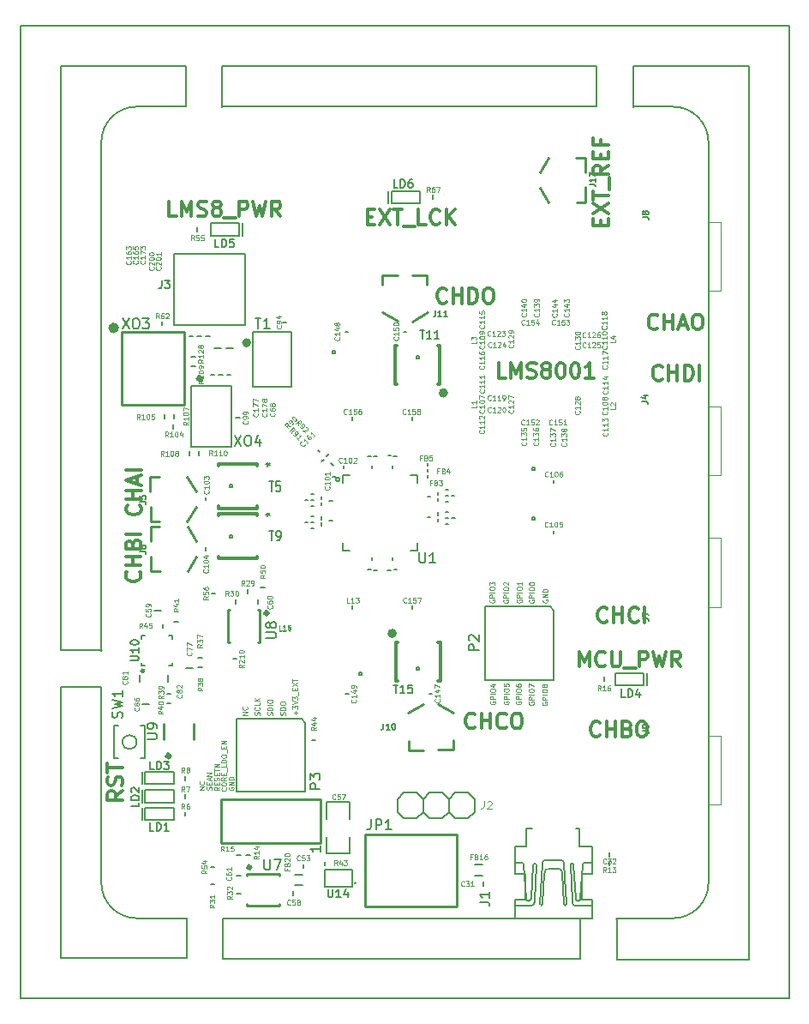
<source format=gto>
G04 (created by PCBNEW (2013-june-11)-stable) date Tue 10 Oct 2017 05:17:01 PM CEST*
%MOIN*%
G04 Gerber Fmt 3.4, Leading zero omitted, Abs format*
%FSLAX34Y34*%
G01*
G70*
G90*
G04 APERTURE LIST*
%ADD10C,0.00590551*%
%ADD11C,0.00787402*%
%ADD12C,0.011811*%
%ADD13C,0.00984252*%
%ADD14C,0.019685*%
%ADD15C,0.0077*%
%ADD16C,0.0079*%
%ADD17C,0.006*%
%ADD18C,0.01*%
%ADD19C,0.005*%
%ADD20C,0.015748*%
%ADD21C,0.023622*%
%ADD22C,0.0039*%
%ADD23C,0.0117*%
%ADD24C,0.00492126*%
%ADD25C,0.0049*%
%ADD26C,0.00393701*%
%ADD27C,0.0078*%
G04 APERTURE END LIST*
G54D10*
G54D11*
X40574Y-57658D02*
X40583Y-57658D01*
X40574Y-19850D02*
X40574Y-57658D01*
X40575Y-19849D02*
X40575Y-19862D01*
X70460Y-19849D02*
X40575Y-19849D01*
X70460Y-19868D02*
X70460Y-19849D01*
X70460Y-57658D02*
X70460Y-19868D01*
X40575Y-57658D02*
X70460Y-57658D01*
X68894Y-23267D02*
X68906Y-23267D01*
X68890Y-53390D02*
X68902Y-53390D01*
X43087Y-57659D02*
X43087Y-57647D01*
X40561Y-53217D02*
X40573Y-53217D01*
X40565Y-23094D02*
X40577Y-23094D01*
X68472Y-19849D02*
X68472Y-19861D01*
X44228Y-19839D02*
X44228Y-19851D01*
X42134Y-45546D02*
X42132Y-45546D01*
X42134Y-56091D02*
X42134Y-45546D01*
X47037Y-56091D02*
X42134Y-56091D01*
X42132Y-45546D02*
X42132Y-56028D01*
X42140Y-44129D02*
X42137Y-44129D01*
X42140Y-21415D02*
X42140Y-44129D01*
X47009Y-21415D02*
X42140Y-21415D01*
X48421Y-21415D02*
X48421Y-21427D01*
X62986Y-21415D02*
X48421Y-21415D01*
X64402Y-21424D02*
X64402Y-21430D01*
X68891Y-21424D02*
X64402Y-21424D01*
X68891Y-56132D02*
X68891Y-21424D01*
X68891Y-56134D02*
X63758Y-56134D01*
X68891Y-53037D02*
X68891Y-56134D01*
X48452Y-56093D02*
X48452Y-56096D01*
X62337Y-56110D02*
X48453Y-56110D01*
X63753Y-54537D02*
X63753Y-54539D01*
X65949Y-54537D02*
X63753Y-54537D01*
X48423Y-22989D02*
X48423Y-22991D01*
X62988Y-22989D02*
X48423Y-22989D01*
X64404Y-22993D02*
X64404Y-22989D01*
X65944Y-22993D02*
X64404Y-22993D01*
X47009Y-22991D02*
X45088Y-22991D01*
X47037Y-54537D02*
X47037Y-54538D01*
X45099Y-54537D02*
X47037Y-54537D01*
X63759Y-56135D02*
X63759Y-54560D01*
X62336Y-56109D02*
X62336Y-54534D01*
X62337Y-54539D02*
X54171Y-54539D01*
X63754Y-54538D02*
X63754Y-54539D01*
X62986Y-22990D02*
X62986Y-21415D01*
X64402Y-23001D02*
X64402Y-21426D01*
X64403Y-22990D02*
X64403Y-22989D01*
X48453Y-54536D02*
X48453Y-54537D01*
X59734Y-54536D02*
X48453Y-54536D01*
X43713Y-45545D02*
X43715Y-45545D01*
X43713Y-53156D02*
X43713Y-45545D01*
X43714Y-44133D02*
X43715Y-44133D01*
X43714Y-24370D02*
X43714Y-44133D01*
X48424Y-22992D02*
X48424Y-22991D01*
X43722Y-44129D02*
X42147Y-44129D01*
X43704Y-45546D02*
X42129Y-45546D01*
X47035Y-56091D02*
X47035Y-54516D01*
X48452Y-56109D02*
X48452Y-54534D01*
X48421Y-22997D02*
X48421Y-21422D01*
X47007Y-22992D02*
X47007Y-21417D01*
G54D12*
X44542Y-49596D02*
X44260Y-49793D01*
X44542Y-49933D02*
X43951Y-49933D01*
X43951Y-49708D01*
X43979Y-49652D01*
X44007Y-49624D01*
X44063Y-49596D01*
X44148Y-49596D01*
X44204Y-49624D01*
X44232Y-49652D01*
X44260Y-49708D01*
X44260Y-49933D01*
X44513Y-49371D02*
X44542Y-49287D01*
X44542Y-49146D01*
X44513Y-49090D01*
X44485Y-49062D01*
X44429Y-49033D01*
X44373Y-49033D01*
X44317Y-49062D01*
X44288Y-49090D01*
X44260Y-49146D01*
X44232Y-49258D01*
X44204Y-49315D01*
X44176Y-49343D01*
X44120Y-49371D01*
X44063Y-49371D01*
X44007Y-49343D01*
X43979Y-49315D01*
X43951Y-49258D01*
X43951Y-49118D01*
X43979Y-49033D01*
X43951Y-48865D02*
X43951Y-48527D01*
X44542Y-48696D02*
X43951Y-48696D01*
X59444Y-33539D02*
X59163Y-33539D01*
X59163Y-32948D01*
X59641Y-33539D02*
X59641Y-32948D01*
X59837Y-33370D01*
X60034Y-32948D01*
X60034Y-33539D01*
X60287Y-33510D02*
X60372Y-33539D01*
X60512Y-33539D01*
X60569Y-33510D01*
X60597Y-33482D01*
X60625Y-33426D01*
X60625Y-33370D01*
X60597Y-33314D01*
X60569Y-33285D01*
X60512Y-33257D01*
X60400Y-33229D01*
X60344Y-33201D01*
X60316Y-33173D01*
X60287Y-33117D01*
X60287Y-33060D01*
X60316Y-33004D01*
X60344Y-32976D01*
X60400Y-32948D01*
X60540Y-32948D01*
X60625Y-32976D01*
X60962Y-33201D02*
X60906Y-33173D01*
X60878Y-33145D01*
X60850Y-33089D01*
X60850Y-33060D01*
X60878Y-33004D01*
X60906Y-32976D01*
X60962Y-32948D01*
X61075Y-32948D01*
X61131Y-32976D01*
X61159Y-33004D01*
X61187Y-33060D01*
X61187Y-33089D01*
X61159Y-33145D01*
X61131Y-33173D01*
X61075Y-33201D01*
X60962Y-33201D01*
X60906Y-33229D01*
X60878Y-33257D01*
X60850Y-33314D01*
X60850Y-33426D01*
X60878Y-33482D01*
X60906Y-33510D01*
X60962Y-33539D01*
X61075Y-33539D01*
X61131Y-33510D01*
X61159Y-33482D01*
X61187Y-33426D01*
X61187Y-33314D01*
X61159Y-33257D01*
X61131Y-33229D01*
X61075Y-33201D01*
X61553Y-32948D02*
X61609Y-32948D01*
X61665Y-32976D01*
X61693Y-33004D01*
X61722Y-33060D01*
X61750Y-33173D01*
X61750Y-33314D01*
X61722Y-33426D01*
X61693Y-33482D01*
X61665Y-33510D01*
X61609Y-33539D01*
X61553Y-33539D01*
X61497Y-33510D01*
X61469Y-33482D01*
X61440Y-33426D01*
X61412Y-33314D01*
X61412Y-33173D01*
X61440Y-33060D01*
X61469Y-33004D01*
X61497Y-32976D01*
X61553Y-32948D01*
X62115Y-32948D02*
X62172Y-32948D01*
X62228Y-32976D01*
X62256Y-33004D01*
X62284Y-33060D01*
X62312Y-33173D01*
X62312Y-33314D01*
X62284Y-33426D01*
X62256Y-33482D01*
X62228Y-33510D01*
X62172Y-33539D01*
X62115Y-33539D01*
X62059Y-33510D01*
X62031Y-33482D01*
X62003Y-33426D01*
X61975Y-33314D01*
X61975Y-33173D01*
X62003Y-33060D01*
X62031Y-33004D01*
X62059Y-32976D01*
X62115Y-32948D01*
X62875Y-33539D02*
X62537Y-33539D01*
X62706Y-33539D02*
X62706Y-32948D01*
X62650Y-33032D01*
X62593Y-33089D01*
X62537Y-33117D01*
X46629Y-27259D02*
X46348Y-27259D01*
X46348Y-26668D01*
X46826Y-27259D02*
X46826Y-26668D01*
X47023Y-27090D01*
X47220Y-26668D01*
X47220Y-27259D01*
X47473Y-27230D02*
X47557Y-27259D01*
X47698Y-27259D01*
X47754Y-27230D01*
X47782Y-27202D01*
X47811Y-27146D01*
X47811Y-27090D01*
X47782Y-27034D01*
X47754Y-27005D01*
X47698Y-26977D01*
X47586Y-26949D01*
X47529Y-26921D01*
X47501Y-26893D01*
X47473Y-26837D01*
X47473Y-26780D01*
X47501Y-26724D01*
X47529Y-26696D01*
X47586Y-26668D01*
X47726Y-26668D01*
X47811Y-26696D01*
X48148Y-26921D02*
X48092Y-26893D01*
X48064Y-26865D01*
X48035Y-26809D01*
X48035Y-26780D01*
X48064Y-26724D01*
X48092Y-26696D01*
X48148Y-26668D01*
X48260Y-26668D01*
X48317Y-26696D01*
X48345Y-26724D01*
X48373Y-26780D01*
X48373Y-26809D01*
X48345Y-26865D01*
X48317Y-26893D01*
X48260Y-26921D01*
X48148Y-26921D01*
X48092Y-26949D01*
X48064Y-26977D01*
X48035Y-27034D01*
X48035Y-27146D01*
X48064Y-27202D01*
X48092Y-27230D01*
X48148Y-27259D01*
X48260Y-27259D01*
X48317Y-27230D01*
X48345Y-27202D01*
X48373Y-27146D01*
X48373Y-27034D01*
X48345Y-26977D01*
X48317Y-26949D01*
X48260Y-26921D01*
X48485Y-27315D02*
X48935Y-27315D01*
X49076Y-27259D02*
X49076Y-26668D01*
X49301Y-26668D01*
X49357Y-26696D01*
X49385Y-26724D01*
X49413Y-26780D01*
X49413Y-26865D01*
X49385Y-26921D01*
X49357Y-26949D01*
X49301Y-26977D01*
X49076Y-26977D01*
X49610Y-26668D02*
X49751Y-27259D01*
X49863Y-26837D01*
X49976Y-27259D01*
X50116Y-26668D01*
X50679Y-27259D02*
X50482Y-26977D01*
X50341Y-27259D02*
X50341Y-26668D01*
X50566Y-26668D01*
X50623Y-26696D01*
X50651Y-26724D01*
X50679Y-26780D01*
X50679Y-26865D01*
X50651Y-26921D01*
X50623Y-26949D01*
X50566Y-26977D01*
X50341Y-26977D01*
X45194Y-41067D02*
X45222Y-41095D01*
X45251Y-41179D01*
X45251Y-41236D01*
X45222Y-41320D01*
X45166Y-41376D01*
X45110Y-41404D01*
X44997Y-41433D01*
X44913Y-41433D01*
X44801Y-41404D01*
X44744Y-41376D01*
X44688Y-41320D01*
X44660Y-41236D01*
X44660Y-41179D01*
X44688Y-41095D01*
X44716Y-41067D01*
X45251Y-40814D02*
X44660Y-40814D01*
X44941Y-40814D02*
X44941Y-40476D01*
X45251Y-40476D02*
X44660Y-40476D01*
X44941Y-39998D02*
X44969Y-39914D01*
X44997Y-39886D01*
X45054Y-39858D01*
X45138Y-39858D01*
X45194Y-39886D01*
X45222Y-39914D01*
X45251Y-39970D01*
X45251Y-40195D01*
X44660Y-40195D01*
X44660Y-39998D01*
X44688Y-39942D01*
X44716Y-39914D01*
X44772Y-39886D01*
X44829Y-39886D01*
X44885Y-39914D01*
X44913Y-39942D01*
X44941Y-39998D01*
X44941Y-40195D01*
X45251Y-39605D02*
X44660Y-39605D01*
X45208Y-38491D02*
X45236Y-38519D01*
X45265Y-38603D01*
X45265Y-38659D01*
X45236Y-38744D01*
X45180Y-38800D01*
X45124Y-38828D01*
X45011Y-38856D01*
X44927Y-38856D01*
X44815Y-38828D01*
X44758Y-38800D01*
X44702Y-38744D01*
X44674Y-38659D01*
X44674Y-38603D01*
X44702Y-38519D01*
X44730Y-38491D01*
X45265Y-38238D02*
X44674Y-38238D01*
X44955Y-38238D02*
X44955Y-37900D01*
X45265Y-37900D02*
X44674Y-37900D01*
X45096Y-37647D02*
X45096Y-37366D01*
X45265Y-37703D02*
X44674Y-37506D01*
X45265Y-37310D01*
X45265Y-37113D02*
X44674Y-37113D01*
X58248Y-47102D02*
X58220Y-47130D01*
X58136Y-47159D01*
X58080Y-47159D01*
X57995Y-47130D01*
X57939Y-47074D01*
X57911Y-47018D01*
X57883Y-46905D01*
X57883Y-46821D01*
X57911Y-46709D01*
X57939Y-46652D01*
X57995Y-46596D01*
X58080Y-46568D01*
X58136Y-46568D01*
X58220Y-46596D01*
X58248Y-46624D01*
X58501Y-47159D02*
X58501Y-46568D01*
X58501Y-46849D02*
X58839Y-46849D01*
X58839Y-47159D02*
X58839Y-46568D01*
X59458Y-47102D02*
X59429Y-47130D01*
X59345Y-47159D01*
X59289Y-47159D01*
X59204Y-47130D01*
X59148Y-47074D01*
X59120Y-47018D01*
X59092Y-46905D01*
X59092Y-46821D01*
X59120Y-46709D01*
X59148Y-46652D01*
X59204Y-46596D01*
X59289Y-46568D01*
X59345Y-46568D01*
X59429Y-46596D01*
X59458Y-46624D01*
X59823Y-46568D02*
X59936Y-46568D01*
X59992Y-46596D01*
X60048Y-46652D01*
X60076Y-46765D01*
X60076Y-46962D01*
X60048Y-47074D01*
X59992Y-47130D01*
X59936Y-47159D01*
X59823Y-47159D01*
X59767Y-47130D01*
X59711Y-47074D01*
X59683Y-46962D01*
X59683Y-46765D01*
X59711Y-46652D01*
X59767Y-46596D01*
X59823Y-46568D01*
X57137Y-30576D02*
X57109Y-30604D01*
X57025Y-30633D01*
X56969Y-30633D01*
X56884Y-30604D01*
X56828Y-30548D01*
X56800Y-30492D01*
X56772Y-30379D01*
X56772Y-30295D01*
X56800Y-30183D01*
X56828Y-30126D01*
X56884Y-30070D01*
X56969Y-30042D01*
X57025Y-30042D01*
X57109Y-30070D01*
X57137Y-30098D01*
X57390Y-30633D02*
X57390Y-30042D01*
X57390Y-30323D02*
X57728Y-30323D01*
X57728Y-30633D02*
X57728Y-30042D01*
X58009Y-30633D02*
X58009Y-30042D01*
X58150Y-30042D01*
X58234Y-30070D01*
X58290Y-30126D01*
X58318Y-30183D01*
X58347Y-30295D01*
X58347Y-30379D01*
X58318Y-30492D01*
X58290Y-30548D01*
X58234Y-30604D01*
X58150Y-30633D01*
X58009Y-30633D01*
X58712Y-30042D02*
X58825Y-30042D01*
X58881Y-30070D01*
X58937Y-30126D01*
X58965Y-30239D01*
X58965Y-30436D01*
X58937Y-30548D01*
X58881Y-30604D01*
X58825Y-30633D01*
X58712Y-30633D01*
X58656Y-30604D01*
X58600Y-30548D01*
X58572Y-30436D01*
X58572Y-30239D01*
X58600Y-30126D01*
X58656Y-30070D01*
X58712Y-30042D01*
X62298Y-44759D02*
X62298Y-44168D01*
X62495Y-44590D01*
X62692Y-44168D01*
X62692Y-44759D01*
X63310Y-44702D02*
X63282Y-44730D01*
X63198Y-44759D01*
X63142Y-44759D01*
X63057Y-44730D01*
X63001Y-44674D01*
X62973Y-44618D01*
X62945Y-44505D01*
X62945Y-44421D01*
X62973Y-44309D01*
X63001Y-44252D01*
X63057Y-44196D01*
X63142Y-44168D01*
X63198Y-44168D01*
X63282Y-44196D01*
X63310Y-44224D01*
X63564Y-44168D02*
X63564Y-44646D01*
X63592Y-44702D01*
X63620Y-44730D01*
X63676Y-44759D01*
X63788Y-44759D01*
X63845Y-44730D01*
X63873Y-44702D01*
X63901Y-44646D01*
X63901Y-44168D01*
X64042Y-44815D02*
X64492Y-44815D01*
X64632Y-44759D02*
X64632Y-44168D01*
X64857Y-44168D01*
X64913Y-44196D01*
X64941Y-44224D01*
X64970Y-44280D01*
X64970Y-44365D01*
X64941Y-44421D01*
X64913Y-44449D01*
X64857Y-44477D01*
X64632Y-44477D01*
X65166Y-44168D02*
X65307Y-44759D01*
X65420Y-44337D01*
X65532Y-44759D01*
X65673Y-44168D01*
X66235Y-44759D02*
X66038Y-44477D01*
X65898Y-44759D02*
X65898Y-44168D01*
X66123Y-44168D01*
X66179Y-44196D01*
X66207Y-44224D01*
X66235Y-44280D01*
X66235Y-44365D01*
X66207Y-44421D01*
X66179Y-44449D01*
X66123Y-44477D01*
X65898Y-44477D01*
G54D11*
X43713Y-53157D02*
G75*
G03X45091Y-54535I1377J0D01*
G74*
G01*
X65950Y-54536D02*
G75*
G03X67328Y-53158I0J1377D01*
G74*
G01*
G54D12*
X54056Y-27268D02*
X54253Y-27268D01*
X54338Y-27577D02*
X54056Y-27577D01*
X54056Y-26987D01*
X54338Y-26987D01*
X54534Y-26987D02*
X54928Y-27577D01*
X54928Y-26987D02*
X54534Y-27577D01*
X55069Y-26987D02*
X55406Y-26987D01*
X55237Y-27577D02*
X55237Y-26987D01*
X55462Y-27633D02*
X55912Y-27633D01*
X56334Y-27577D02*
X56053Y-27577D01*
X56053Y-26987D01*
X56868Y-27521D02*
X56840Y-27549D01*
X56756Y-27577D01*
X56700Y-27577D01*
X56615Y-27549D01*
X56559Y-27493D01*
X56531Y-27437D01*
X56503Y-27324D01*
X56503Y-27240D01*
X56531Y-27127D01*
X56559Y-27071D01*
X56615Y-27015D01*
X56700Y-26987D01*
X56756Y-26987D01*
X56840Y-27015D01*
X56868Y-27043D01*
X57122Y-27577D02*
X57122Y-26987D01*
X57459Y-27577D02*
X57206Y-27240D01*
X57459Y-26987D02*
X57122Y-27324D01*
X63122Y-27614D02*
X63122Y-27417D01*
X63431Y-27332D02*
X63431Y-27614D01*
X62841Y-27614D01*
X62841Y-27332D01*
X62841Y-27136D02*
X63431Y-26742D01*
X62841Y-26742D02*
X63431Y-27136D01*
X62841Y-26601D02*
X62841Y-26264D01*
X63431Y-26433D02*
X62841Y-26433D01*
X63487Y-26208D02*
X63487Y-25758D01*
X63431Y-25280D02*
X63150Y-25476D01*
X63431Y-25617D02*
X62841Y-25617D01*
X62841Y-25392D01*
X62869Y-25336D01*
X62897Y-25308D01*
X62953Y-25280D01*
X63037Y-25280D01*
X63094Y-25308D01*
X63122Y-25336D01*
X63150Y-25392D01*
X63150Y-25617D01*
X63122Y-25026D02*
X63122Y-24830D01*
X63431Y-24745D02*
X63431Y-25026D01*
X62841Y-25026D01*
X62841Y-24745D01*
X63122Y-24295D02*
X63122Y-24492D01*
X63431Y-24492D02*
X62841Y-24492D01*
X62841Y-24211D01*
G54D11*
X45091Y-22991D02*
G75*
G03X43713Y-24369I0J-1377D01*
G74*
G01*
X67327Y-24370D02*
G75*
G03X65949Y-22992I-1377J0D01*
G74*
G01*
X67328Y-24372D02*
X67328Y-53149D01*
G54D12*
X65355Y-31598D02*
X65326Y-31626D01*
X65242Y-31655D01*
X65186Y-31655D01*
X65101Y-31626D01*
X65045Y-31570D01*
X65017Y-31514D01*
X64989Y-31401D01*
X64989Y-31317D01*
X65017Y-31205D01*
X65045Y-31148D01*
X65101Y-31092D01*
X65186Y-31064D01*
X65242Y-31064D01*
X65326Y-31092D01*
X65355Y-31120D01*
X65608Y-31655D02*
X65608Y-31064D01*
X65608Y-31345D02*
X65945Y-31345D01*
X65945Y-31655D02*
X65945Y-31064D01*
X66198Y-31486D02*
X66479Y-31486D01*
X66142Y-31655D02*
X66339Y-31064D01*
X66536Y-31655D01*
X66845Y-31064D02*
X66957Y-31064D01*
X67014Y-31092D01*
X67070Y-31148D01*
X67098Y-31261D01*
X67098Y-31458D01*
X67070Y-31570D01*
X67014Y-31626D01*
X66957Y-31655D01*
X66845Y-31655D01*
X66789Y-31626D01*
X66732Y-31570D01*
X66704Y-31458D01*
X66704Y-31261D01*
X66732Y-31148D01*
X66789Y-31092D01*
X66845Y-31064D01*
X63387Y-42982D02*
X63359Y-43010D01*
X63275Y-43039D01*
X63218Y-43039D01*
X63134Y-43010D01*
X63078Y-42954D01*
X63050Y-42898D01*
X63021Y-42785D01*
X63021Y-42701D01*
X63050Y-42589D01*
X63078Y-42532D01*
X63134Y-42476D01*
X63218Y-42448D01*
X63275Y-42448D01*
X63359Y-42476D01*
X63387Y-42504D01*
X63640Y-43039D02*
X63640Y-42448D01*
X63640Y-42729D02*
X63978Y-42729D01*
X63978Y-43039D02*
X63978Y-42448D01*
X64596Y-42982D02*
X64568Y-43010D01*
X64484Y-43039D01*
X64428Y-43039D01*
X64343Y-43010D01*
X64287Y-42954D01*
X64259Y-42898D01*
X64231Y-42785D01*
X64231Y-42701D01*
X64259Y-42589D01*
X64287Y-42532D01*
X64343Y-42476D01*
X64428Y-42448D01*
X64484Y-42448D01*
X64568Y-42476D01*
X64596Y-42504D01*
X64849Y-43039D02*
X64849Y-42448D01*
X63108Y-47426D02*
X63080Y-47454D01*
X62996Y-47483D01*
X62940Y-47483D01*
X62855Y-47454D01*
X62799Y-47398D01*
X62771Y-47342D01*
X62743Y-47229D01*
X62743Y-47145D01*
X62771Y-47033D01*
X62799Y-46976D01*
X62855Y-46920D01*
X62940Y-46892D01*
X62996Y-46892D01*
X63080Y-46920D01*
X63108Y-46948D01*
X63361Y-47483D02*
X63361Y-46892D01*
X63361Y-47173D02*
X63699Y-47173D01*
X63699Y-47483D02*
X63699Y-46892D01*
X64177Y-47173D02*
X64261Y-47201D01*
X64289Y-47229D01*
X64318Y-47286D01*
X64318Y-47370D01*
X64289Y-47426D01*
X64261Y-47454D01*
X64205Y-47483D01*
X63980Y-47483D01*
X63980Y-46892D01*
X64177Y-46892D01*
X64233Y-46920D01*
X64261Y-46948D01*
X64289Y-47004D01*
X64289Y-47061D01*
X64261Y-47117D01*
X64233Y-47145D01*
X64177Y-47173D01*
X63980Y-47173D01*
X64683Y-46892D02*
X64796Y-46892D01*
X64852Y-46920D01*
X64908Y-46976D01*
X64936Y-47089D01*
X64936Y-47286D01*
X64908Y-47398D01*
X64852Y-47454D01*
X64796Y-47483D01*
X64683Y-47483D01*
X64627Y-47454D01*
X64571Y-47398D01*
X64543Y-47286D01*
X64543Y-47089D01*
X64571Y-46976D01*
X64627Y-46920D01*
X64683Y-46892D01*
X65525Y-33578D02*
X65497Y-33606D01*
X65413Y-33635D01*
X65356Y-33635D01*
X65272Y-33606D01*
X65216Y-33550D01*
X65188Y-33494D01*
X65159Y-33381D01*
X65159Y-33297D01*
X65188Y-33185D01*
X65216Y-33128D01*
X65272Y-33072D01*
X65356Y-33044D01*
X65413Y-33044D01*
X65497Y-33072D01*
X65525Y-33100D01*
X65778Y-33635D02*
X65778Y-33044D01*
X65778Y-33325D02*
X66116Y-33325D01*
X66116Y-33635D02*
X66116Y-33044D01*
X66397Y-33635D02*
X66397Y-33044D01*
X66537Y-33044D01*
X66622Y-33072D01*
X66678Y-33128D01*
X66706Y-33185D01*
X66734Y-33297D01*
X66734Y-33381D01*
X66706Y-33494D01*
X66678Y-33550D01*
X66622Y-33606D01*
X66537Y-33635D01*
X66397Y-33635D01*
X66987Y-33635D02*
X66987Y-33044D01*
G54D10*
X51647Y-49626D02*
X51647Y-46949D01*
X51647Y-46949D02*
X51490Y-46791D01*
X51490Y-46791D02*
X48970Y-46791D01*
X48970Y-46791D02*
X48970Y-49626D01*
X48970Y-49626D02*
X51647Y-49626D01*
G54D11*
X46549Y-28729D02*
X46549Y-31485D01*
X46549Y-31485D02*
X49305Y-31485D01*
X49305Y-31485D02*
X49305Y-28729D01*
X49305Y-28729D02*
X46549Y-28729D01*
G54D13*
X60761Y-25542D02*
X61117Y-24970D01*
X60759Y-26134D02*
X61115Y-26706D01*
X62553Y-26700D02*
X62553Y-26128D01*
X62193Y-26700D02*
X62553Y-26700D01*
X62183Y-24970D02*
X62543Y-24970D01*
X62543Y-24970D02*
X62543Y-25542D01*
G54D14*
X47602Y-33561D02*
G75*
G03X47602Y-33561I-63J0D01*
G74*
G01*
G54D10*
X47214Y-33836D02*
X48766Y-33836D01*
X47208Y-36198D02*
X47208Y-33836D01*
X47208Y-36198D02*
X48783Y-36198D01*
X48783Y-36198D02*
X48783Y-33836D01*
G54D15*
X63271Y-45156D02*
X63271Y-45312D01*
G54D11*
X64935Y-45001D02*
X64935Y-45473D01*
X63714Y-45001D02*
X63714Y-45473D01*
X63714Y-45473D02*
X64817Y-45473D01*
X64817Y-45473D02*
X64817Y-45001D01*
X64817Y-45001D02*
X63714Y-45001D01*
G54D16*
X58232Y-52876D02*
X58546Y-52876D01*
X58232Y-52452D02*
X58546Y-52452D01*
G54D15*
X58582Y-53278D02*
X58582Y-53122D01*
X63478Y-52312D02*
X63478Y-52468D01*
X63478Y-51979D02*
X63478Y-52135D01*
X46974Y-49164D02*
X46974Y-49008D01*
X46974Y-50561D02*
X46974Y-50405D01*
X46974Y-49872D02*
X46974Y-49716D01*
G54D17*
X57488Y-50653D02*
X57238Y-50403D01*
X57988Y-50653D02*
X57488Y-50653D01*
X58238Y-50403D02*
X57988Y-50653D01*
X58238Y-49903D02*
X58238Y-50403D01*
X57988Y-49653D02*
X58238Y-49903D01*
X57488Y-49653D02*
X57988Y-49653D01*
X57238Y-49903D02*
X57488Y-49653D01*
X57238Y-49917D02*
X57238Y-50389D01*
X56234Y-49917D02*
X56234Y-50389D01*
X55484Y-49653D02*
X55984Y-49653D01*
X55984Y-49653D02*
X56234Y-49903D01*
X56234Y-49903D02*
X56484Y-49653D01*
X56484Y-49653D02*
X56984Y-49653D01*
X56984Y-49653D02*
X57234Y-49903D01*
X57234Y-49903D02*
X57234Y-50403D01*
X57234Y-50403D02*
X56984Y-50653D01*
X56984Y-50653D02*
X56484Y-50653D01*
X56484Y-50653D02*
X56234Y-50403D01*
X56234Y-50403D02*
X55984Y-50653D01*
X55984Y-50653D02*
X55484Y-50653D01*
X55484Y-50653D02*
X55234Y-50403D01*
X55234Y-50403D02*
X55234Y-49903D01*
X55234Y-49903D02*
X55484Y-49653D01*
G54D18*
X53987Y-51282D02*
X57530Y-51282D01*
X57530Y-54067D02*
X53987Y-54067D01*
X53987Y-54067D02*
X53987Y-51282D01*
X57530Y-51282D02*
X57530Y-54067D01*
G54D19*
X59797Y-54498D02*
X59797Y-54538D01*
X59797Y-54538D02*
X62789Y-54538D01*
X62789Y-54538D02*
X62789Y-54498D01*
X62789Y-54459D02*
X62789Y-54498D01*
X62789Y-52805D02*
X62395Y-52805D01*
X62395Y-52805D02*
X62395Y-53829D01*
X62395Y-53829D02*
X62789Y-53829D01*
X62789Y-53829D02*
X62789Y-54459D01*
X62159Y-51034D02*
X62317Y-51034D01*
X62317Y-51034D02*
X62317Y-51742D01*
X62317Y-51742D02*
X62789Y-51742D01*
X62789Y-51742D02*
X62789Y-52805D01*
X60230Y-51742D02*
X60230Y-51034D01*
X60230Y-51034D02*
X60466Y-51034D01*
X59797Y-54498D02*
X59797Y-53829D01*
X59797Y-53829D02*
X60191Y-53829D01*
X60191Y-53829D02*
X60191Y-52805D01*
X60191Y-52805D02*
X59797Y-52805D01*
X59797Y-52805D02*
X59797Y-51742D01*
X59797Y-51742D02*
X60230Y-51742D01*
X59817Y-54049D02*
X60424Y-54049D01*
X60562Y-53911D02*
X60562Y-53894D01*
X60562Y-53894D02*
X60629Y-52448D01*
X60513Y-52443D02*
X60424Y-53778D01*
X60231Y-53773D02*
X60143Y-52432D01*
X60093Y-52387D02*
X59817Y-52387D01*
X60866Y-52404D02*
X60783Y-53988D01*
X60888Y-53994D02*
X60954Y-52768D01*
X61125Y-52597D02*
X61472Y-52597D01*
X61638Y-52763D02*
X61638Y-52790D01*
X61638Y-52790D02*
X61693Y-53988D01*
X61803Y-53988D02*
X61720Y-52415D01*
X61577Y-52272D02*
X60998Y-52272D01*
X62769Y-54049D02*
X62162Y-54049D01*
X62024Y-53911D02*
X62024Y-53894D01*
X62024Y-53894D02*
X61958Y-52448D01*
X62074Y-52443D02*
X62162Y-53778D01*
X62355Y-53773D02*
X62443Y-52432D01*
X62493Y-52387D02*
X62769Y-52387D01*
X60424Y-54049D02*
G75*
G03X60562Y-53911I0J138D01*
G74*
G01*
X60629Y-52446D02*
G75*
G03X60513Y-52443I-58J1D01*
G74*
G01*
X60232Y-53773D02*
G75*
G03X60424Y-53778I96J1D01*
G74*
G01*
X60144Y-52431D02*
G75*
G03X60093Y-52387I-47J-3D01*
G74*
G01*
X60998Y-52272D02*
G75*
G03X60866Y-52404I0J-131D01*
G74*
G01*
X60784Y-53988D02*
G75*
G03X60888Y-53994I52J-2D01*
G74*
G01*
X61125Y-52597D02*
G75*
G03X60954Y-52768I0J-171D01*
G74*
G01*
X61638Y-52763D02*
G75*
G03X61472Y-52597I-166J0D01*
G74*
G01*
X61693Y-53987D02*
G75*
G03X61803Y-53988I55J2D01*
G74*
G01*
X61720Y-52415D02*
G75*
G03X61577Y-52272I-143J0D01*
G74*
G01*
X62024Y-53911D02*
G75*
G03X62162Y-54049I137J0D01*
G74*
G01*
X62074Y-52441D02*
G75*
G03X61958Y-52448I-57J-3D01*
G74*
G01*
X62161Y-53778D02*
G75*
G03X62355Y-53773I96J6D01*
G74*
G01*
X62493Y-52387D02*
G75*
G03X62443Y-52432I-2J-48D01*
G74*
G01*
G54D11*
X45301Y-49322D02*
X45301Y-48849D01*
X46522Y-49322D02*
X46522Y-48849D01*
X46522Y-48849D02*
X45419Y-48849D01*
X45419Y-48849D02*
X45419Y-49322D01*
X45419Y-49322D02*
X46522Y-49322D01*
X45301Y-50031D02*
X45301Y-49558D01*
X46522Y-50031D02*
X46522Y-49558D01*
X46522Y-49558D02*
X45419Y-49558D01*
X45419Y-49558D02*
X45419Y-50031D01*
X45419Y-50031D02*
X46522Y-50031D01*
X45301Y-50720D02*
X45301Y-50247D01*
X46522Y-50720D02*
X46522Y-50247D01*
X46522Y-50247D02*
X45419Y-50247D01*
X45419Y-50247D02*
X45419Y-50720D01*
X45419Y-50720D02*
X46522Y-50720D01*
G54D14*
X46362Y-48225D02*
G75*
G03X46362Y-48225I-45J0D01*
G74*
G01*
G54D13*
X47307Y-47574D02*
X47307Y-46984D01*
X46125Y-47574D02*
X46125Y-46984D01*
G54D15*
X48148Y-41909D02*
X47992Y-41909D01*
X47964Y-52538D02*
X48120Y-52538D01*
X51580Y-52593D02*
X51580Y-52437D01*
X49136Y-53572D02*
X48980Y-53572D01*
X48120Y-53216D02*
X47964Y-53216D01*
X49400Y-41917D02*
X49400Y-41761D01*
X46421Y-46178D02*
X46265Y-46178D01*
X46265Y-45823D02*
X46421Y-45823D01*
X47633Y-44774D02*
X47477Y-44774D01*
X47477Y-44420D02*
X47633Y-44420D01*
X46711Y-43000D02*
X46555Y-43000D01*
X46090Y-43099D02*
X46090Y-43255D01*
X49911Y-41666D02*
X50067Y-41666D01*
X48953Y-42305D02*
X48953Y-42149D01*
X51182Y-53494D02*
X51182Y-53650D01*
X48984Y-52868D02*
X49140Y-52868D01*
X49812Y-42145D02*
X49812Y-42301D01*
X46050Y-42574D02*
X45776Y-42574D01*
X46311Y-45337D02*
X46311Y-45063D01*
X47266Y-44807D02*
X46992Y-44807D01*
X45581Y-46220D02*
X45307Y-46220D01*
X45208Y-45345D02*
X45208Y-45071D01*
G54D16*
X51230Y-53254D02*
X51544Y-53254D01*
X51230Y-52830D02*
X51544Y-52830D01*
G54D12*
X45356Y-44915D02*
G75*
G03X45356Y-44915I-39J0D01*
G74*
G01*
G54D10*
X45278Y-43664D02*
X45278Y-43546D01*
X45278Y-43546D02*
X45396Y-43546D01*
X46459Y-43664D02*
X46459Y-43546D01*
X46459Y-43546D02*
X46341Y-43546D01*
X46341Y-44727D02*
X46459Y-44727D01*
X46459Y-44727D02*
X46459Y-44609D01*
X45278Y-44609D02*
X45278Y-44727D01*
X45278Y-44727D02*
X45396Y-44727D01*
G54D11*
X53606Y-53175D02*
G75*
G03X53606Y-53175I-27J0D01*
G74*
G01*
X53460Y-53253D02*
X53460Y-52643D01*
X53460Y-52643D02*
X52417Y-52643D01*
X52417Y-52643D02*
X52417Y-53312D01*
X52417Y-53312D02*
X53460Y-53312D01*
X53460Y-53312D02*
X53460Y-53253D01*
G54D19*
X52487Y-52019D02*
X53387Y-52019D01*
X53387Y-52019D02*
X53387Y-51369D01*
X52487Y-50669D02*
X52487Y-50019D01*
X52487Y-50019D02*
X53387Y-50019D01*
X53387Y-50019D02*
X53387Y-50669D01*
X52487Y-51369D02*
X52487Y-52019D01*
G54D20*
X49517Y-52559D02*
G75*
G03X49517Y-52559I-53J0D01*
G74*
G01*
G54D13*
X49379Y-53983D02*
X49379Y-54061D01*
X50639Y-53983D02*
X50639Y-54061D01*
X50639Y-52801D02*
X50639Y-52879D01*
X49379Y-52801D02*
X49379Y-52879D01*
X49379Y-54061D02*
X50639Y-54061D01*
X49379Y-52801D02*
X50639Y-52801D01*
G54D20*
X50184Y-42670D02*
G75*
G03X50184Y-42670I-53J0D01*
G74*
G01*
G54D13*
X48702Y-42562D02*
X48624Y-42562D01*
X48702Y-43822D02*
X48624Y-43822D01*
X49884Y-43822D02*
X49806Y-43822D01*
X49884Y-42562D02*
X49806Y-42562D01*
X48625Y-42562D02*
X48625Y-43822D01*
X49884Y-42562D02*
X49884Y-43822D01*
G54D21*
X44282Y-31591D02*
G75*
G03X44282Y-31591I-91J0D01*
G74*
G01*
G54D13*
X46930Y-31756D02*
X44490Y-31756D01*
X44490Y-31756D02*
X44490Y-34590D01*
X44490Y-34590D02*
X46930Y-34590D01*
X46930Y-34590D02*
X46930Y-31756D01*
G54D15*
X48559Y-32381D02*
X48833Y-32381D01*
X48107Y-32389D02*
X48381Y-32389D01*
X46076Y-31495D02*
X46076Y-31339D01*
X47125Y-31903D02*
X47281Y-31903D01*
X47932Y-31903D02*
X47776Y-31903D01*
X47603Y-31903D02*
X47447Y-31903D01*
X47219Y-32712D02*
X47375Y-32712D01*
X48595Y-33417D02*
X48751Y-33417D01*
X48436Y-33417D02*
X48280Y-33417D01*
X48121Y-33417D02*
X47965Y-33417D01*
X47135Y-36389D02*
X47135Y-36545D01*
X46171Y-35101D02*
X46171Y-34945D01*
X47489Y-36543D02*
X47489Y-36387D01*
X48936Y-35076D02*
X49092Y-35076D01*
X46525Y-34945D02*
X46525Y-35101D01*
X47219Y-33066D02*
X47375Y-33066D01*
X46521Y-35497D02*
X46521Y-35341D01*
X56614Y-26579D02*
X56614Y-26423D01*
G54D11*
X54881Y-26740D02*
X54881Y-26267D01*
X56102Y-26740D02*
X56102Y-26267D01*
X56102Y-26267D02*
X55000Y-26267D01*
X55000Y-26267D02*
X55000Y-26740D01*
X55000Y-26740D02*
X56102Y-26740D01*
G54D15*
X49133Y-52066D02*
X48977Y-52066D01*
X49503Y-52066D02*
X49347Y-52066D01*
G54D10*
X45085Y-47690D02*
G75*
G03X45085Y-47690I-275J0D01*
G74*
G01*
X45243Y-48319D02*
X45400Y-48319D01*
X45400Y-48319D02*
X45400Y-47060D01*
X45400Y-47060D02*
X45243Y-47060D01*
X44376Y-48319D02*
X44219Y-48319D01*
X44219Y-48319D02*
X44219Y-47060D01*
X44219Y-47060D02*
X44376Y-47060D01*
G54D18*
X52240Y-51606D02*
X52240Y-49913D01*
X52240Y-49913D02*
X48382Y-49913D01*
X48382Y-49913D02*
X48382Y-51606D01*
X48382Y-51606D02*
X52240Y-51606D01*
G54D13*
X47416Y-40474D02*
X47060Y-41046D01*
X47418Y-39882D02*
X47062Y-39310D01*
X45624Y-39316D02*
X45624Y-39888D01*
X45984Y-39316D02*
X45624Y-39316D01*
X45994Y-41046D02*
X45634Y-41046D01*
X45634Y-41046D02*
X45634Y-40474D01*
X55225Y-31329D02*
X54653Y-30973D01*
X55817Y-31331D02*
X56389Y-30975D01*
X56383Y-29537D02*
X55811Y-29537D01*
X56383Y-29897D02*
X56383Y-29537D01*
X54653Y-29907D02*
X54653Y-29547D01*
X54653Y-29547D02*
X55225Y-29547D01*
X56817Y-46205D02*
X57389Y-46561D01*
X56225Y-46203D02*
X55653Y-46559D01*
X55659Y-47997D02*
X56231Y-47997D01*
X55659Y-47637D02*
X55659Y-47997D01*
X57389Y-47627D02*
X57389Y-47987D01*
X57389Y-47987D02*
X56817Y-47987D01*
G54D22*
X67796Y-27477D02*
X67796Y-30155D01*
X67796Y-30155D02*
X67323Y-30155D01*
X67323Y-27477D02*
X67795Y-27477D01*
G54D13*
X47408Y-38535D02*
X47052Y-39107D01*
X47410Y-37943D02*
X47054Y-37371D01*
X45616Y-37377D02*
X45616Y-37949D01*
X45976Y-37377D02*
X45616Y-37377D01*
X45986Y-39107D02*
X45626Y-39107D01*
X45626Y-39107D02*
X45626Y-38535D01*
G54D11*
X55035Y-37054D02*
X55035Y-36936D01*
X55088Y-36564D02*
X55206Y-36564D01*
X54856Y-36562D02*
X54974Y-36562D01*
X54247Y-37052D02*
X54247Y-36934D01*
X54306Y-36563D02*
X54424Y-36563D01*
X54071Y-36564D02*
X54189Y-36564D01*
X52123Y-36341D02*
X52206Y-36424D01*
X52274Y-36785D02*
X52357Y-36702D01*
X52483Y-36574D02*
X52566Y-36491D01*
X52643Y-36860D02*
X52726Y-36943D01*
X52830Y-37387D02*
X52712Y-37387D01*
X53151Y-36934D02*
X53151Y-37052D01*
X55793Y-35179D02*
X55793Y-35061D01*
X53488Y-35179D02*
X53488Y-35061D01*
G54D10*
X52986Y-37481D02*
G75*
G03X52986Y-37481I-78J0D01*
G74*
G01*
X55742Y-40237D02*
X56018Y-40237D01*
X56018Y-40237D02*
X56018Y-39961D01*
X53104Y-39961D02*
X53104Y-40237D01*
X53104Y-40237D02*
X53380Y-40237D01*
X53380Y-37323D02*
X53104Y-37323D01*
X53104Y-37323D02*
X53104Y-37599D01*
X55742Y-37323D02*
X56018Y-37323D01*
X56018Y-37323D02*
X56018Y-37599D01*
X53380Y-40237D02*
X53183Y-40237D01*
X53104Y-40158D02*
X53104Y-39961D01*
X55742Y-40237D02*
X55939Y-40237D01*
X56018Y-40158D02*
X56018Y-39961D01*
X55742Y-37323D02*
X55939Y-37323D01*
X56018Y-37402D02*
X56018Y-37599D01*
X53380Y-37323D02*
X53183Y-37323D01*
X53104Y-37402D02*
X53104Y-37599D01*
G54D11*
X51982Y-39134D02*
X51864Y-39134D01*
X51982Y-38268D02*
X51864Y-38268D01*
X56411Y-37185D02*
X56411Y-37067D01*
X56411Y-37422D02*
X56411Y-37304D01*
X56411Y-36949D02*
X56411Y-36831D01*
X51628Y-39134D02*
X51746Y-39134D01*
X51982Y-39371D02*
X51864Y-39371D01*
X51982Y-38898D02*
X51864Y-38898D01*
X52278Y-39154D02*
X52278Y-39272D01*
X52278Y-38918D02*
X52278Y-39036D01*
X52691Y-39095D02*
X52573Y-39095D01*
X51628Y-38268D02*
X51746Y-38268D01*
X51982Y-38504D02*
X51864Y-38504D01*
X51982Y-38032D02*
X51864Y-38032D01*
X52278Y-38367D02*
X52278Y-38485D01*
X52278Y-38130D02*
X52278Y-38248D01*
X52691Y-38308D02*
X52573Y-38308D01*
G54D14*
X49441Y-32170D02*
G75*
G03X49441Y-32170I-78J0D01*
G74*
G01*
G54D11*
X51094Y-31737D02*
X51094Y-33863D01*
X49598Y-31737D02*
X49598Y-33863D01*
X49598Y-31737D02*
X51094Y-31737D01*
X51094Y-33863D02*
X49598Y-33863D01*
X50906Y-31390D02*
X50788Y-31390D01*
X55032Y-40508D02*
X55032Y-40626D01*
X55791Y-42381D02*
X55791Y-42499D01*
X53486Y-42381D02*
X53486Y-42499D01*
X54244Y-40506D02*
X54244Y-40624D01*
X54423Y-40998D02*
X54305Y-40998D01*
X54191Y-40996D02*
X54073Y-40996D01*
X54973Y-40997D02*
X54855Y-40997D01*
X55208Y-40996D02*
X55090Y-40996D01*
X57100Y-37873D02*
X57218Y-37873D01*
X57101Y-38347D02*
X57219Y-38347D01*
X56805Y-38092D02*
X56805Y-37974D01*
X57101Y-38111D02*
X57219Y-38111D01*
X57101Y-38978D02*
X57219Y-38978D01*
X57455Y-38111D02*
X57337Y-38111D01*
X56805Y-38328D02*
X56805Y-38210D01*
X56392Y-38151D02*
X56510Y-38151D01*
X56806Y-38997D02*
X56806Y-39115D01*
X56392Y-38938D02*
X56510Y-38938D01*
X56806Y-38761D02*
X56806Y-38879D01*
X57101Y-39214D02*
X57219Y-39214D01*
X57101Y-38741D02*
X57219Y-38741D01*
X57456Y-38977D02*
X57338Y-38977D01*
G54D10*
X53729Y-45091D02*
X53729Y-44993D01*
X53828Y-45091D02*
X53729Y-45091D01*
X53828Y-44993D02*
X53828Y-45091D01*
X53729Y-44993D02*
X53828Y-44993D01*
G54D11*
X55465Y-31743D02*
X55583Y-31743D01*
G54D10*
X55959Y-32769D02*
X55959Y-32671D01*
X55959Y-32671D02*
X56058Y-32671D01*
X56058Y-32671D02*
X56058Y-32769D01*
X56058Y-32769D02*
X55959Y-32769D01*
G54D11*
X53202Y-31750D02*
X53320Y-31750D01*
G54D14*
X57099Y-34117D02*
G75*
G03X57099Y-34117I-83J0D01*
G74*
G01*
G54D23*
X56875Y-32265D02*
X56813Y-32265D01*
X56813Y-33765D02*
X56875Y-33765D01*
X55141Y-33765D02*
X55219Y-33765D01*
X55141Y-33765D02*
X55141Y-32265D01*
X55141Y-32265D02*
X55219Y-32265D01*
X56875Y-33765D02*
X56875Y-32265D01*
G54D10*
X52798Y-32465D02*
X52798Y-32564D01*
X52699Y-32465D02*
X52798Y-32465D01*
X52699Y-32564D02*
X52699Y-32465D01*
X52798Y-32564D02*
X52699Y-32564D01*
G54D22*
X67796Y-34645D02*
X67796Y-37323D01*
X67796Y-37323D02*
X67323Y-37323D01*
X67323Y-34645D02*
X67795Y-34645D01*
G54D11*
X61304Y-37627D02*
X61304Y-37508D01*
G54D10*
X60564Y-37100D02*
X60466Y-37100D01*
X60564Y-37001D02*
X60564Y-37100D01*
X60466Y-37001D02*
X60564Y-37001D01*
X60466Y-37100D02*
X60466Y-37001D01*
X60569Y-39057D02*
X60470Y-39057D01*
X60569Y-38959D02*
X60569Y-39057D01*
X60470Y-38959D02*
X60569Y-38959D01*
X60470Y-39057D02*
X60470Y-38959D01*
G54D11*
X61299Y-39583D02*
X61299Y-39464D01*
G54D22*
X67792Y-39755D02*
X67792Y-42433D01*
X67792Y-42433D02*
X67319Y-42433D01*
X67319Y-39755D02*
X67791Y-39755D01*
G54D11*
X56582Y-45803D02*
X56464Y-45803D01*
X53324Y-45808D02*
X53205Y-45808D01*
X55791Y-42382D02*
X55791Y-42500D01*
G54D22*
X67795Y-47433D02*
X67795Y-50111D01*
X67795Y-50111D02*
X67322Y-50111D01*
X67322Y-47433D02*
X67794Y-47433D01*
G54D10*
X56079Y-44776D02*
X56079Y-44874D01*
X56079Y-44874D02*
X55980Y-44874D01*
X55980Y-44874D02*
X55980Y-44776D01*
X55980Y-44776D02*
X56079Y-44776D01*
G54D14*
X55108Y-43466D02*
G75*
G03X55108Y-43466I-83J0D01*
G74*
G01*
G54D23*
X55165Y-45318D02*
X55227Y-45318D01*
X55227Y-43818D02*
X55165Y-43818D01*
X56899Y-43818D02*
X56821Y-43818D01*
X56899Y-43818D02*
X56899Y-45318D01*
X56899Y-45318D02*
X56821Y-45318D01*
X55165Y-43818D02*
X55165Y-45318D01*
G54D11*
X47781Y-40119D02*
X47781Y-40238D01*
G54D10*
X48818Y-39738D02*
X48720Y-39738D01*
X48720Y-39738D02*
X48720Y-39640D01*
X48720Y-39640D02*
X48818Y-39640D01*
X48818Y-39640D02*
X48818Y-39738D01*
G54D23*
X48278Y-38822D02*
X48278Y-38884D01*
X49778Y-38884D02*
X49778Y-38822D01*
X49778Y-40556D02*
X49778Y-40478D01*
X49778Y-40556D02*
X48278Y-40556D01*
X48278Y-40556D02*
X48278Y-40478D01*
X49778Y-38822D02*
X48278Y-38822D01*
G54D11*
X47786Y-38168D02*
X47786Y-38286D01*
G54D10*
X48816Y-37785D02*
X48718Y-37785D01*
X48718Y-37785D02*
X48718Y-37687D01*
X48718Y-37687D02*
X48816Y-37687D01*
X48816Y-37687D02*
X48816Y-37785D01*
G54D23*
X48275Y-36869D02*
X48275Y-36931D01*
X49775Y-36931D02*
X49775Y-36869D01*
X49775Y-38603D02*
X49775Y-38525D01*
X49775Y-38603D02*
X48275Y-38603D01*
X48275Y-38603D02*
X48275Y-38525D01*
X49775Y-36869D02*
X48275Y-36869D01*
G54D15*
X47452Y-27687D02*
X47452Y-27843D01*
G54D11*
X49189Y-27529D02*
X49189Y-28002D01*
X47969Y-27529D02*
X47969Y-28002D01*
X47969Y-28002D02*
X49071Y-28002D01*
X49071Y-28002D02*
X49071Y-27529D01*
X49071Y-27529D02*
X47969Y-27529D01*
G54D10*
X61318Y-45263D02*
X61318Y-42586D01*
X61318Y-42586D02*
X61161Y-42429D01*
X61161Y-42429D02*
X58641Y-42429D01*
X58641Y-42429D02*
X58641Y-45263D01*
X58641Y-45263D02*
X61318Y-45263D01*
G54D15*
X48827Y-44448D02*
X48983Y-44448D01*
X52389Y-52488D02*
X52389Y-52332D01*
X52053Y-47597D02*
X51897Y-47597D01*
G54D10*
X52219Y-49510D02*
X51825Y-49510D01*
X51825Y-49360D01*
X51844Y-49323D01*
X51863Y-49304D01*
X51900Y-49285D01*
X51956Y-49285D01*
X51994Y-49304D01*
X52013Y-49323D01*
X52031Y-49360D01*
X52031Y-49510D01*
X51825Y-49154D02*
X51825Y-48910D01*
X51975Y-49041D01*
X51975Y-48985D01*
X51994Y-48948D01*
X52013Y-48929D01*
X52050Y-48910D01*
X52144Y-48910D01*
X52181Y-48929D01*
X52200Y-48948D01*
X52219Y-48985D01*
X52219Y-49098D01*
X52200Y-49135D01*
X52181Y-49154D01*
G54D24*
X51273Y-46624D02*
X51273Y-46474D01*
X51348Y-46549D02*
X51198Y-46549D01*
X51151Y-46399D02*
X51151Y-46277D01*
X51226Y-46343D01*
X51226Y-46315D01*
X51236Y-46296D01*
X51245Y-46287D01*
X51264Y-46277D01*
X51311Y-46277D01*
X51329Y-46287D01*
X51339Y-46296D01*
X51348Y-46315D01*
X51348Y-46371D01*
X51339Y-46390D01*
X51329Y-46399D01*
X51151Y-46221D02*
X51348Y-46155D01*
X51151Y-46090D01*
X51151Y-46043D02*
X51151Y-45921D01*
X51226Y-45987D01*
X51226Y-45959D01*
X51236Y-45940D01*
X51245Y-45930D01*
X51264Y-45921D01*
X51311Y-45921D01*
X51329Y-45930D01*
X51339Y-45940D01*
X51348Y-45959D01*
X51348Y-46015D01*
X51339Y-46034D01*
X51329Y-46043D01*
X51367Y-45884D02*
X51367Y-45734D01*
X51245Y-45687D02*
X51245Y-45621D01*
X51348Y-45593D02*
X51348Y-45687D01*
X51151Y-45687D01*
X51151Y-45593D01*
X51151Y-45527D02*
X51348Y-45396D01*
X51151Y-45396D02*
X51348Y-45527D01*
X51151Y-45349D02*
X51151Y-45237D01*
X51348Y-45293D02*
X51151Y-45293D01*
X48563Y-49461D02*
X48573Y-49470D01*
X48582Y-49498D01*
X48582Y-49517D01*
X48573Y-49545D01*
X48554Y-49564D01*
X48535Y-49573D01*
X48498Y-49582D01*
X48470Y-49582D01*
X48432Y-49573D01*
X48413Y-49564D01*
X48395Y-49545D01*
X48385Y-49517D01*
X48385Y-49498D01*
X48395Y-49470D01*
X48404Y-49461D01*
X48385Y-49339D02*
X48385Y-49301D01*
X48395Y-49282D01*
X48413Y-49264D01*
X48451Y-49254D01*
X48517Y-49254D01*
X48554Y-49264D01*
X48573Y-49282D01*
X48582Y-49301D01*
X48582Y-49339D01*
X48573Y-49357D01*
X48554Y-49376D01*
X48517Y-49386D01*
X48451Y-49386D01*
X48413Y-49376D01*
X48395Y-49357D01*
X48385Y-49339D01*
X48582Y-49057D02*
X48488Y-49123D01*
X48582Y-49170D02*
X48385Y-49170D01*
X48385Y-49095D01*
X48395Y-49076D01*
X48404Y-49067D01*
X48423Y-49057D01*
X48451Y-49057D01*
X48470Y-49067D01*
X48479Y-49076D01*
X48488Y-49095D01*
X48488Y-49170D01*
X48479Y-48973D02*
X48479Y-48907D01*
X48582Y-48879D02*
X48582Y-48973D01*
X48385Y-48973D01*
X48385Y-48879D01*
X48601Y-48842D02*
X48601Y-48692D01*
X48582Y-48551D02*
X48582Y-48645D01*
X48385Y-48645D01*
X48582Y-48486D02*
X48385Y-48486D01*
X48385Y-48439D01*
X48395Y-48411D01*
X48413Y-48392D01*
X48432Y-48383D01*
X48470Y-48373D01*
X48498Y-48373D01*
X48535Y-48383D01*
X48554Y-48392D01*
X48573Y-48411D01*
X48582Y-48439D01*
X48582Y-48486D01*
X48385Y-48251D02*
X48385Y-48214D01*
X48395Y-48195D01*
X48413Y-48176D01*
X48451Y-48167D01*
X48517Y-48167D01*
X48554Y-48176D01*
X48573Y-48195D01*
X48582Y-48214D01*
X48582Y-48251D01*
X48573Y-48270D01*
X48554Y-48289D01*
X48517Y-48298D01*
X48451Y-48298D01*
X48413Y-48289D01*
X48395Y-48270D01*
X48385Y-48251D01*
X48601Y-48129D02*
X48601Y-47979D01*
X48479Y-47933D02*
X48479Y-47867D01*
X48582Y-47839D02*
X48582Y-47933D01*
X48385Y-47933D01*
X48385Y-47839D01*
X48582Y-47754D02*
X48385Y-47754D01*
X48582Y-47642D01*
X48385Y-47642D01*
X49861Y-46641D02*
X49870Y-46613D01*
X49870Y-46566D01*
X49861Y-46548D01*
X49851Y-46538D01*
X49833Y-46529D01*
X49814Y-46529D01*
X49795Y-46538D01*
X49786Y-46548D01*
X49776Y-46566D01*
X49767Y-46604D01*
X49758Y-46623D01*
X49748Y-46632D01*
X49730Y-46641D01*
X49711Y-46641D01*
X49692Y-46632D01*
X49683Y-46623D01*
X49673Y-46604D01*
X49673Y-46557D01*
X49683Y-46529D01*
X49851Y-46332D02*
X49861Y-46341D01*
X49870Y-46369D01*
X49870Y-46388D01*
X49861Y-46416D01*
X49842Y-46435D01*
X49823Y-46444D01*
X49786Y-46454D01*
X49758Y-46454D01*
X49720Y-46444D01*
X49701Y-46435D01*
X49683Y-46416D01*
X49673Y-46388D01*
X49673Y-46369D01*
X49683Y-46341D01*
X49692Y-46332D01*
X49870Y-46154D02*
X49870Y-46248D01*
X49673Y-46248D01*
X49870Y-46088D02*
X49673Y-46088D01*
X49870Y-45976D02*
X49758Y-46060D01*
X49673Y-45976D02*
X49786Y-46088D01*
X48292Y-49439D02*
X48198Y-49504D01*
X48292Y-49551D02*
X48095Y-49551D01*
X48095Y-49476D01*
X48105Y-49457D01*
X48114Y-49448D01*
X48133Y-49439D01*
X48161Y-49439D01*
X48180Y-49448D01*
X48189Y-49457D01*
X48198Y-49476D01*
X48198Y-49551D01*
X48189Y-49354D02*
X48189Y-49289D01*
X48292Y-49260D02*
X48292Y-49354D01*
X48095Y-49354D01*
X48095Y-49260D01*
X48283Y-49185D02*
X48292Y-49157D01*
X48292Y-49110D01*
X48283Y-49092D01*
X48273Y-49082D01*
X48255Y-49073D01*
X48236Y-49073D01*
X48217Y-49082D01*
X48208Y-49092D01*
X48198Y-49110D01*
X48189Y-49148D01*
X48180Y-49167D01*
X48170Y-49176D01*
X48152Y-49185D01*
X48133Y-49185D01*
X48114Y-49176D01*
X48105Y-49167D01*
X48095Y-49148D01*
X48095Y-49101D01*
X48105Y-49073D01*
X48189Y-48989D02*
X48189Y-48923D01*
X48292Y-48895D02*
X48292Y-48989D01*
X48095Y-48989D01*
X48095Y-48895D01*
X48095Y-48839D02*
X48095Y-48726D01*
X48292Y-48782D02*
X48095Y-48782D01*
X48292Y-48660D02*
X48095Y-48660D01*
X48292Y-48548D01*
X48095Y-48548D01*
X47721Y-49537D02*
X47524Y-49537D01*
X47721Y-49425D01*
X47524Y-49425D01*
X47702Y-49218D02*
X47712Y-49228D01*
X47721Y-49256D01*
X47721Y-49275D01*
X47712Y-49303D01*
X47693Y-49322D01*
X47674Y-49331D01*
X47637Y-49340D01*
X47609Y-49340D01*
X47571Y-49331D01*
X47552Y-49322D01*
X47534Y-49303D01*
X47524Y-49275D01*
X47524Y-49256D01*
X47534Y-49228D01*
X47543Y-49218D01*
X48677Y-49447D02*
X48667Y-49466D01*
X48667Y-49494D01*
X48677Y-49522D01*
X48695Y-49541D01*
X48714Y-49551D01*
X48752Y-49560D01*
X48780Y-49560D01*
X48817Y-49551D01*
X48836Y-49541D01*
X48855Y-49522D01*
X48864Y-49494D01*
X48864Y-49476D01*
X48855Y-49447D01*
X48845Y-49438D01*
X48780Y-49438D01*
X48780Y-49476D01*
X48864Y-49354D02*
X48667Y-49354D01*
X48864Y-49241D01*
X48667Y-49241D01*
X48864Y-49148D02*
X48667Y-49148D01*
X48667Y-49101D01*
X48677Y-49073D01*
X48695Y-49054D01*
X48714Y-49044D01*
X48752Y-49035D01*
X48780Y-49035D01*
X48817Y-49044D01*
X48836Y-49054D01*
X48855Y-49073D01*
X48864Y-49101D01*
X48864Y-49148D01*
X49390Y-46633D02*
X49193Y-46633D01*
X49390Y-46521D01*
X49193Y-46521D01*
X49371Y-46314D02*
X49381Y-46324D01*
X49390Y-46352D01*
X49390Y-46371D01*
X49381Y-46399D01*
X49362Y-46418D01*
X49343Y-46427D01*
X49306Y-46436D01*
X49278Y-46436D01*
X49240Y-46427D01*
X49221Y-46418D01*
X49203Y-46399D01*
X49193Y-46371D01*
X49193Y-46352D01*
X49203Y-46324D01*
X49212Y-46314D01*
X47995Y-49540D02*
X48004Y-49512D01*
X48004Y-49465D01*
X47995Y-49447D01*
X47985Y-49437D01*
X47967Y-49428D01*
X47948Y-49428D01*
X47929Y-49437D01*
X47920Y-49447D01*
X47910Y-49465D01*
X47901Y-49503D01*
X47892Y-49522D01*
X47882Y-49531D01*
X47864Y-49540D01*
X47845Y-49540D01*
X47826Y-49531D01*
X47817Y-49522D01*
X47807Y-49503D01*
X47807Y-49456D01*
X47817Y-49428D01*
X47901Y-49343D02*
X47901Y-49278D01*
X48004Y-49250D02*
X48004Y-49343D01*
X47807Y-49343D01*
X47807Y-49250D01*
X47948Y-49175D02*
X47948Y-49081D01*
X48004Y-49193D02*
X47807Y-49128D01*
X48004Y-49062D01*
X48004Y-48997D02*
X47807Y-48997D01*
X48004Y-48884D01*
X47807Y-48884D01*
X50365Y-46641D02*
X50374Y-46613D01*
X50374Y-46566D01*
X50365Y-46547D01*
X50355Y-46538D01*
X50337Y-46529D01*
X50318Y-46529D01*
X50299Y-46538D01*
X50290Y-46547D01*
X50280Y-46566D01*
X50271Y-46604D01*
X50262Y-46622D01*
X50252Y-46632D01*
X50234Y-46641D01*
X50215Y-46641D01*
X50196Y-46632D01*
X50187Y-46622D01*
X50177Y-46604D01*
X50177Y-46557D01*
X50187Y-46529D01*
X50374Y-46444D02*
X50177Y-46444D01*
X50177Y-46397D01*
X50187Y-46369D01*
X50205Y-46351D01*
X50224Y-46341D01*
X50262Y-46332D01*
X50290Y-46332D01*
X50327Y-46341D01*
X50346Y-46351D01*
X50365Y-46369D01*
X50374Y-46397D01*
X50374Y-46444D01*
X50374Y-46247D02*
X50177Y-46247D01*
X50177Y-46116D02*
X50177Y-46079D01*
X50187Y-46060D01*
X50205Y-46041D01*
X50243Y-46032D01*
X50309Y-46032D01*
X50346Y-46041D01*
X50365Y-46060D01*
X50374Y-46079D01*
X50374Y-46116D01*
X50365Y-46135D01*
X50346Y-46154D01*
X50309Y-46163D01*
X50243Y-46163D01*
X50205Y-46154D01*
X50187Y-46135D01*
X50177Y-46116D01*
X50863Y-46630D02*
X50872Y-46602D01*
X50872Y-46555D01*
X50863Y-46537D01*
X50853Y-46527D01*
X50835Y-46518D01*
X50816Y-46518D01*
X50797Y-46527D01*
X50788Y-46537D01*
X50778Y-46555D01*
X50769Y-46593D01*
X50760Y-46612D01*
X50750Y-46621D01*
X50732Y-46630D01*
X50713Y-46630D01*
X50694Y-46621D01*
X50685Y-46612D01*
X50675Y-46593D01*
X50675Y-46546D01*
X50685Y-46518D01*
X50872Y-46433D02*
X50675Y-46433D01*
X50675Y-46387D01*
X50685Y-46358D01*
X50703Y-46340D01*
X50722Y-46330D01*
X50760Y-46321D01*
X50788Y-46321D01*
X50825Y-46330D01*
X50844Y-46340D01*
X50863Y-46358D01*
X50872Y-46387D01*
X50872Y-46433D01*
X50675Y-46199D02*
X50675Y-46162D01*
X50685Y-46143D01*
X50703Y-46124D01*
X50741Y-46115D01*
X50807Y-46115D01*
X50844Y-46124D01*
X50863Y-46143D01*
X50872Y-46162D01*
X50872Y-46199D01*
X50863Y-46218D01*
X50844Y-46237D01*
X50807Y-46246D01*
X50741Y-46246D01*
X50703Y-46237D01*
X50685Y-46218D01*
X50675Y-46199D01*
G54D11*
X46068Y-29737D02*
X46068Y-29962D01*
X46053Y-30007D01*
X46023Y-30037D01*
X45978Y-30052D01*
X45948Y-30052D01*
X46187Y-29737D02*
X46382Y-29737D01*
X46277Y-29857D01*
X46322Y-29857D01*
X46352Y-29872D01*
X46367Y-29887D01*
X46382Y-29917D01*
X46382Y-29992D01*
X46367Y-30022D01*
X46352Y-30037D01*
X46322Y-30052D01*
X46232Y-30052D01*
X46202Y-30037D01*
X46187Y-30022D01*
G54D10*
X62690Y-26001D02*
X62859Y-26001D01*
X62893Y-26013D01*
X62915Y-26035D01*
X62927Y-26069D01*
X62927Y-26091D01*
X62927Y-25765D02*
X62927Y-25900D01*
X62927Y-25833D02*
X62690Y-25833D01*
X62724Y-25855D01*
X62747Y-25878D01*
X62758Y-25900D01*
X62690Y-25686D02*
X62690Y-25540D01*
X62780Y-25619D01*
X62780Y-25585D01*
X62792Y-25563D01*
X62803Y-25551D01*
X62825Y-25540D01*
X62882Y-25540D01*
X62904Y-25551D01*
X62915Y-25563D01*
X62927Y-25585D01*
X62927Y-25653D01*
X62915Y-25675D01*
X62904Y-25686D01*
G54D11*
X48891Y-35777D02*
X49153Y-36171D01*
X49153Y-35777D02*
X48891Y-36171D01*
X49378Y-35777D02*
X49453Y-35777D01*
X49490Y-35796D01*
X49528Y-35833D01*
X49547Y-35908D01*
X49547Y-36040D01*
X49528Y-36115D01*
X49490Y-36152D01*
X49453Y-36171D01*
X49378Y-36171D01*
X49341Y-36152D01*
X49303Y-36115D01*
X49284Y-36040D01*
X49284Y-35908D01*
X49303Y-35833D01*
X49341Y-35796D01*
X49378Y-35777D01*
X49884Y-35908D02*
X49884Y-36171D01*
X49790Y-35758D02*
X49697Y-36040D01*
X49940Y-36040D01*
G54D24*
X63137Y-45688D02*
X63071Y-45594D01*
X63024Y-45688D02*
X63024Y-45491D01*
X63099Y-45491D01*
X63118Y-45501D01*
X63128Y-45510D01*
X63137Y-45529D01*
X63137Y-45557D01*
X63128Y-45576D01*
X63118Y-45585D01*
X63099Y-45594D01*
X63024Y-45594D01*
X63324Y-45688D02*
X63212Y-45688D01*
X63268Y-45688D02*
X63268Y-45491D01*
X63249Y-45519D01*
X63231Y-45538D01*
X63212Y-45548D01*
X63493Y-45491D02*
X63456Y-45491D01*
X63437Y-45501D01*
X63428Y-45510D01*
X63409Y-45538D01*
X63399Y-45576D01*
X63399Y-45651D01*
X63409Y-45669D01*
X63418Y-45679D01*
X63437Y-45688D01*
X63474Y-45688D01*
X63493Y-45679D01*
X63503Y-45669D01*
X63512Y-45651D01*
X63512Y-45604D01*
X63503Y-45585D01*
X63493Y-45576D01*
X63474Y-45566D01*
X63437Y-45566D01*
X63418Y-45576D01*
X63409Y-45585D01*
X63399Y-45604D01*
G54D11*
X64092Y-45942D02*
X63942Y-45942D01*
X63942Y-45627D01*
X64197Y-45942D02*
X64197Y-45627D01*
X64272Y-45627D01*
X64316Y-45642D01*
X64346Y-45672D01*
X64361Y-45702D01*
X64376Y-45762D01*
X64376Y-45807D01*
X64361Y-45867D01*
X64346Y-45897D01*
X64316Y-45927D01*
X64272Y-45942D01*
X64197Y-45942D01*
X64646Y-45732D02*
X64646Y-45942D01*
X64571Y-45612D02*
X64496Y-45837D01*
X64691Y-45837D01*
G54D24*
X58136Y-52147D02*
X58070Y-52147D01*
X58070Y-52250D02*
X58070Y-52053D01*
X58164Y-52053D01*
X58304Y-52147D02*
X58333Y-52156D01*
X58342Y-52166D01*
X58351Y-52185D01*
X58351Y-52213D01*
X58342Y-52231D01*
X58333Y-52241D01*
X58314Y-52250D01*
X58239Y-52250D01*
X58239Y-52053D01*
X58304Y-52053D01*
X58323Y-52063D01*
X58333Y-52072D01*
X58342Y-52091D01*
X58342Y-52110D01*
X58333Y-52128D01*
X58323Y-52138D01*
X58304Y-52147D01*
X58239Y-52147D01*
X58539Y-52250D02*
X58426Y-52250D01*
X58483Y-52250D02*
X58483Y-52053D01*
X58464Y-52081D01*
X58445Y-52100D01*
X58426Y-52110D01*
X58708Y-52053D02*
X58670Y-52053D01*
X58651Y-52063D01*
X58642Y-52072D01*
X58623Y-52100D01*
X58614Y-52138D01*
X58614Y-52213D01*
X58623Y-52231D01*
X58633Y-52241D01*
X58651Y-52250D01*
X58689Y-52250D01*
X58708Y-52241D01*
X58717Y-52231D01*
X58726Y-52213D01*
X58726Y-52166D01*
X58717Y-52147D01*
X58708Y-52138D01*
X58689Y-52128D01*
X58651Y-52128D01*
X58633Y-52138D01*
X58623Y-52147D01*
X58614Y-52166D01*
X57826Y-53267D02*
X57817Y-53277D01*
X57788Y-53286D01*
X57770Y-53286D01*
X57742Y-53277D01*
X57723Y-53258D01*
X57713Y-53239D01*
X57704Y-53202D01*
X57704Y-53174D01*
X57713Y-53136D01*
X57723Y-53117D01*
X57742Y-53099D01*
X57770Y-53089D01*
X57788Y-53089D01*
X57817Y-53099D01*
X57826Y-53108D01*
X57892Y-53089D02*
X58013Y-53089D01*
X57948Y-53164D01*
X57976Y-53164D01*
X57995Y-53174D01*
X58004Y-53183D01*
X58013Y-53202D01*
X58013Y-53249D01*
X58004Y-53267D01*
X57995Y-53277D01*
X57976Y-53286D01*
X57920Y-53286D01*
X57901Y-53277D01*
X57892Y-53267D01*
X58201Y-53286D02*
X58088Y-53286D01*
X58145Y-53286D02*
X58145Y-53089D01*
X58126Y-53117D01*
X58107Y-53136D01*
X58088Y-53146D01*
X63344Y-52743D02*
X63279Y-52649D01*
X63232Y-52743D02*
X63232Y-52546D01*
X63307Y-52546D01*
X63326Y-52555D01*
X63335Y-52565D01*
X63344Y-52584D01*
X63344Y-52612D01*
X63335Y-52630D01*
X63326Y-52640D01*
X63307Y-52649D01*
X63232Y-52649D01*
X63532Y-52743D02*
X63419Y-52743D01*
X63476Y-52743D02*
X63476Y-52546D01*
X63457Y-52574D01*
X63438Y-52593D01*
X63419Y-52602D01*
X63597Y-52546D02*
X63719Y-52546D01*
X63654Y-52621D01*
X63682Y-52621D01*
X63700Y-52630D01*
X63710Y-52640D01*
X63719Y-52659D01*
X63719Y-52705D01*
X63710Y-52724D01*
X63700Y-52734D01*
X63682Y-52743D01*
X63625Y-52743D01*
X63607Y-52734D01*
X63597Y-52724D01*
X63344Y-52391D02*
X63335Y-52401D01*
X63307Y-52410D01*
X63288Y-52410D01*
X63260Y-52401D01*
X63241Y-52382D01*
X63232Y-52363D01*
X63222Y-52326D01*
X63222Y-52298D01*
X63232Y-52260D01*
X63241Y-52241D01*
X63260Y-52223D01*
X63288Y-52213D01*
X63307Y-52213D01*
X63335Y-52223D01*
X63344Y-52232D01*
X63410Y-52213D02*
X63532Y-52213D01*
X63466Y-52288D01*
X63494Y-52288D01*
X63513Y-52298D01*
X63522Y-52307D01*
X63532Y-52326D01*
X63532Y-52373D01*
X63522Y-52391D01*
X63513Y-52401D01*
X63494Y-52410D01*
X63438Y-52410D01*
X63419Y-52401D01*
X63410Y-52391D01*
X63607Y-52232D02*
X63616Y-52223D01*
X63635Y-52213D01*
X63682Y-52213D01*
X63700Y-52223D01*
X63710Y-52232D01*
X63719Y-52251D01*
X63719Y-52270D01*
X63710Y-52298D01*
X63597Y-52410D01*
X63719Y-52410D01*
X46947Y-48873D02*
X46881Y-48779D01*
X46834Y-48873D02*
X46834Y-48676D01*
X46909Y-48676D01*
X46928Y-48686D01*
X46937Y-48695D01*
X46947Y-48714D01*
X46947Y-48742D01*
X46937Y-48761D01*
X46928Y-48770D01*
X46909Y-48779D01*
X46834Y-48779D01*
X47059Y-48761D02*
X47040Y-48751D01*
X47031Y-48742D01*
X47022Y-48723D01*
X47022Y-48714D01*
X47031Y-48695D01*
X47040Y-48686D01*
X47059Y-48676D01*
X47097Y-48676D01*
X47115Y-48686D01*
X47125Y-48695D01*
X47134Y-48714D01*
X47134Y-48723D01*
X47125Y-48742D01*
X47115Y-48751D01*
X47097Y-48761D01*
X47059Y-48761D01*
X47040Y-48770D01*
X47031Y-48779D01*
X47022Y-48798D01*
X47022Y-48836D01*
X47031Y-48854D01*
X47040Y-48864D01*
X47059Y-48873D01*
X47097Y-48873D01*
X47115Y-48864D01*
X47125Y-48854D01*
X47134Y-48836D01*
X47134Y-48798D01*
X47125Y-48779D01*
X47115Y-48770D01*
X47097Y-48761D01*
X46949Y-50290D02*
X46883Y-50196D01*
X46837Y-50290D02*
X46837Y-50093D01*
X46912Y-50093D01*
X46930Y-50102D01*
X46940Y-50111D01*
X46949Y-50130D01*
X46949Y-50158D01*
X46940Y-50177D01*
X46930Y-50186D01*
X46912Y-50196D01*
X46837Y-50196D01*
X47118Y-50093D02*
X47080Y-50093D01*
X47062Y-50102D01*
X47052Y-50111D01*
X47033Y-50140D01*
X47024Y-50177D01*
X47024Y-50252D01*
X47033Y-50271D01*
X47043Y-50280D01*
X47062Y-50290D01*
X47099Y-50290D01*
X47118Y-50280D01*
X47127Y-50271D01*
X47137Y-50252D01*
X47137Y-50205D01*
X47127Y-50186D01*
X47118Y-50177D01*
X47099Y-50168D01*
X47062Y-50168D01*
X47043Y-50177D01*
X47033Y-50186D01*
X47024Y-50205D01*
X46949Y-49601D02*
X46883Y-49507D01*
X46837Y-49601D02*
X46837Y-49404D01*
X46912Y-49404D01*
X46930Y-49413D01*
X46940Y-49422D01*
X46949Y-49441D01*
X46949Y-49469D01*
X46940Y-49488D01*
X46930Y-49497D01*
X46912Y-49507D01*
X46837Y-49507D01*
X47015Y-49404D02*
X47146Y-49404D01*
X47062Y-49601D01*
G54D25*
X58589Y-49991D02*
X58589Y-50188D01*
X58574Y-50227D01*
X58544Y-50253D01*
X58499Y-50266D01*
X58469Y-50266D01*
X58723Y-50018D02*
X58738Y-50005D01*
X58768Y-49991D01*
X58843Y-49991D01*
X58873Y-50005D01*
X58888Y-50018D01*
X58903Y-50044D01*
X58903Y-50070D01*
X58888Y-50109D01*
X58708Y-50266D01*
X58903Y-50266D01*
G54D11*
X54201Y-50695D02*
X54201Y-50976D01*
X54183Y-51033D01*
X54145Y-51070D01*
X54089Y-51089D01*
X54051Y-51089D01*
X54389Y-51089D02*
X54389Y-50695D01*
X54539Y-50695D01*
X54576Y-50714D01*
X54595Y-50733D01*
X54614Y-50770D01*
X54614Y-50826D01*
X54595Y-50864D01*
X54576Y-50883D01*
X54539Y-50901D01*
X54389Y-50901D01*
X54989Y-51089D02*
X54764Y-51089D01*
X54876Y-51089D02*
X54876Y-50695D01*
X54839Y-50751D01*
X54801Y-50789D01*
X54764Y-50808D01*
X58424Y-53910D02*
X58705Y-53910D01*
X58762Y-53928D01*
X58799Y-53966D01*
X58818Y-54022D01*
X58818Y-54060D01*
X58818Y-53516D02*
X58818Y-53741D01*
X58818Y-53629D02*
X58424Y-53629D01*
X58480Y-53666D01*
X58518Y-53704D01*
X58537Y-53741D01*
X45757Y-48745D02*
X45607Y-48745D01*
X45607Y-48430D01*
X45862Y-48745D02*
X45862Y-48430D01*
X45937Y-48430D01*
X45982Y-48445D01*
X46012Y-48475D01*
X46027Y-48505D01*
X46042Y-48565D01*
X46042Y-48610D01*
X46027Y-48670D01*
X46012Y-48700D01*
X45982Y-48730D01*
X45937Y-48745D01*
X45862Y-48745D01*
X46147Y-48430D02*
X46342Y-48430D01*
X46237Y-48550D01*
X46282Y-48550D01*
X46312Y-48565D01*
X46327Y-48580D01*
X46342Y-48610D01*
X46342Y-48685D01*
X46327Y-48715D01*
X46312Y-48730D01*
X46282Y-48745D01*
X46192Y-48745D01*
X46162Y-48730D01*
X46147Y-48715D01*
X45181Y-50043D02*
X45181Y-50192D01*
X44866Y-50192D01*
X45181Y-49938D02*
X44866Y-49938D01*
X44866Y-49863D01*
X44881Y-49818D01*
X44911Y-49788D01*
X44941Y-49773D01*
X45001Y-49758D01*
X45046Y-49758D01*
X45106Y-49773D01*
X45136Y-49788D01*
X45166Y-49818D01*
X45181Y-49863D01*
X45181Y-49938D01*
X44896Y-49638D02*
X44881Y-49623D01*
X44866Y-49593D01*
X44866Y-49518D01*
X44881Y-49488D01*
X44896Y-49473D01*
X44926Y-49458D01*
X44956Y-49458D01*
X45001Y-49473D01*
X45181Y-49653D01*
X45181Y-49458D01*
X45753Y-51135D02*
X45603Y-51135D01*
X45603Y-50820D01*
X45858Y-51135D02*
X45858Y-50820D01*
X45933Y-50820D01*
X45978Y-50835D01*
X46008Y-50865D01*
X46023Y-50895D01*
X46038Y-50955D01*
X46038Y-51000D01*
X46023Y-51060D01*
X46008Y-51090D01*
X45978Y-51120D01*
X45933Y-51135D01*
X45858Y-51135D01*
X46338Y-51135D02*
X46158Y-51135D01*
X46248Y-51135D02*
X46248Y-50820D01*
X46218Y-50865D01*
X46188Y-50895D01*
X46158Y-50910D01*
X45489Y-47570D02*
X45808Y-47570D01*
X45845Y-47552D01*
X45864Y-47533D01*
X45883Y-47495D01*
X45883Y-47420D01*
X45864Y-47383D01*
X45845Y-47364D01*
X45808Y-47345D01*
X45489Y-47345D01*
X45883Y-47139D02*
X45883Y-47064D01*
X45864Y-47027D01*
X45845Y-47008D01*
X45789Y-46971D01*
X45714Y-46952D01*
X45564Y-46952D01*
X45527Y-46971D01*
X45508Y-46989D01*
X45489Y-47027D01*
X45489Y-47102D01*
X45508Y-47139D01*
X45527Y-47158D01*
X45564Y-47177D01*
X45658Y-47177D01*
X45695Y-47158D01*
X45714Y-47139D01*
X45733Y-47102D01*
X45733Y-47027D01*
X45714Y-46989D01*
X45695Y-46971D01*
X45658Y-46952D01*
G54D24*
X47877Y-42028D02*
X47783Y-42094D01*
X47877Y-42141D02*
X47680Y-42141D01*
X47680Y-42066D01*
X47689Y-42047D01*
X47699Y-42037D01*
X47717Y-42028D01*
X47745Y-42028D01*
X47764Y-42037D01*
X47774Y-42047D01*
X47783Y-42066D01*
X47783Y-42141D01*
X47680Y-41850D02*
X47680Y-41944D01*
X47774Y-41953D01*
X47764Y-41944D01*
X47755Y-41925D01*
X47755Y-41878D01*
X47764Y-41859D01*
X47774Y-41850D01*
X47792Y-41841D01*
X47839Y-41841D01*
X47858Y-41850D01*
X47867Y-41859D01*
X47877Y-41878D01*
X47877Y-41925D01*
X47867Y-41944D01*
X47858Y-41953D01*
X47680Y-41672D02*
X47680Y-41709D01*
X47689Y-41728D01*
X47699Y-41738D01*
X47727Y-41756D01*
X47764Y-41766D01*
X47839Y-41766D01*
X47858Y-41756D01*
X47867Y-41747D01*
X47877Y-41728D01*
X47877Y-41691D01*
X47867Y-41672D01*
X47858Y-41663D01*
X47839Y-41653D01*
X47792Y-41653D01*
X47774Y-41663D01*
X47764Y-41672D01*
X47755Y-41691D01*
X47755Y-41728D01*
X47764Y-41747D01*
X47774Y-41756D01*
X47792Y-41766D01*
X47817Y-52673D02*
X47724Y-52738D01*
X47817Y-52785D02*
X47621Y-52785D01*
X47621Y-52710D01*
X47630Y-52692D01*
X47639Y-52682D01*
X47658Y-52673D01*
X47686Y-52673D01*
X47705Y-52682D01*
X47714Y-52692D01*
X47724Y-52710D01*
X47724Y-52785D01*
X47621Y-52495D02*
X47621Y-52588D01*
X47714Y-52598D01*
X47705Y-52588D01*
X47696Y-52570D01*
X47696Y-52523D01*
X47705Y-52504D01*
X47714Y-52495D01*
X47733Y-52485D01*
X47780Y-52485D01*
X47799Y-52495D01*
X47808Y-52504D01*
X47817Y-52523D01*
X47817Y-52570D01*
X47808Y-52588D01*
X47799Y-52598D01*
X47686Y-52317D02*
X47817Y-52317D01*
X47611Y-52364D02*
X47752Y-52410D01*
X47752Y-52289D01*
X51443Y-52274D02*
X51434Y-52284D01*
X51405Y-52293D01*
X51387Y-52293D01*
X51359Y-52284D01*
X51340Y-52265D01*
X51330Y-52246D01*
X51321Y-52209D01*
X51321Y-52181D01*
X51330Y-52143D01*
X51340Y-52124D01*
X51359Y-52106D01*
X51387Y-52096D01*
X51405Y-52096D01*
X51434Y-52106D01*
X51443Y-52115D01*
X51621Y-52096D02*
X51527Y-52096D01*
X51518Y-52190D01*
X51527Y-52181D01*
X51546Y-52171D01*
X51593Y-52171D01*
X51612Y-52181D01*
X51621Y-52190D01*
X51630Y-52209D01*
X51630Y-52256D01*
X51621Y-52274D01*
X51612Y-52284D01*
X51593Y-52293D01*
X51546Y-52293D01*
X51527Y-52284D01*
X51518Y-52274D01*
X51696Y-52096D02*
X51818Y-52096D01*
X51752Y-52171D01*
X51780Y-52171D01*
X51799Y-52181D01*
X51809Y-52190D01*
X51818Y-52209D01*
X51818Y-52256D01*
X51809Y-52274D01*
X51799Y-52284D01*
X51780Y-52293D01*
X51724Y-52293D01*
X51705Y-52284D01*
X51696Y-52274D01*
X48801Y-53676D02*
X48707Y-53742D01*
X48801Y-53789D02*
X48604Y-53789D01*
X48604Y-53714D01*
X48614Y-53695D01*
X48623Y-53685D01*
X48642Y-53676D01*
X48670Y-53676D01*
X48689Y-53685D01*
X48698Y-53695D01*
X48707Y-53714D01*
X48707Y-53789D01*
X48604Y-53610D02*
X48604Y-53489D01*
X48679Y-53554D01*
X48679Y-53526D01*
X48689Y-53507D01*
X48698Y-53498D01*
X48717Y-53489D01*
X48764Y-53489D01*
X48782Y-53498D01*
X48792Y-53507D01*
X48801Y-53526D01*
X48801Y-53582D01*
X48792Y-53601D01*
X48782Y-53610D01*
X48623Y-53414D02*
X48614Y-53404D01*
X48604Y-53385D01*
X48604Y-53339D01*
X48614Y-53320D01*
X48623Y-53310D01*
X48642Y-53301D01*
X48661Y-53301D01*
X48689Y-53310D01*
X48801Y-53423D01*
X48801Y-53301D01*
X48119Y-54008D02*
X48025Y-54073D01*
X48119Y-54120D02*
X47922Y-54120D01*
X47922Y-54045D01*
X47931Y-54026D01*
X47941Y-54017D01*
X47959Y-54008D01*
X47988Y-54008D01*
X48006Y-54017D01*
X48016Y-54026D01*
X48025Y-54045D01*
X48025Y-54120D01*
X47922Y-53942D02*
X47922Y-53820D01*
X47997Y-53886D01*
X47997Y-53858D01*
X48006Y-53839D01*
X48016Y-53829D01*
X48034Y-53820D01*
X48081Y-53820D01*
X48100Y-53829D01*
X48109Y-53839D01*
X48119Y-53858D01*
X48119Y-53914D01*
X48109Y-53933D01*
X48100Y-53942D01*
X48119Y-53633D02*
X48119Y-53745D01*
X48119Y-53689D02*
X47922Y-53689D01*
X47950Y-53708D01*
X47969Y-53726D01*
X47978Y-53745D01*
X49280Y-41603D02*
X49214Y-41509D01*
X49167Y-41603D02*
X49167Y-41406D01*
X49242Y-41406D01*
X49261Y-41416D01*
X49270Y-41425D01*
X49280Y-41444D01*
X49280Y-41472D01*
X49270Y-41490D01*
X49261Y-41500D01*
X49242Y-41509D01*
X49167Y-41509D01*
X49355Y-41425D02*
X49364Y-41416D01*
X49383Y-41406D01*
X49430Y-41406D01*
X49449Y-41416D01*
X49458Y-41425D01*
X49467Y-41444D01*
X49467Y-41462D01*
X49458Y-41490D01*
X49345Y-41603D01*
X49467Y-41603D01*
X49561Y-41603D02*
X49599Y-41603D01*
X49617Y-41594D01*
X49627Y-41584D01*
X49645Y-41556D01*
X49655Y-41519D01*
X49655Y-41444D01*
X49645Y-41425D01*
X49636Y-41416D01*
X49617Y-41406D01*
X49580Y-41406D01*
X49561Y-41416D01*
X49552Y-41425D01*
X49542Y-41444D01*
X49542Y-41490D01*
X49552Y-41509D01*
X49561Y-41519D01*
X49580Y-41528D01*
X49617Y-41528D01*
X49636Y-41519D01*
X49645Y-41509D01*
X49655Y-41490D01*
X46119Y-46481D02*
X46025Y-46547D01*
X46119Y-46594D02*
X45922Y-46594D01*
X45922Y-46519D01*
X45932Y-46500D01*
X45941Y-46490D01*
X45960Y-46481D01*
X45988Y-46481D01*
X46007Y-46490D01*
X46016Y-46500D01*
X46025Y-46519D01*
X46025Y-46594D01*
X45988Y-46312D02*
X46119Y-46312D01*
X45913Y-46359D02*
X46054Y-46406D01*
X46054Y-46284D01*
X45922Y-46172D02*
X45922Y-46153D01*
X45932Y-46134D01*
X45941Y-46125D01*
X45960Y-46115D01*
X45997Y-46106D01*
X46044Y-46106D01*
X46082Y-46115D01*
X46100Y-46125D01*
X46110Y-46134D01*
X46119Y-46153D01*
X46119Y-46172D01*
X46110Y-46190D01*
X46100Y-46200D01*
X46082Y-46209D01*
X46044Y-46219D01*
X45997Y-46219D01*
X45960Y-46209D01*
X45941Y-46200D01*
X45932Y-46190D01*
X45922Y-46172D01*
X46132Y-45882D02*
X46038Y-45948D01*
X46132Y-45995D02*
X45935Y-45995D01*
X45935Y-45920D01*
X45945Y-45901D01*
X45954Y-45891D01*
X45973Y-45882D01*
X46001Y-45882D01*
X46020Y-45891D01*
X46029Y-45901D01*
X46038Y-45920D01*
X46038Y-45995D01*
X45935Y-45816D02*
X45935Y-45695D01*
X46010Y-45760D01*
X46010Y-45732D01*
X46020Y-45713D01*
X46029Y-45704D01*
X46048Y-45695D01*
X46095Y-45695D01*
X46113Y-45704D01*
X46123Y-45713D01*
X46132Y-45732D01*
X46132Y-45788D01*
X46123Y-45807D01*
X46113Y-45816D01*
X46132Y-45601D02*
X46132Y-45563D01*
X46123Y-45545D01*
X46113Y-45535D01*
X46085Y-45516D01*
X46048Y-45507D01*
X45973Y-45507D01*
X45954Y-45516D01*
X45945Y-45526D01*
X45935Y-45545D01*
X45935Y-45582D01*
X45945Y-45601D01*
X45954Y-45610D01*
X45973Y-45620D01*
X46020Y-45620D01*
X46038Y-45610D01*
X46048Y-45601D01*
X46057Y-45582D01*
X46057Y-45545D01*
X46048Y-45526D01*
X46038Y-45516D01*
X46020Y-45507D01*
X47653Y-45572D02*
X47559Y-45638D01*
X47653Y-45685D02*
X47456Y-45685D01*
X47456Y-45610D01*
X47466Y-45591D01*
X47475Y-45581D01*
X47494Y-45572D01*
X47522Y-45572D01*
X47541Y-45581D01*
X47550Y-45591D01*
X47559Y-45610D01*
X47559Y-45685D01*
X47456Y-45506D02*
X47456Y-45385D01*
X47531Y-45450D01*
X47531Y-45422D01*
X47541Y-45403D01*
X47550Y-45394D01*
X47569Y-45385D01*
X47616Y-45385D01*
X47634Y-45394D01*
X47644Y-45403D01*
X47653Y-45422D01*
X47653Y-45478D01*
X47644Y-45497D01*
X47634Y-45506D01*
X47541Y-45272D02*
X47531Y-45291D01*
X47522Y-45300D01*
X47503Y-45310D01*
X47494Y-45310D01*
X47475Y-45300D01*
X47466Y-45291D01*
X47456Y-45272D01*
X47456Y-45235D01*
X47466Y-45216D01*
X47475Y-45206D01*
X47494Y-45197D01*
X47503Y-45197D01*
X47522Y-45206D01*
X47531Y-45216D01*
X47541Y-45235D01*
X47541Y-45272D01*
X47550Y-45291D01*
X47559Y-45300D01*
X47578Y-45310D01*
X47616Y-45310D01*
X47634Y-45300D01*
X47644Y-45291D01*
X47653Y-45272D01*
X47653Y-45235D01*
X47644Y-45216D01*
X47634Y-45206D01*
X47616Y-45197D01*
X47578Y-45197D01*
X47559Y-45206D01*
X47550Y-45216D01*
X47541Y-45235D01*
X47644Y-43889D02*
X47550Y-43955D01*
X47644Y-44002D02*
X47447Y-44002D01*
X47447Y-43927D01*
X47457Y-43908D01*
X47466Y-43898D01*
X47485Y-43889D01*
X47513Y-43889D01*
X47532Y-43898D01*
X47541Y-43908D01*
X47550Y-43927D01*
X47550Y-44002D01*
X47447Y-43823D02*
X47447Y-43702D01*
X47522Y-43767D01*
X47522Y-43739D01*
X47532Y-43720D01*
X47541Y-43711D01*
X47560Y-43702D01*
X47607Y-43702D01*
X47625Y-43711D01*
X47635Y-43720D01*
X47644Y-43739D01*
X47644Y-43795D01*
X47635Y-43814D01*
X47625Y-43823D01*
X47447Y-43636D02*
X47447Y-43505D01*
X47644Y-43589D01*
X46720Y-42495D02*
X46626Y-42561D01*
X46720Y-42608D02*
X46523Y-42608D01*
X46523Y-42533D01*
X46533Y-42514D01*
X46542Y-42504D01*
X46561Y-42495D01*
X46589Y-42495D01*
X46608Y-42504D01*
X46617Y-42514D01*
X46626Y-42533D01*
X46626Y-42608D01*
X46589Y-42326D02*
X46720Y-42326D01*
X46514Y-42373D02*
X46655Y-42420D01*
X46655Y-42298D01*
X46720Y-42120D02*
X46720Y-42233D01*
X46720Y-42176D02*
X46523Y-42176D01*
X46551Y-42195D01*
X46570Y-42214D01*
X46580Y-42233D01*
X45303Y-43261D02*
X45237Y-43167D01*
X45190Y-43261D02*
X45190Y-43064D01*
X45265Y-43064D01*
X45284Y-43074D01*
X45294Y-43083D01*
X45303Y-43102D01*
X45303Y-43130D01*
X45294Y-43149D01*
X45284Y-43158D01*
X45265Y-43167D01*
X45190Y-43167D01*
X45472Y-43130D02*
X45472Y-43261D01*
X45425Y-43055D02*
X45378Y-43196D01*
X45500Y-43196D01*
X45669Y-43064D02*
X45575Y-43064D01*
X45565Y-43158D01*
X45575Y-43149D01*
X45594Y-43139D01*
X45640Y-43139D01*
X45659Y-43149D01*
X45669Y-43158D01*
X45678Y-43177D01*
X45678Y-43224D01*
X45669Y-43242D01*
X45659Y-43252D01*
X45640Y-43261D01*
X45594Y-43261D01*
X45575Y-43252D01*
X45565Y-43242D01*
X50086Y-41188D02*
X49992Y-41253D01*
X50086Y-41300D02*
X49889Y-41300D01*
X49889Y-41225D01*
X49899Y-41207D01*
X49908Y-41197D01*
X49927Y-41188D01*
X49955Y-41188D01*
X49974Y-41197D01*
X49983Y-41207D01*
X49992Y-41225D01*
X49992Y-41300D01*
X49889Y-41010D02*
X49889Y-41103D01*
X49983Y-41113D01*
X49974Y-41103D01*
X49964Y-41085D01*
X49964Y-41038D01*
X49974Y-41019D01*
X49983Y-41010D01*
X50002Y-41000D01*
X50049Y-41000D01*
X50067Y-41010D01*
X50077Y-41019D01*
X50086Y-41038D01*
X50086Y-41085D01*
X50077Y-41103D01*
X50067Y-41113D01*
X49889Y-40879D02*
X49889Y-40860D01*
X49899Y-40841D01*
X49908Y-40832D01*
X49927Y-40822D01*
X49964Y-40813D01*
X50011Y-40813D01*
X50049Y-40822D01*
X50067Y-40832D01*
X50077Y-40841D01*
X50086Y-40860D01*
X50086Y-40879D01*
X50077Y-40897D01*
X50067Y-40907D01*
X50049Y-40916D01*
X50011Y-40925D01*
X49964Y-40925D01*
X49927Y-40916D01*
X49908Y-40907D01*
X49899Y-40897D01*
X49889Y-40879D01*
X48665Y-42002D02*
X48599Y-41908D01*
X48552Y-42002D02*
X48552Y-41805D01*
X48627Y-41805D01*
X48646Y-41815D01*
X48655Y-41824D01*
X48665Y-41843D01*
X48665Y-41871D01*
X48655Y-41889D01*
X48646Y-41899D01*
X48627Y-41908D01*
X48552Y-41908D01*
X48730Y-41805D02*
X48852Y-41805D01*
X48787Y-41880D01*
X48815Y-41880D01*
X48834Y-41889D01*
X48843Y-41899D01*
X48852Y-41918D01*
X48852Y-41964D01*
X48843Y-41983D01*
X48834Y-41993D01*
X48815Y-42002D01*
X48759Y-42002D01*
X48740Y-41993D01*
X48730Y-41983D01*
X48974Y-41805D02*
X48993Y-41805D01*
X49012Y-41815D01*
X49021Y-41824D01*
X49030Y-41843D01*
X49040Y-41880D01*
X49040Y-41927D01*
X49030Y-41964D01*
X49021Y-41983D01*
X49012Y-41993D01*
X48993Y-42002D01*
X48974Y-42002D01*
X48955Y-41993D01*
X48946Y-41983D01*
X48937Y-41964D01*
X48927Y-41927D01*
X48927Y-41880D01*
X48937Y-41843D01*
X48946Y-41824D01*
X48955Y-41815D01*
X48974Y-41805D01*
X51061Y-53997D02*
X51052Y-54007D01*
X51023Y-54016D01*
X51005Y-54016D01*
X50977Y-54007D01*
X50958Y-53988D01*
X50948Y-53969D01*
X50939Y-53932D01*
X50939Y-53904D01*
X50948Y-53866D01*
X50958Y-53847D01*
X50977Y-53829D01*
X51005Y-53819D01*
X51023Y-53819D01*
X51052Y-53829D01*
X51061Y-53838D01*
X51239Y-53819D02*
X51145Y-53819D01*
X51136Y-53913D01*
X51145Y-53904D01*
X51164Y-53894D01*
X51211Y-53894D01*
X51230Y-53904D01*
X51239Y-53913D01*
X51248Y-53932D01*
X51248Y-53979D01*
X51239Y-53997D01*
X51230Y-54007D01*
X51211Y-54016D01*
X51164Y-54016D01*
X51145Y-54007D01*
X51136Y-53997D01*
X51361Y-53904D02*
X51342Y-53894D01*
X51333Y-53885D01*
X51323Y-53866D01*
X51323Y-53857D01*
X51333Y-53838D01*
X51342Y-53829D01*
X51361Y-53819D01*
X51398Y-53819D01*
X51417Y-53829D01*
X51427Y-53838D01*
X51436Y-53857D01*
X51436Y-53866D01*
X51427Y-53885D01*
X51417Y-53894D01*
X51398Y-53904D01*
X51361Y-53904D01*
X51342Y-53913D01*
X51333Y-53922D01*
X51323Y-53941D01*
X51323Y-53979D01*
X51333Y-53997D01*
X51342Y-54007D01*
X51361Y-54016D01*
X51398Y-54016D01*
X51417Y-54007D01*
X51427Y-53997D01*
X51436Y-53979D01*
X51436Y-53941D01*
X51427Y-53922D01*
X51417Y-53913D01*
X51398Y-53904D01*
X48746Y-52934D02*
X48756Y-52943D01*
X48765Y-52972D01*
X48765Y-52990D01*
X48756Y-53018D01*
X48737Y-53037D01*
X48718Y-53047D01*
X48681Y-53056D01*
X48653Y-53056D01*
X48615Y-53047D01*
X48596Y-53037D01*
X48578Y-53018D01*
X48568Y-52990D01*
X48568Y-52972D01*
X48578Y-52943D01*
X48587Y-52934D01*
X48568Y-52765D02*
X48568Y-52803D01*
X48578Y-52822D01*
X48587Y-52831D01*
X48615Y-52850D01*
X48653Y-52859D01*
X48728Y-52859D01*
X48746Y-52850D01*
X48756Y-52840D01*
X48765Y-52822D01*
X48765Y-52784D01*
X48756Y-52765D01*
X48746Y-52756D01*
X48728Y-52747D01*
X48681Y-52747D01*
X48662Y-52756D01*
X48653Y-52765D01*
X48643Y-52784D01*
X48643Y-52822D01*
X48653Y-52840D01*
X48662Y-52850D01*
X48681Y-52859D01*
X48765Y-52559D02*
X48765Y-52672D01*
X48765Y-52615D02*
X48568Y-52615D01*
X48596Y-52634D01*
X48615Y-52653D01*
X48625Y-52672D01*
X50346Y-42382D02*
X50356Y-42391D01*
X50365Y-42419D01*
X50365Y-42438D01*
X50356Y-42466D01*
X50337Y-42485D01*
X50318Y-42494D01*
X50281Y-42504D01*
X50253Y-42504D01*
X50215Y-42494D01*
X50196Y-42485D01*
X50178Y-42466D01*
X50168Y-42438D01*
X50168Y-42419D01*
X50178Y-42391D01*
X50187Y-42382D01*
X50168Y-42213D02*
X50168Y-42251D01*
X50178Y-42269D01*
X50187Y-42279D01*
X50215Y-42297D01*
X50253Y-42307D01*
X50328Y-42307D01*
X50346Y-42297D01*
X50356Y-42288D01*
X50365Y-42269D01*
X50365Y-42232D01*
X50356Y-42213D01*
X50346Y-42204D01*
X50328Y-42194D01*
X50281Y-42194D01*
X50262Y-42204D01*
X50253Y-42213D01*
X50243Y-42232D01*
X50243Y-42269D01*
X50253Y-42288D01*
X50262Y-42297D01*
X50281Y-42307D01*
X50168Y-42073D02*
X50168Y-42054D01*
X50178Y-42035D01*
X50187Y-42026D01*
X50206Y-42016D01*
X50243Y-42007D01*
X50290Y-42007D01*
X50328Y-42016D01*
X50346Y-42026D01*
X50356Y-42035D01*
X50365Y-42054D01*
X50365Y-42073D01*
X50356Y-42091D01*
X50346Y-42101D01*
X50328Y-42110D01*
X50290Y-42119D01*
X50243Y-42119D01*
X50206Y-42110D01*
X50187Y-42101D01*
X50178Y-42091D01*
X50168Y-42073D01*
X45620Y-42691D02*
X45629Y-42700D01*
X45639Y-42728D01*
X45639Y-42747D01*
X45629Y-42775D01*
X45610Y-42794D01*
X45592Y-42803D01*
X45554Y-42813D01*
X45526Y-42813D01*
X45489Y-42803D01*
X45470Y-42794D01*
X45451Y-42775D01*
X45442Y-42747D01*
X45442Y-42728D01*
X45451Y-42700D01*
X45460Y-42691D01*
X45442Y-42513D02*
X45442Y-42606D01*
X45535Y-42616D01*
X45526Y-42606D01*
X45517Y-42588D01*
X45517Y-42541D01*
X45526Y-42522D01*
X45535Y-42513D01*
X45554Y-42503D01*
X45601Y-42503D01*
X45620Y-42513D01*
X45629Y-42522D01*
X45639Y-42541D01*
X45639Y-42588D01*
X45629Y-42606D01*
X45620Y-42616D01*
X45639Y-42410D02*
X45639Y-42372D01*
X45629Y-42353D01*
X45620Y-42344D01*
X45592Y-42325D01*
X45554Y-42316D01*
X45479Y-42316D01*
X45460Y-42325D01*
X45451Y-42335D01*
X45442Y-42353D01*
X45442Y-42391D01*
X45451Y-42410D01*
X45460Y-42419D01*
X45479Y-42428D01*
X45526Y-42428D01*
X45545Y-42419D01*
X45554Y-42410D01*
X45564Y-42391D01*
X45564Y-42353D01*
X45554Y-42335D01*
X45545Y-42325D01*
X45526Y-42316D01*
X46829Y-45846D02*
X46839Y-45855D01*
X46848Y-45884D01*
X46848Y-45902D01*
X46839Y-45930D01*
X46820Y-45949D01*
X46801Y-45959D01*
X46764Y-45968D01*
X46736Y-45968D01*
X46698Y-45959D01*
X46679Y-45949D01*
X46661Y-45930D01*
X46651Y-45902D01*
X46651Y-45884D01*
X46661Y-45855D01*
X46670Y-45846D01*
X46736Y-45734D02*
X46726Y-45752D01*
X46717Y-45762D01*
X46698Y-45771D01*
X46689Y-45771D01*
X46670Y-45762D01*
X46661Y-45752D01*
X46651Y-45734D01*
X46651Y-45696D01*
X46661Y-45677D01*
X46670Y-45668D01*
X46689Y-45659D01*
X46698Y-45659D01*
X46717Y-45668D01*
X46726Y-45677D01*
X46736Y-45696D01*
X46736Y-45734D01*
X46745Y-45752D01*
X46754Y-45762D01*
X46773Y-45771D01*
X46811Y-45771D01*
X46829Y-45762D01*
X46839Y-45752D01*
X46848Y-45734D01*
X46848Y-45696D01*
X46839Y-45677D01*
X46829Y-45668D01*
X46811Y-45659D01*
X46773Y-45659D01*
X46754Y-45668D01*
X46745Y-45677D01*
X46736Y-45696D01*
X46670Y-45584D02*
X46661Y-45574D01*
X46651Y-45555D01*
X46651Y-45509D01*
X46661Y-45490D01*
X46670Y-45480D01*
X46689Y-45471D01*
X46708Y-45471D01*
X46736Y-45480D01*
X46848Y-45593D01*
X46848Y-45471D01*
X47211Y-44204D02*
X47221Y-44213D01*
X47230Y-44242D01*
X47230Y-44260D01*
X47221Y-44288D01*
X47202Y-44307D01*
X47183Y-44317D01*
X47146Y-44326D01*
X47118Y-44326D01*
X47080Y-44317D01*
X47061Y-44307D01*
X47043Y-44288D01*
X47033Y-44260D01*
X47033Y-44242D01*
X47043Y-44213D01*
X47052Y-44204D01*
X47033Y-44138D02*
X47033Y-44007D01*
X47230Y-44092D01*
X47033Y-43951D02*
X47033Y-43820D01*
X47230Y-43904D01*
X45168Y-46346D02*
X45178Y-46355D01*
X45187Y-46384D01*
X45187Y-46402D01*
X45178Y-46430D01*
X45159Y-46449D01*
X45140Y-46459D01*
X45103Y-46468D01*
X45075Y-46468D01*
X45037Y-46459D01*
X45018Y-46449D01*
X45000Y-46430D01*
X44990Y-46402D01*
X44990Y-46384D01*
X45000Y-46355D01*
X45009Y-46346D01*
X45075Y-46234D02*
X45065Y-46252D01*
X45056Y-46262D01*
X45037Y-46271D01*
X45028Y-46271D01*
X45009Y-46262D01*
X45000Y-46252D01*
X44990Y-46234D01*
X44990Y-46196D01*
X45000Y-46177D01*
X45009Y-46168D01*
X45028Y-46159D01*
X45037Y-46159D01*
X45056Y-46168D01*
X45065Y-46177D01*
X45075Y-46196D01*
X45075Y-46234D01*
X45084Y-46252D01*
X45093Y-46262D01*
X45112Y-46271D01*
X45150Y-46271D01*
X45168Y-46262D01*
X45178Y-46252D01*
X45187Y-46234D01*
X45187Y-46196D01*
X45178Y-46177D01*
X45168Y-46168D01*
X45150Y-46159D01*
X45112Y-46159D01*
X45093Y-46168D01*
X45084Y-46177D01*
X45075Y-46196D01*
X44990Y-45990D02*
X44990Y-46027D01*
X45000Y-46046D01*
X45009Y-46055D01*
X45037Y-46074D01*
X45075Y-46084D01*
X45150Y-46084D01*
X45168Y-46074D01*
X45178Y-46065D01*
X45187Y-46046D01*
X45187Y-46009D01*
X45178Y-45990D01*
X45168Y-45980D01*
X45150Y-45971D01*
X45103Y-45971D01*
X45084Y-45980D01*
X45075Y-45990D01*
X45065Y-46009D01*
X45065Y-46046D01*
X45075Y-46065D01*
X45084Y-46074D01*
X45103Y-46084D01*
X44705Y-45315D02*
X44715Y-45324D01*
X44724Y-45353D01*
X44724Y-45371D01*
X44715Y-45399D01*
X44696Y-45418D01*
X44677Y-45428D01*
X44640Y-45437D01*
X44612Y-45437D01*
X44574Y-45428D01*
X44555Y-45418D01*
X44537Y-45399D01*
X44527Y-45371D01*
X44527Y-45353D01*
X44537Y-45324D01*
X44546Y-45315D01*
X44612Y-45203D02*
X44602Y-45221D01*
X44593Y-45231D01*
X44574Y-45240D01*
X44565Y-45240D01*
X44546Y-45231D01*
X44537Y-45221D01*
X44527Y-45203D01*
X44527Y-45165D01*
X44537Y-45146D01*
X44546Y-45137D01*
X44565Y-45128D01*
X44574Y-45128D01*
X44593Y-45137D01*
X44602Y-45146D01*
X44612Y-45165D01*
X44612Y-45203D01*
X44621Y-45221D01*
X44630Y-45231D01*
X44649Y-45240D01*
X44687Y-45240D01*
X44705Y-45231D01*
X44715Y-45221D01*
X44724Y-45203D01*
X44724Y-45165D01*
X44715Y-45146D01*
X44705Y-45137D01*
X44687Y-45128D01*
X44649Y-45128D01*
X44630Y-45137D01*
X44621Y-45146D01*
X44612Y-45165D01*
X44724Y-44940D02*
X44724Y-45053D01*
X44724Y-44996D02*
X44527Y-44996D01*
X44555Y-45015D01*
X44574Y-45034D01*
X44584Y-45053D01*
X50939Y-52606D02*
X50939Y-52672D01*
X51042Y-52672D02*
X50845Y-52672D01*
X50845Y-52578D01*
X50939Y-52438D02*
X50948Y-52409D01*
X50958Y-52400D01*
X50977Y-52391D01*
X51005Y-52391D01*
X51023Y-52400D01*
X51033Y-52409D01*
X51042Y-52428D01*
X51042Y-52503D01*
X50845Y-52503D01*
X50845Y-52438D01*
X50855Y-52419D01*
X50864Y-52409D01*
X50883Y-52400D01*
X50902Y-52400D01*
X50920Y-52409D01*
X50930Y-52419D01*
X50939Y-52438D01*
X50939Y-52503D01*
X50864Y-52316D02*
X50855Y-52306D01*
X50845Y-52288D01*
X50845Y-52241D01*
X50855Y-52222D01*
X50864Y-52213D01*
X50883Y-52203D01*
X50902Y-52203D01*
X50930Y-52213D01*
X51042Y-52325D01*
X51042Y-52203D01*
X50845Y-52081D02*
X50845Y-52063D01*
X50855Y-52044D01*
X50864Y-52034D01*
X50883Y-52025D01*
X50920Y-52016D01*
X50967Y-52016D01*
X51005Y-52025D01*
X51023Y-52034D01*
X51033Y-52044D01*
X51042Y-52063D01*
X51042Y-52081D01*
X51033Y-52100D01*
X51023Y-52109D01*
X51005Y-52119D01*
X50967Y-52128D01*
X50920Y-52128D01*
X50883Y-52119D01*
X50864Y-52109D01*
X50855Y-52100D01*
X50845Y-52081D01*
G54D10*
X44848Y-44519D02*
X45103Y-44519D01*
X45133Y-44504D01*
X45148Y-44489D01*
X45163Y-44459D01*
X45163Y-44399D01*
X45148Y-44369D01*
X45133Y-44354D01*
X45103Y-44339D01*
X44848Y-44339D01*
X45163Y-44025D02*
X45163Y-44204D01*
X45163Y-44115D02*
X44848Y-44115D01*
X44893Y-44144D01*
X44923Y-44174D01*
X44938Y-44204D01*
X44848Y-43830D02*
X44848Y-43800D01*
X44863Y-43770D01*
X44878Y-43755D01*
X44908Y-43740D01*
X44968Y-43725D01*
X45043Y-43725D01*
X45103Y-43740D01*
X45133Y-43755D01*
X45148Y-43770D01*
X45163Y-43800D01*
X45163Y-43830D01*
X45148Y-43860D01*
X45133Y-43875D01*
X45103Y-43890D01*
X45043Y-43905D01*
X44968Y-43905D01*
X44908Y-43890D01*
X44878Y-43875D01*
X44863Y-43860D01*
X44848Y-43830D01*
G54D11*
X52533Y-53408D02*
X52533Y-53663D01*
X52548Y-53693D01*
X52563Y-53708D01*
X52593Y-53723D01*
X52653Y-53723D01*
X52683Y-53708D01*
X52698Y-53693D01*
X52713Y-53663D01*
X52713Y-53408D01*
X53028Y-53723D02*
X52848Y-53723D01*
X52938Y-53723D02*
X52938Y-53408D01*
X52908Y-53453D01*
X52878Y-53483D01*
X52848Y-53498D01*
X53298Y-53513D02*
X53298Y-53723D01*
X53223Y-53393D02*
X53148Y-53618D01*
X53343Y-53618D01*
G54D24*
X52814Y-49893D02*
X52805Y-49903D01*
X52776Y-49912D01*
X52758Y-49912D01*
X52730Y-49903D01*
X52711Y-49884D01*
X52701Y-49865D01*
X52692Y-49828D01*
X52692Y-49800D01*
X52701Y-49762D01*
X52711Y-49743D01*
X52730Y-49725D01*
X52758Y-49715D01*
X52776Y-49715D01*
X52805Y-49725D01*
X52814Y-49734D01*
X52992Y-49715D02*
X52898Y-49715D01*
X52889Y-49809D01*
X52898Y-49800D01*
X52917Y-49790D01*
X52964Y-49790D01*
X52983Y-49800D01*
X52992Y-49809D01*
X53001Y-49828D01*
X53001Y-49875D01*
X52992Y-49893D01*
X52983Y-49903D01*
X52964Y-49912D01*
X52917Y-49912D01*
X52898Y-49903D01*
X52889Y-49893D01*
X53067Y-49715D02*
X53198Y-49715D01*
X53114Y-49912D01*
G54D11*
X50055Y-52258D02*
X50055Y-52577D01*
X50073Y-52614D01*
X50092Y-52633D01*
X50130Y-52652D01*
X50205Y-52652D01*
X50242Y-52633D01*
X50261Y-52614D01*
X50280Y-52577D01*
X50280Y-52258D01*
X50429Y-52258D02*
X50692Y-52258D01*
X50523Y-52652D01*
X50119Y-43647D02*
X50438Y-43647D01*
X50475Y-43629D01*
X50494Y-43610D01*
X50513Y-43572D01*
X50513Y-43497D01*
X50494Y-43460D01*
X50475Y-43441D01*
X50438Y-43422D01*
X50119Y-43422D01*
X50288Y-43179D02*
X50269Y-43216D01*
X50250Y-43235D01*
X50213Y-43254D01*
X50194Y-43254D01*
X50157Y-43235D01*
X50138Y-43216D01*
X50119Y-43179D01*
X50119Y-43104D01*
X50138Y-43066D01*
X50157Y-43047D01*
X50194Y-43029D01*
X50213Y-43029D01*
X50250Y-43047D01*
X50269Y-43066D01*
X50288Y-43104D01*
X50288Y-43179D01*
X50307Y-43216D01*
X50325Y-43235D01*
X50363Y-43254D01*
X50438Y-43254D01*
X50475Y-43235D01*
X50494Y-43216D01*
X50513Y-43179D01*
X50513Y-43104D01*
X50494Y-43066D01*
X50475Y-43047D01*
X50438Y-43029D01*
X50363Y-43029D01*
X50325Y-43047D01*
X50307Y-43066D01*
X50288Y-43104D01*
G54D10*
X44533Y-31225D02*
X44795Y-31618D01*
X44795Y-31225D02*
X44533Y-31618D01*
X45020Y-31225D02*
X45095Y-31225D01*
X45133Y-31243D01*
X45170Y-31281D01*
X45189Y-31356D01*
X45189Y-31487D01*
X45170Y-31562D01*
X45133Y-31600D01*
X45095Y-31618D01*
X45020Y-31618D01*
X44983Y-31600D01*
X44945Y-31562D01*
X44926Y-31487D01*
X44926Y-31356D01*
X44945Y-31281D01*
X44983Y-31243D01*
X45020Y-31225D01*
X45320Y-31225D02*
X45564Y-31225D01*
X45433Y-31375D01*
X45489Y-31375D01*
X45526Y-31393D01*
X45545Y-31412D01*
X45564Y-31450D01*
X45564Y-31543D01*
X45545Y-31581D01*
X45526Y-31600D01*
X45489Y-31618D01*
X45376Y-31618D01*
X45339Y-31600D01*
X45320Y-31581D01*
G54D24*
X46010Y-29220D02*
X46020Y-29229D01*
X46029Y-29257D01*
X46029Y-29276D01*
X46020Y-29304D01*
X46001Y-29323D01*
X45982Y-29332D01*
X45945Y-29342D01*
X45917Y-29342D01*
X45879Y-29332D01*
X45860Y-29323D01*
X45842Y-29304D01*
X45832Y-29276D01*
X45832Y-29257D01*
X45842Y-29229D01*
X45851Y-29220D01*
X45851Y-29145D02*
X45842Y-29135D01*
X45832Y-29117D01*
X45832Y-29070D01*
X45842Y-29051D01*
X45851Y-29042D01*
X45870Y-29032D01*
X45889Y-29032D01*
X45917Y-29042D01*
X46029Y-29154D01*
X46029Y-29032D01*
X45832Y-28910D02*
X45832Y-28892D01*
X45842Y-28873D01*
X45851Y-28864D01*
X45870Y-28854D01*
X45907Y-28845D01*
X45954Y-28845D01*
X45992Y-28854D01*
X46010Y-28864D01*
X46020Y-28873D01*
X46029Y-28892D01*
X46029Y-28910D01*
X46020Y-28929D01*
X46010Y-28939D01*
X45992Y-28948D01*
X45954Y-28957D01*
X45907Y-28957D01*
X45870Y-28948D01*
X45851Y-28939D01*
X45842Y-28929D01*
X45832Y-28910D01*
X46029Y-28657D02*
X46029Y-28770D01*
X46029Y-28714D02*
X45832Y-28714D01*
X45860Y-28732D01*
X45879Y-28751D01*
X45889Y-28770D01*
X45740Y-29220D02*
X45750Y-29229D01*
X45759Y-29257D01*
X45759Y-29276D01*
X45750Y-29304D01*
X45731Y-29323D01*
X45712Y-29332D01*
X45675Y-29342D01*
X45647Y-29342D01*
X45609Y-29332D01*
X45590Y-29323D01*
X45572Y-29304D01*
X45562Y-29276D01*
X45562Y-29257D01*
X45572Y-29229D01*
X45581Y-29220D01*
X45581Y-29145D02*
X45572Y-29135D01*
X45562Y-29117D01*
X45562Y-29070D01*
X45572Y-29051D01*
X45581Y-29042D01*
X45600Y-29032D01*
X45619Y-29032D01*
X45647Y-29042D01*
X45759Y-29154D01*
X45759Y-29032D01*
X45562Y-28910D02*
X45562Y-28892D01*
X45572Y-28873D01*
X45581Y-28864D01*
X45600Y-28854D01*
X45637Y-28845D01*
X45684Y-28845D01*
X45722Y-28854D01*
X45740Y-28864D01*
X45750Y-28873D01*
X45759Y-28892D01*
X45759Y-28910D01*
X45750Y-28929D01*
X45740Y-28939D01*
X45722Y-28948D01*
X45684Y-28957D01*
X45637Y-28957D01*
X45600Y-28948D01*
X45581Y-28939D01*
X45572Y-28929D01*
X45562Y-28910D01*
X45562Y-28723D02*
X45562Y-28704D01*
X45572Y-28685D01*
X45581Y-28676D01*
X45600Y-28667D01*
X45637Y-28657D01*
X45684Y-28657D01*
X45722Y-28667D01*
X45740Y-28676D01*
X45750Y-28685D01*
X45759Y-28704D01*
X45759Y-28723D01*
X45750Y-28742D01*
X45740Y-28751D01*
X45722Y-28760D01*
X45684Y-28770D01*
X45637Y-28770D01*
X45600Y-28760D01*
X45581Y-28751D01*
X45572Y-28742D01*
X45562Y-28723D01*
X45956Y-31223D02*
X45891Y-31129D01*
X45844Y-31223D02*
X45844Y-31026D01*
X45919Y-31026D01*
X45938Y-31035D01*
X45947Y-31045D01*
X45956Y-31063D01*
X45956Y-31092D01*
X45947Y-31110D01*
X45938Y-31120D01*
X45919Y-31129D01*
X45844Y-31129D01*
X46125Y-31026D02*
X46088Y-31026D01*
X46069Y-31035D01*
X46059Y-31045D01*
X46041Y-31073D01*
X46031Y-31110D01*
X46031Y-31185D01*
X46041Y-31204D01*
X46050Y-31213D01*
X46069Y-31223D01*
X46106Y-31223D01*
X46125Y-31213D01*
X46134Y-31204D01*
X46144Y-31185D01*
X46144Y-31138D01*
X46134Y-31120D01*
X46125Y-31110D01*
X46106Y-31101D01*
X46069Y-31101D01*
X46050Y-31110D01*
X46041Y-31120D01*
X46031Y-31138D01*
X46219Y-31045D02*
X46228Y-31035D01*
X46247Y-31026D01*
X46294Y-31026D01*
X46313Y-31035D01*
X46322Y-31045D01*
X46331Y-31063D01*
X46331Y-31082D01*
X46322Y-31110D01*
X46209Y-31223D01*
X46331Y-31223D01*
X44850Y-28990D02*
X44860Y-28999D01*
X44869Y-29027D01*
X44869Y-29046D01*
X44860Y-29074D01*
X44841Y-29093D01*
X44822Y-29102D01*
X44785Y-29112D01*
X44757Y-29112D01*
X44719Y-29102D01*
X44700Y-29093D01*
X44682Y-29074D01*
X44672Y-29046D01*
X44672Y-29027D01*
X44682Y-28999D01*
X44691Y-28990D01*
X44869Y-28802D02*
X44869Y-28915D01*
X44869Y-28859D02*
X44672Y-28859D01*
X44700Y-28877D01*
X44719Y-28896D01*
X44729Y-28915D01*
X44672Y-28634D02*
X44672Y-28671D01*
X44682Y-28690D01*
X44691Y-28699D01*
X44719Y-28718D01*
X44757Y-28727D01*
X44832Y-28727D01*
X44850Y-28718D01*
X44860Y-28709D01*
X44869Y-28690D01*
X44869Y-28652D01*
X44860Y-28634D01*
X44850Y-28624D01*
X44832Y-28615D01*
X44785Y-28615D01*
X44766Y-28624D01*
X44757Y-28634D01*
X44747Y-28652D01*
X44747Y-28690D01*
X44757Y-28709D01*
X44766Y-28718D01*
X44785Y-28727D01*
X44672Y-28549D02*
X44672Y-28427D01*
X44747Y-28493D01*
X44747Y-28465D01*
X44757Y-28446D01*
X44766Y-28437D01*
X44785Y-28427D01*
X44832Y-28427D01*
X44850Y-28437D01*
X44860Y-28446D01*
X44869Y-28465D01*
X44869Y-28521D01*
X44860Y-28540D01*
X44850Y-28549D01*
X45400Y-28980D02*
X45410Y-28989D01*
X45419Y-29017D01*
X45419Y-29036D01*
X45410Y-29064D01*
X45391Y-29083D01*
X45372Y-29092D01*
X45335Y-29102D01*
X45307Y-29102D01*
X45269Y-29092D01*
X45250Y-29083D01*
X45232Y-29064D01*
X45222Y-29036D01*
X45222Y-29017D01*
X45232Y-28989D01*
X45241Y-28980D01*
X45419Y-28792D02*
X45419Y-28905D01*
X45419Y-28849D02*
X45222Y-28849D01*
X45250Y-28867D01*
X45269Y-28886D01*
X45279Y-28905D01*
X45222Y-28727D02*
X45222Y-28595D01*
X45419Y-28680D01*
X45222Y-28539D02*
X45222Y-28417D01*
X45297Y-28483D01*
X45297Y-28455D01*
X45307Y-28436D01*
X45316Y-28427D01*
X45335Y-28417D01*
X45382Y-28417D01*
X45400Y-28427D01*
X45410Y-28436D01*
X45419Y-28455D01*
X45419Y-28511D01*
X45410Y-28530D01*
X45400Y-28539D01*
X45120Y-28980D02*
X45130Y-28989D01*
X45139Y-29017D01*
X45139Y-29036D01*
X45130Y-29064D01*
X45111Y-29083D01*
X45092Y-29092D01*
X45055Y-29102D01*
X45027Y-29102D01*
X44989Y-29092D01*
X44970Y-29083D01*
X44952Y-29064D01*
X44942Y-29036D01*
X44942Y-29017D01*
X44952Y-28989D01*
X44961Y-28980D01*
X45139Y-28792D02*
X45139Y-28905D01*
X45139Y-28849D02*
X44942Y-28849D01*
X44970Y-28867D01*
X44989Y-28886D01*
X44999Y-28905D01*
X44942Y-28624D02*
X44942Y-28661D01*
X44952Y-28680D01*
X44961Y-28689D01*
X44989Y-28708D01*
X45027Y-28717D01*
X45102Y-28717D01*
X45120Y-28708D01*
X45130Y-28699D01*
X45139Y-28680D01*
X45139Y-28642D01*
X45130Y-28624D01*
X45120Y-28614D01*
X45102Y-28605D01*
X45055Y-28605D01*
X45036Y-28614D01*
X45027Y-28624D01*
X45017Y-28642D01*
X45017Y-28680D01*
X45027Y-28699D01*
X45036Y-28708D01*
X45055Y-28717D01*
X44942Y-28427D02*
X44942Y-28520D01*
X45036Y-28530D01*
X45027Y-28520D01*
X45017Y-28502D01*
X45017Y-28455D01*
X45027Y-28436D01*
X45036Y-28427D01*
X45055Y-28417D01*
X45102Y-28417D01*
X45120Y-28427D01*
X45130Y-28436D01*
X45139Y-28455D01*
X45139Y-28502D01*
X45130Y-28520D01*
X45120Y-28530D01*
X47683Y-32818D02*
X47589Y-32883D01*
X47683Y-32930D02*
X47486Y-32930D01*
X47486Y-32855D01*
X47496Y-32837D01*
X47505Y-32827D01*
X47524Y-32818D01*
X47552Y-32818D01*
X47571Y-32827D01*
X47580Y-32837D01*
X47589Y-32855D01*
X47589Y-32930D01*
X47683Y-32630D02*
X47683Y-32743D01*
X47683Y-32687D02*
X47486Y-32687D01*
X47514Y-32705D01*
X47533Y-32724D01*
X47543Y-32743D01*
X47505Y-32555D02*
X47496Y-32546D01*
X47486Y-32527D01*
X47486Y-32480D01*
X47496Y-32462D01*
X47505Y-32452D01*
X47524Y-32443D01*
X47543Y-32443D01*
X47571Y-32452D01*
X47683Y-32565D01*
X47683Y-32443D01*
X47571Y-32330D02*
X47561Y-32349D01*
X47552Y-32358D01*
X47533Y-32368D01*
X47524Y-32368D01*
X47505Y-32358D01*
X47496Y-32349D01*
X47486Y-32330D01*
X47486Y-32293D01*
X47496Y-32274D01*
X47505Y-32265D01*
X47524Y-32255D01*
X47533Y-32255D01*
X47552Y-32265D01*
X47561Y-32274D01*
X47571Y-32293D01*
X47571Y-32330D01*
X47580Y-32349D01*
X47589Y-32358D01*
X47608Y-32368D01*
X47646Y-32368D01*
X47664Y-32358D01*
X47674Y-32349D01*
X47683Y-32330D01*
X47683Y-32293D01*
X47674Y-32274D01*
X47664Y-32265D01*
X47646Y-32255D01*
X47608Y-32255D01*
X47589Y-32265D01*
X47580Y-32274D01*
X47571Y-32293D01*
X50442Y-34898D02*
X50452Y-34907D01*
X50461Y-34936D01*
X50461Y-34954D01*
X50452Y-34982D01*
X50433Y-35001D01*
X50414Y-35011D01*
X50377Y-35020D01*
X50349Y-35020D01*
X50311Y-35011D01*
X50292Y-35001D01*
X50274Y-34982D01*
X50264Y-34954D01*
X50264Y-34936D01*
X50274Y-34907D01*
X50283Y-34898D01*
X50264Y-34729D02*
X50264Y-34767D01*
X50274Y-34786D01*
X50283Y-34795D01*
X50311Y-34814D01*
X50349Y-34823D01*
X50424Y-34823D01*
X50442Y-34814D01*
X50452Y-34804D01*
X50461Y-34786D01*
X50461Y-34748D01*
X50452Y-34729D01*
X50442Y-34720D01*
X50424Y-34711D01*
X50377Y-34711D01*
X50358Y-34720D01*
X50349Y-34729D01*
X50339Y-34748D01*
X50339Y-34786D01*
X50349Y-34804D01*
X50358Y-34814D01*
X50377Y-34823D01*
X50349Y-34598D02*
X50339Y-34617D01*
X50330Y-34626D01*
X50311Y-34636D01*
X50302Y-34636D01*
X50283Y-34626D01*
X50274Y-34617D01*
X50264Y-34598D01*
X50264Y-34561D01*
X50274Y-34542D01*
X50283Y-34532D01*
X50302Y-34523D01*
X50311Y-34523D01*
X50330Y-34532D01*
X50339Y-34542D01*
X50349Y-34561D01*
X50349Y-34598D01*
X50358Y-34617D01*
X50367Y-34626D01*
X50386Y-34636D01*
X50424Y-34636D01*
X50442Y-34626D01*
X50452Y-34617D01*
X50461Y-34598D01*
X50461Y-34561D01*
X50452Y-34542D01*
X50442Y-34532D01*
X50424Y-34523D01*
X50386Y-34523D01*
X50367Y-34532D01*
X50358Y-34542D01*
X50349Y-34561D01*
X50136Y-34915D02*
X50146Y-34924D01*
X50155Y-34952D01*
X50155Y-34971D01*
X50146Y-34999D01*
X50127Y-35018D01*
X50108Y-35027D01*
X50071Y-35037D01*
X50043Y-35037D01*
X50005Y-35027D01*
X49986Y-35018D01*
X49968Y-34999D01*
X49958Y-34971D01*
X49958Y-34952D01*
X49968Y-34924D01*
X49977Y-34915D01*
X50155Y-34727D02*
X50155Y-34840D01*
X50155Y-34784D02*
X49958Y-34784D01*
X49986Y-34802D01*
X50005Y-34821D01*
X50015Y-34840D01*
X49958Y-34662D02*
X49958Y-34530D01*
X50155Y-34615D01*
X50043Y-34427D02*
X50033Y-34446D01*
X50024Y-34455D01*
X50005Y-34465D01*
X49996Y-34465D01*
X49977Y-34455D01*
X49968Y-34446D01*
X49958Y-34427D01*
X49958Y-34390D01*
X49968Y-34371D01*
X49977Y-34362D01*
X49996Y-34352D01*
X50005Y-34352D01*
X50024Y-34362D01*
X50033Y-34371D01*
X50043Y-34390D01*
X50043Y-34427D01*
X50052Y-34446D01*
X50061Y-34455D01*
X50080Y-34465D01*
X50118Y-34465D01*
X50136Y-34455D01*
X50146Y-34446D01*
X50155Y-34427D01*
X50155Y-34390D01*
X50146Y-34371D01*
X50136Y-34362D01*
X50118Y-34352D01*
X50080Y-34352D01*
X50061Y-34362D01*
X50052Y-34371D01*
X50043Y-34390D01*
X49790Y-34911D02*
X49800Y-34920D01*
X49809Y-34948D01*
X49809Y-34967D01*
X49800Y-34995D01*
X49781Y-35014D01*
X49762Y-35023D01*
X49725Y-35033D01*
X49697Y-35033D01*
X49659Y-35023D01*
X49640Y-35014D01*
X49622Y-34995D01*
X49612Y-34967D01*
X49612Y-34948D01*
X49622Y-34920D01*
X49631Y-34911D01*
X49809Y-34723D02*
X49809Y-34836D01*
X49809Y-34780D02*
X49612Y-34780D01*
X49640Y-34798D01*
X49659Y-34817D01*
X49669Y-34836D01*
X49612Y-34658D02*
X49612Y-34526D01*
X49809Y-34611D01*
X49612Y-34470D02*
X49612Y-34339D01*
X49809Y-34423D01*
X46136Y-36567D02*
X46071Y-36473D01*
X46024Y-36567D02*
X46024Y-36370D01*
X46099Y-36370D01*
X46117Y-36380D01*
X46127Y-36389D01*
X46136Y-36408D01*
X46136Y-36436D01*
X46127Y-36455D01*
X46117Y-36464D01*
X46099Y-36473D01*
X46024Y-36473D01*
X46324Y-36567D02*
X46211Y-36567D01*
X46267Y-36567D02*
X46267Y-36370D01*
X46249Y-36398D01*
X46230Y-36417D01*
X46211Y-36427D01*
X46446Y-36370D02*
X46464Y-36370D01*
X46483Y-36380D01*
X46492Y-36389D01*
X46502Y-36408D01*
X46511Y-36445D01*
X46511Y-36492D01*
X46502Y-36530D01*
X46492Y-36548D01*
X46483Y-36558D01*
X46464Y-36567D01*
X46446Y-36567D01*
X46427Y-36558D01*
X46417Y-36548D01*
X46408Y-36530D01*
X46399Y-36492D01*
X46399Y-36445D01*
X46408Y-36408D01*
X46417Y-36389D01*
X46427Y-36380D01*
X46446Y-36370D01*
X46624Y-36455D02*
X46605Y-36445D01*
X46596Y-36436D01*
X46586Y-36417D01*
X46586Y-36408D01*
X46596Y-36389D01*
X46605Y-36380D01*
X46624Y-36370D01*
X46661Y-36370D01*
X46680Y-36380D01*
X46689Y-36389D01*
X46699Y-36408D01*
X46699Y-36417D01*
X46689Y-36436D01*
X46680Y-36445D01*
X46661Y-36455D01*
X46624Y-36455D01*
X46605Y-36464D01*
X46596Y-36473D01*
X46586Y-36492D01*
X46586Y-36530D01*
X46596Y-36548D01*
X46605Y-36558D01*
X46624Y-36567D01*
X46661Y-36567D01*
X46680Y-36558D01*
X46689Y-36548D01*
X46699Y-36530D01*
X46699Y-36492D01*
X46689Y-36473D01*
X46680Y-36464D01*
X46661Y-36455D01*
X45210Y-35133D02*
X45145Y-35039D01*
X45098Y-35133D02*
X45098Y-34936D01*
X45173Y-34936D01*
X45191Y-34946D01*
X45201Y-34955D01*
X45210Y-34974D01*
X45210Y-35002D01*
X45201Y-35021D01*
X45191Y-35030D01*
X45173Y-35039D01*
X45098Y-35039D01*
X45398Y-35133D02*
X45285Y-35133D01*
X45341Y-35133D02*
X45341Y-34936D01*
X45323Y-34964D01*
X45304Y-34983D01*
X45285Y-34993D01*
X45520Y-34936D02*
X45538Y-34936D01*
X45557Y-34946D01*
X45566Y-34955D01*
X45576Y-34974D01*
X45585Y-35011D01*
X45585Y-35058D01*
X45576Y-35096D01*
X45566Y-35114D01*
X45557Y-35124D01*
X45538Y-35133D01*
X45520Y-35133D01*
X45501Y-35124D01*
X45491Y-35114D01*
X45482Y-35096D01*
X45473Y-35058D01*
X45473Y-35011D01*
X45482Y-34974D01*
X45491Y-34955D01*
X45501Y-34946D01*
X45520Y-34936D01*
X45763Y-34936D02*
X45670Y-34936D01*
X45660Y-35030D01*
X45670Y-35021D01*
X45688Y-35011D01*
X45735Y-35011D01*
X45754Y-35021D01*
X45763Y-35030D01*
X45773Y-35049D01*
X45773Y-35096D01*
X45763Y-35114D01*
X45754Y-35124D01*
X45735Y-35133D01*
X45688Y-35133D01*
X45670Y-35124D01*
X45660Y-35114D01*
X48026Y-36553D02*
X47961Y-36459D01*
X47914Y-36553D02*
X47914Y-36356D01*
X47989Y-36356D01*
X48007Y-36366D01*
X48017Y-36375D01*
X48026Y-36394D01*
X48026Y-36422D01*
X48017Y-36441D01*
X48007Y-36450D01*
X47989Y-36459D01*
X47914Y-36459D01*
X48214Y-36553D02*
X48101Y-36553D01*
X48157Y-36553D02*
X48157Y-36356D01*
X48139Y-36384D01*
X48120Y-36403D01*
X48101Y-36413D01*
X48401Y-36553D02*
X48289Y-36553D01*
X48345Y-36553D02*
X48345Y-36356D01*
X48326Y-36384D01*
X48307Y-36403D01*
X48289Y-36413D01*
X48523Y-36356D02*
X48542Y-36356D01*
X48561Y-36366D01*
X48570Y-36375D01*
X48579Y-36394D01*
X48589Y-36431D01*
X48589Y-36478D01*
X48579Y-36516D01*
X48570Y-36534D01*
X48561Y-36544D01*
X48542Y-36553D01*
X48523Y-36553D01*
X48504Y-36544D01*
X48495Y-36534D01*
X48486Y-36516D01*
X48476Y-36478D01*
X48476Y-36431D01*
X48486Y-36394D01*
X48495Y-36375D01*
X48504Y-36366D01*
X48523Y-36356D01*
X49399Y-35207D02*
X49409Y-35216D01*
X49418Y-35245D01*
X49418Y-35263D01*
X49409Y-35291D01*
X49390Y-35310D01*
X49371Y-35320D01*
X49334Y-35329D01*
X49306Y-35329D01*
X49268Y-35320D01*
X49249Y-35310D01*
X49231Y-35291D01*
X49221Y-35263D01*
X49221Y-35245D01*
X49231Y-35216D01*
X49240Y-35207D01*
X49418Y-35113D02*
X49418Y-35076D01*
X49409Y-35057D01*
X49399Y-35048D01*
X49371Y-35029D01*
X49334Y-35020D01*
X49259Y-35020D01*
X49240Y-35029D01*
X49231Y-35038D01*
X49221Y-35057D01*
X49221Y-35095D01*
X49231Y-35113D01*
X49240Y-35123D01*
X49259Y-35132D01*
X49306Y-35132D01*
X49324Y-35123D01*
X49334Y-35113D01*
X49343Y-35095D01*
X49343Y-35057D01*
X49334Y-35038D01*
X49324Y-35029D01*
X49306Y-35020D01*
X49418Y-34926D02*
X49418Y-34888D01*
X49409Y-34870D01*
X49399Y-34860D01*
X49371Y-34841D01*
X49334Y-34832D01*
X49259Y-34832D01*
X49240Y-34841D01*
X49231Y-34851D01*
X49221Y-34870D01*
X49221Y-34907D01*
X49231Y-34926D01*
X49240Y-34935D01*
X49259Y-34945D01*
X49306Y-34945D01*
X49324Y-34935D01*
X49334Y-34926D01*
X49343Y-34907D01*
X49343Y-34870D01*
X49334Y-34851D01*
X49324Y-34841D01*
X49306Y-34832D01*
X47098Y-35248D02*
X47004Y-35313D01*
X47098Y-35360D02*
X46901Y-35360D01*
X46901Y-35285D01*
X46911Y-35267D01*
X46920Y-35257D01*
X46939Y-35248D01*
X46967Y-35248D01*
X46986Y-35257D01*
X46995Y-35267D01*
X47004Y-35285D01*
X47004Y-35360D01*
X47098Y-35060D02*
X47098Y-35173D01*
X47098Y-35117D02*
X46901Y-35117D01*
X46929Y-35135D01*
X46948Y-35154D01*
X46958Y-35173D01*
X46901Y-34938D02*
X46901Y-34920D01*
X46911Y-34901D01*
X46920Y-34892D01*
X46939Y-34882D01*
X46976Y-34873D01*
X47023Y-34873D01*
X47061Y-34882D01*
X47079Y-34892D01*
X47089Y-34901D01*
X47098Y-34920D01*
X47098Y-34938D01*
X47089Y-34957D01*
X47079Y-34967D01*
X47061Y-34976D01*
X47023Y-34985D01*
X46976Y-34985D01*
X46939Y-34976D01*
X46920Y-34967D01*
X46911Y-34957D01*
X46901Y-34938D01*
X46901Y-34807D02*
X46901Y-34676D01*
X47098Y-34760D01*
X47686Y-33622D02*
X47592Y-33687D01*
X47686Y-33734D02*
X47489Y-33734D01*
X47489Y-33659D01*
X47499Y-33641D01*
X47508Y-33631D01*
X47527Y-33622D01*
X47555Y-33622D01*
X47574Y-33631D01*
X47583Y-33641D01*
X47592Y-33659D01*
X47592Y-33734D01*
X47686Y-33434D02*
X47686Y-33547D01*
X47686Y-33491D02*
X47489Y-33491D01*
X47517Y-33509D01*
X47536Y-33528D01*
X47546Y-33547D01*
X47489Y-33312D02*
X47489Y-33294D01*
X47499Y-33275D01*
X47508Y-33266D01*
X47527Y-33256D01*
X47564Y-33247D01*
X47611Y-33247D01*
X47649Y-33256D01*
X47667Y-33266D01*
X47677Y-33275D01*
X47686Y-33294D01*
X47686Y-33312D01*
X47677Y-33331D01*
X47667Y-33341D01*
X47649Y-33350D01*
X47611Y-33359D01*
X47564Y-33359D01*
X47527Y-33350D01*
X47508Y-33341D01*
X47499Y-33331D01*
X47489Y-33312D01*
X47686Y-33153D02*
X47686Y-33116D01*
X47677Y-33097D01*
X47667Y-33087D01*
X47639Y-33069D01*
X47602Y-33059D01*
X47527Y-33059D01*
X47508Y-33069D01*
X47499Y-33078D01*
X47489Y-33097D01*
X47489Y-33134D01*
X47499Y-33153D01*
X47508Y-33162D01*
X47527Y-33172D01*
X47574Y-33172D01*
X47592Y-33162D01*
X47602Y-33153D01*
X47611Y-33134D01*
X47611Y-33097D01*
X47602Y-33078D01*
X47592Y-33069D01*
X47574Y-33059D01*
X46312Y-35826D02*
X46247Y-35732D01*
X46200Y-35826D02*
X46200Y-35629D01*
X46275Y-35629D01*
X46293Y-35639D01*
X46303Y-35648D01*
X46312Y-35667D01*
X46312Y-35695D01*
X46303Y-35714D01*
X46293Y-35723D01*
X46275Y-35732D01*
X46200Y-35732D01*
X46500Y-35826D02*
X46387Y-35826D01*
X46443Y-35826D02*
X46443Y-35629D01*
X46425Y-35657D01*
X46406Y-35676D01*
X46387Y-35686D01*
X46622Y-35629D02*
X46640Y-35629D01*
X46659Y-35639D01*
X46668Y-35648D01*
X46678Y-35667D01*
X46687Y-35704D01*
X46687Y-35751D01*
X46678Y-35789D01*
X46668Y-35807D01*
X46659Y-35817D01*
X46640Y-35826D01*
X46622Y-35826D01*
X46603Y-35817D01*
X46593Y-35807D01*
X46584Y-35789D01*
X46575Y-35751D01*
X46575Y-35704D01*
X46584Y-35667D01*
X46593Y-35648D01*
X46603Y-35639D01*
X46622Y-35629D01*
X46856Y-35695D02*
X46856Y-35826D01*
X46809Y-35620D02*
X46762Y-35761D01*
X46884Y-35761D01*
X56495Y-26308D02*
X56429Y-26214D01*
X56382Y-26308D02*
X56382Y-26111D01*
X56457Y-26111D01*
X56476Y-26120D01*
X56485Y-26130D01*
X56495Y-26148D01*
X56495Y-26176D01*
X56485Y-26195D01*
X56476Y-26205D01*
X56457Y-26214D01*
X56382Y-26214D01*
X56663Y-26111D02*
X56626Y-26111D01*
X56607Y-26120D01*
X56598Y-26130D01*
X56579Y-26158D01*
X56570Y-26195D01*
X56570Y-26270D01*
X56579Y-26289D01*
X56588Y-26298D01*
X56607Y-26308D01*
X56645Y-26308D01*
X56663Y-26298D01*
X56673Y-26289D01*
X56682Y-26270D01*
X56682Y-26223D01*
X56673Y-26205D01*
X56663Y-26195D01*
X56645Y-26186D01*
X56607Y-26186D01*
X56588Y-26195D01*
X56579Y-26205D01*
X56570Y-26223D01*
X56748Y-26111D02*
X56879Y-26111D01*
X56795Y-26308D01*
G54D11*
X55250Y-26137D02*
X55100Y-26137D01*
X55100Y-25822D01*
X55355Y-26137D02*
X55355Y-25822D01*
X55430Y-25822D01*
X55474Y-25837D01*
X55504Y-25867D01*
X55519Y-25897D01*
X55534Y-25957D01*
X55534Y-26002D01*
X55519Y-26062D01*
X55504Y-26092D01*
X55474Y-26122D01*
X55430Y-26137D01*
X55355Y-26137D01*
X55804Y-25822D02*
X55744Y-25822D01*
X55714Y-25837D01*
X55699Y-25852D01*
X55669Y-25897D01*
X55654Y-25957D01*
X55654Y-26077D01*
X55669Y-26107D01*
X55684Y-26122D01*
X55714Y-26137D01*
X55774Y-26137D01*
X55804Y-26122D01*
X55819Y-26107D01*
X55834Y-26077D01*
X55834Y-26002D01*
X55819Y-25972D01*
X55804Y-25957D01*
X55774Y-25942D01*
X55714Y-25942D01*
X55684Y-25957D01*
X55669Y-25972D01*
X55654Y-26002D01*
G54D24*
X48488Y-51928D02*
X48422Y-51834D01*
X48375Y-51928D02*
X48375Y-51731D01*
X48450Y-51731D01*
X48469Y-51741D01*
X48479Y-51750D01*
X48488Y-51769D01*
X48488Y-51797D01*
X48479Y-51816D01*
X48469Y-51825D01*
X48450Y-51834D01*
X48375Y-51834D01*
X48675Y-51928D02*
X48563Y-51928D01*
X48619Y-51928D02*
X48619Y-51731D01*
X48600Y-51759D01*
X48582Y-51778D01*
X48563Y-51788D01*
X48854Y-51731D02*
X48760Y-51731D01*
X48750Y-51825D01*
X48760Y-51816D01*
X48779Y-51806D01*
X48825Y-51806D01*
X48844Y-51816D01*
X48854Y-51825D01*
X48863Y-51844D01*
X48863Y-51891D01*
X48854Y-51909D01*
X48844Y-51919D01*
X48825Y-51928D01*
X48779Y-51928D01*
X48760Y-51919D01*
X48750Y-51909D01*
X49849Y-52115D02*
X49755Y-52181D01*
X49849Y-52228D02*
X49652Y-52228D01*
X49652Y-52153D01*
X49662Y-52134D01*
X49671Y-52124D01*
X49690Y-52115D01*
X49718Y-52115D01*
X49737Y-52124D01*
X49746Y-52134D01*
X49755Y-52153D01*
X49755Y-52228D01*
X49849Y-51928D02*
X49849Y-52040D01*
X49849Y-51984D02*
X49652Y-51984D01*
X49680Y-52003D01*
X49699Y-52021D01*
X49709Y-52040D01*
X49718Y-51759D02*
X49849Y-51759D01*
X49643Y-51806D02*
X49784Y-51853D01*
X49784Y-51731D01*
G54D10*
X44510Y-46744D02*
X44529Y-46688D01*
X44529Y-46594D01*
X44510Y-46557D01*
X44491Y-46538D01*
X44454Y-46519D01*
X44416Y-46519D01*
X44379Y-46538D01*
X44360Y-46557D01*
X44341Y-46594D01*
X44323Y-46669D01*
X44304Y-46707D01*
X44285Y-46726D01*
X44248Y-46744D01*
X44210Y-46744D01*
X44173Y-46726D01*
X44154Y-46707D01*
X44135Y-46669D01*
X44135Y-46576D01*
X44154Y-46519D01*
X44135Y-46388D02*
X44529Y-46294D01*
X44248Y-46219D01*
X44529Y-46145D01*
X44135Y-46051D01*
X44529Y-45695D02*
X44529Y-45920D01*
X44529Y-45807D02*
X44135Y-45807D01*
X44191Y-45845D01*
X44229Y-45882D01*
X44248Y-45920D01*
G54D16*
X52229Y-51717D02*
X52229Y-51942D01*
X52229Y-51830D02*
X51835Y-51830D01*
X51891Y-51867D01*
X51929Y-51905D01*
X51948Y-51942D01*
G54D10*
X45205Y-40284D02*
X45374Y-40284D01*
X45407Y-40295D01*
X45430Y-40318D01*
X45441Y-40352D01*
X45441Y-40374D01*
X45205Y-40071D02*
X45205Y-40116D01*
X45216Y-40138D01*
X45227Y-40149D01*
X45261Y-40172D01*
X45306Y-40183D01*
X45396Y-40183D01*
X45419Y-40172D01*
X45430Y-40161D01*
X45441Y-40138D01*
X45441Y-40093D01*
X45430Y-40071D01*
X45419Y-40059D01*
X45396Y-40048D01*
X45340Y-40048D01*
X45317Y-40059D01*
X45306Y-40071D01*
X45295Y-40093D01*
X45295Y-40138D01*
X45306Y-40161D01*
X45317Y-40172D01*
X45340Y-40183D01*
X56718Y-30909D02*
X56718Y-31078D01*
X56707Y-31111D01*
X56685Y-31134D01*
X56651Y-31145D01*
X56628Y-31145D01*
X56954Y-31145D02*
X56820Y-31145D01*
X56887Y-31145D02*
X56887Y-30909D01*
X56865Y-30943D01*
X56842Y-30965D01*
X56820Y-30976D01*
X57179Y-31145D02*
X57044Y-31145D01*
X57112Y-31145D02*
X57112Y-30909D01*
X57089Y-30943D01*
X57067Y-30965D01*
X57044Y-30976D01*
X54688Y-46969D02*
X54688Y-47138D01*
X54677Y-47171D01*
X54655Y-47194D01*
X54621Y-47205D01*
X54598Y-47205D01*
X54924Y-47205D02*
X54790Y-47205D01*
X54857Y-47205D02*
X54857Y-46969D01*
X54835Y-47003D01*
X54812Y-47025D01*
X54790Y-47036D01*
X55071Y-46969D02*
X55093Y-46969D01*
X55116Y-46980D01*
X55127Y-46991D01*
X55138Y-47014D01*
X55149Y-47059D01*
X55149Y-47115D01*
X55138Y-47160D01*
X55127Y-47183D01*
X55116Y-47194D01*
X55093Y-47205D01*
X55071Y-47205D01*
X55048Y-47194D01*
X55037Y-47183D01*
X55026Y-47160D01*
X55014Y-47115D01*
X55014Y-47059D01*
X55026Y-47014D01*
X55037Y-46991D01*
X55048Y-46980D01*
X55071Y-46969D01*
X64761Y-27286D02*
X64930Y-27286D01*
X64963Y-27297D01*
X64986Y-27320D01*
X64997Y-27354D01*
X64997Y-27376D01*
X64862Y-27140D02*
X64851Y-27163D01*
X64840Y-27174D01*
X64817Y-27185D01*
X64806Y-27185D01*
X64783Y-27174D01*
X64772Y-27163D01*
X64761Y-27140D01*
X64761Y-27095D01*
X64772Y-27073D01*
X64783Y-27061D01*
X64806Y-27050D01*
X64817Y-27050D01*
X64840Y-27061D01*
X64851Y-27073D01*
X64862Y-27095D01*
X64862Y-27140D01*
X64873Y-27163D01*
X64885Y-27174D01*
X64907Y-27185D01*
X64952Y-27185D01*
X64975Y-27174D01*
X64986Y-27163D01*
X64997Y-27140D01*
X64997Y-27095D01*
X64986Y-27073D01*
X64975Y-27061D01*
X64952Y-27050D01*
X64907Y-27050D01*
X64885Y-27061D01*
X64873Y-27073D01*
X64862Y-27095D01*
X45197Y-38345D02*
X45366Y-38345D01*
X45399Y-38356D01*
X45422Y-38379D01*
X45433Y-38413D01*
X45433Y-38435D01*
X45197Y-38120D02*
X45197Y-38233D01*
X45309Y-38244D01*
X45298Y-38233D01*
X45287Y-38210D01*
X45287Y-38154D01*
X45298Y-38132D01*
X45309Y-38120D01*
X45332Y-38109D01*
X45388Y-38109D01*
X45411Y-38120D01*
X45422Y-38132D01*
X45433Y-38154D01*
X45433Y-38210D01*
X45422Y-38233D01*
X45411Y-38244D01*
G54D26*
X61358Y-31448D02*
X61349Y-31458D01*
X61321Y-31467D01*
X61302Y-31467D01*
X61274Y-31458D01*
X61255Y-31439D01*
X61246Y-31420D01*
X61236Y-31383D01*
X61236Y-31355D01*
X61246Y-31317D01*
X61255Y-31298D01*
X61274Y-31280D01*
X61302Y-31270D01*
X61321Y-31270D01*
X61349Y-31280D01*
X61358Y-31289D01*
X61546Y-31467D02*
X61433Y-31467D01*
X61489Y-31467D02*
X61489Y-31270D01*
X61471Y-31298D01*
X61452Y-31317D01*
X61433Y-31327D01*
X61724Y-31270D02*
X61630Y-31270D01*
X61621Y-31364D01*
X61630Y-31355D01*
X61649Y-31345D01*
X61696Y-31345D01*
X61714Y-31355D01*
X61724Y-31364D01*
X61733Y-31383D01*
X61733Y-31430D01*
X61724Y-31448D01*
X61714Y-31458D01*
X61696Y-31467D01*
X61649Y-31467D01*
X61630Y-31458D01*
X61621Y-31448D01*
X61799Y-31270D02*
X61921Y-31270D01*
X61855Y-31345D01*
X61883Y-31345D01*
X61902Y-31355D01*
X61911Y-31364D01*
X61921Y-31383D01*
X61921Y-31430D01*
X61911Y-31448D01*
X61902Y-31458D01*
X61883Y-31467D01*
X61827Y-31467D01*
X61808Y-31458D01*
X61799Y-31448D01*
X61884Y-31027D02*
X61894Y-31036D01*
X61903Y-31064D01*
X61903Y-31083D01*
X61894Y-31111D01*
X61875Y-31130D01*
X61856Y-31139D01*
X61819Y-31149D01*
X61791Y-31149D01*
X61753Y-31139D01*
X61734Y-31130D01*
X61716Y-31111D01*
X61706Y-31083D01*
X61706Y-31064D01*
X61716Y-31036D01*
X61725Y-31027D01*
X61903Y-30839D02*
X61903Y-30952D01*
X61903Y-30896D02*
X61706Y-30896D01*
X61734Y-30914D01*
X61753Y-30933D01*
X61763Y-30952D01*
X61772Y-30671D02*
X61903Y-30671D01*
X61697Y-30717D02*
X61838Y-30764D01*
X61838Y-30642D01*
X61706Y-30586D02*
X61706Y-30464D01*
X61781Y-30530D01*
X61781Y-30502D01*
X61791Y-30483D01*
X61800Y-30474D01*
X61819Y-30464D01*
X61866Y-30464D01*
X61884Y-30474D01*
X61894Y-30483D01*
X61903Y-30502D01*
X61903Y-30558D01*
X61894Y-30577D01*
X61884Y-30586D01*
X61415Y-31041D02*
X61425Y-31050D01*
X61434Y-31078D01*
X61434Y-31097D01*
X61425Y-31125D01*
X61406Y-31144D01*
X61387Y-31153D01*
X61350Y-31163D01*
X61322Y-31163D01*
X61284Y-31153D01*
X61265Y-31144D01*
X61247Y-31125D01*
X61237Y-31097D01*
X61237Y-31078D01*
X61247Y-31050D01*
X61256Y-31041D01*
X61434Y-30853D02*
X61434Y-30966D01*
X61434Y-30910D02*
X61237Y-30910D01*
X61265Y-30928D01*
X61284Y-30947D01*
X61294Y-30966D01*
X61303Y-30685D02*
X61434Y-30685D01*
X61228Y-30731D02*
X61369Y-30778D01*
X61369Y-30656D01*
X61303Y-30497D02*
X61434Y-30497D01*
X61228Y-30544D02*
X61369Y-30591D01*
X61369Y-30469D01*
X60175Y-31448D02*
X60166Y-31458D01*
X60138Y-31467D01*
X60119Y-31467D01*
X60091Y-31458D01*
X60072Y-31439D01*
X60063Y-31420D01*
X60053Y-31383D01*
X60053Y-31355D01*
X60063Y-31317D01*
X60072Y-31298D01*
X60091Y-31280D01*
X60119Y-31270D01*
X60138Y-31270D01*
X60166Y-31280D01*
X60175Y-31289D01*
X60363Y-31467D02*
X60250Y-31467D01*
X60306Y-31467D02*
X60306Y-31270D01*
X60288Y-31298D01*
X60269Y-31317D01*
X60250Y-31327D01*
X60541Y-31270D02*
X60447Y-31270D01*
X60438Y-31364D01*
X60447Y-31355D01*
X60466Y-31345D01*
X60513Y-31345D01*
X60531Y-31355D01*
X60541Y-31364D01*
X60550Y-31383D01*
X60550Y-31430D01*
X60541Y-31448D01*
X60531Y-31458D01*
X60513Y-31467D01*
X60466Y-31467D01*
X60447Y-31458D01*
X60438Y-31448D01*
X60719Y-31336D02*
X60719Y-31467D01*
X60672Y-31261D02*
X60625Y-31402D01*
X60747Y-31402D01*
X60722Y-31027D02*
X60732Y-31036D01*
X60741Y-31064D01*
X60741Y-31083D01*
X60732Y-31111D01*
X60713Y-31130D01*
X60694Y-31139D01*
X60657Y-31149D01*
X60629Y-31149D01*
X60591Y-31139D01*
X60572Y-31130D01*
X60554Y-31111D01*
X60544Y-31083D01*
X60544Y-31064D01*
X60554Y-31036D01*
X60563Y-31027D01*
X60741Y-30839D02*
X60741Y-30952D01*
X60741Y-30896D02*
X60544Y-30896D01*
X60572Y-30914D01*
X60591Y-30933D01*
X60601Y-30952D01*
X60544Y-30774D02*
X60544Y-30652D01*
X60619Y-30717D01*
X60619Y-30689D01*
X60629Y-30671D01*
X60638Y-30661D01*
X60657Y-30652D01*
X60704Y-30652D01*
X60722Y-30661D01*
X60732Y-30671D01*
X60741Y-30689D01*
X60741Y-30746D01*
X60732Y-30764D01*
X60722Y-30774D01*
X60741Y-30558D02*
X60741Y-30521D01*
X60732Y-30502D01*
X60722Y-30492D01*
X60694Y-30474D01*
X60657Y-30464D01*
X60582Y-30464D01*
X60563Y-30474D01*
X60554Y-30483D01*
X60544Y-30502D01*
X60544Y-30539D01*
X60554Y-30558D01*
X60563Y-30567D01*
X60582Y-30577D01*
X60629Y-30577D01*
X60647Y-30567D01*
X60657Y-30558D01*
X60666Y-30539D01*
X60666Y-30502D01*
X60657Y-30483D01*
X60647Y-30474D01*
X60629Y-30464D01*
X60225Y-31027D02*
X60235Y-31036D01*
X60244Y-31064D01*
X60244Y-31083D01*
X60235Y-31111D01*
X60216Y-31130D01*
X60197Y-31139D01*
X60160Y-31149D01*
X60132Y-31149D01*
X60094Y-31139D01*
X60075Y-31130D01*
X60057Y-31111D01*
X60047Y-31083D01*
X60047Y-31064D01*
X60057Y-31036D01*
X60066Y-31027D01*
X60244Y-30839D02*
X60244Y-30952D01*
X60244Y-30896D02*
X60047Y-30896D01*
X60075Y-30914D01*
X60094Y-30933D01*
X60104Y-30952D01*
X60113Y-30671D02*
X60244Y-30671D01*
X60038Y-30717D02*
X60179Y-30764D01*
X60179Y-30642D01*
X60047Y-30530D02*
X60047Y-30511D01*
X60057Y-30492D01*
X60066Y-30483D01*
X60085Y-30474D01*
X60122Y-30464D01*
X60169Y-30464D01*
X60207Y-30474D01*
X60225Y-30483D01*
X60235Y-30492D01*
X60244Y-30511D01*
X60244Y-30530D01*
X60235Y-30549D01*
X60225Y-30558D01*
X60207Y-30567D01*
X60169Y-30577D01*
X60122Y-30577D01*
X60085Y-30567D01*
X60066Y-30558D01*
X60057Y-30549D01*
X60047Y-30530D01*
X51056Y-35415D02*
X50944Y-35395D01*
X50977Y-35495D02*
X50838Y-35356D01*
X50891Y-35303D01*
X50911Y-35296D01*
X50924Y-35296D01*
X50944Y-35303D01*
X50964Y-35323D01*
X50970Y-35342D01*
X50970Y-35356D01*
X50964Y-35376D01*
X50911Y-35429D01*
X51123Y-35349D02*
X51149Y-35323D01*
X51156Y-35303D01*
X51156Y-35289D01*
X51149Y-35256D01*
X51129Y-35223D01*
X51076Y-35170D01*
X51056Y-35163D01*
X51043Y-35163D01*
X51023Y-35170D01*
X50997Y-35197D01*
X50990Y-35216D01*
X50990Y-35230D01*
X50997Y-35250D01*
X51030Y-35283D01*
X51050Y-35289D01*
X51063Y-35289D01*
X51083Y-35283D01*
X51109Y-35256D01*
X51116Y-35236D01*
X51116Y-35223D01*
X51109Y-35203D01*
X51136Y-35057D02*
X51149Y-35044D01*
X51169Y-35038D01*
X51182Y-35038D01*
X51202Y-35044D01*
X51235Y-35064D01*
X51268Y-35097D01*
X51288Y-35130D01*
X51295Y-35150D01*
X51295Y-35163D01*
X51288Y-35183D01*
X51275Y-35197D01*
X51255Y-35203D01*
X51242Y-35203D01*
X51222Y-35197D01*
X51189Y-35177D01*
X51156Y-35144D01*
X51136Y-35110D01*
X51129Y-35091D01*
X51129Y-35077D01*
X51136Y-35057D01*
X51104Y-35676D02*
X51124Y-35564D01*
X51024Y-35597D02*
X51163Y-35458D01*
X51216Y-35511D01*
X51223Y-35531D01*
X51223Y-35544D01*
X51216Y-35564D01*
X51196Y-35584D01*
X51177Y-35590D01*
X51163Y-35590D01*
X51143Y-35584D01*
X51090Y-35531D01*
X51170Y-35743D02*
X51196Y-35769D01*
X51216Y-35776D01*
X51230Y-35776D01*
X51263Y-35769D01*
X51296Y-35749D01*
X51349Y-35696D01*
X51356Y-35676D01*
X51356Y-35663D01*
X51349Y-35643D01*
X51322Y-35617D01*
X51303Y-35610D01*
X51289Y-35610D01*
X51269Y-35617D01*
X51236Y-35650D01*
X51230Y-35670D01*
X51230Y-35683D01*
X51236Y-35703D01*
X51263Y-35729D01*
X51283Y-35736D01*
X51296Y-35736D01*
X51316Y-35729D01*
X51369Y-35941D02*
X51289Y-35862D01*
X51329Y-35902D02*
X51468Y-35763D01*
X51435Y-35769D01*
X51409Y-35769D01*
X51389Y-35763D01*
X51364Y-35386D02*
X51384Y-35274D01*
X51284Y-35307D02*
X51423Y-35168D01*
X51476Y-35221D01*
X51483Y-35241D01*
X51483Y-35254D01*
X51476Y-35274D01*
X51456Y-35294D01*
X51437Y-35300D01*
X51423Y-35300D01*
X51403Y-35294D01*
X51350Y-35241D01*
X51430Y-35453D02*
X51456Y-35479D01*
X51476Y-35486D01*
X51490Y-35486D01*
X51523Y-35479D01*
X51556Y-35459D01*
X51609Y-35406D01*
X51616Y-35386D01*
X51616Y-35373D01*
X51609Y-35353D01*
X51582Y-35327D01*
X51563Y-35320D01*
X51549Y-35320D01*
X51529Y-35327D01*
X51496Y-35360D01*
X51490Y-35380D01*
X51490Y-35393D01*
X51496Y-35413D01*
X51523Y-35439D01*
X51543Y-35446D01*
X51556Y-35446D01*
X51576Y-35439D01*
X51675Y-35446D02*
X51688Y-35446D01*
X51708Y-35453D01*
X51741Y-35486D01*
X51748Y-35506D01*
X51748Y-35519D01*
X51741Y-35539D01*
X51728Y-35552D01*
X51702Y-35565D01*
X51543Y-35565D01*
X51629Y-35651D01*
X51627Y-36118D02*
X51627Y-36132D01*
X51614Y-36158D01*
X51600Y-36171D01*
X51574Y-36185D01*
X51547Y-36185D01*
X51527Y-36178D01*
X51494Y-36158D01*
X51474Y-36138D01*
X51454Y-36105D01*
X51448Y-36085D01*
X51448Y-36059D01*
X51461Y-36032D01*
X51474Y-36019D01*
X51501Y-36006D01*
X51514Y-36006D01*
X51773Y-35999D02*
X51693Y-36079D01*
X51733Y-36039D02*
X51594Y-35900D01*
X51600Y-35933D01*
X51600Y-35959D01*
X51594Y-35979D01*
X51753Y-35741D02*
X51726Y-35767D01*
X51720Y-35787D01*
X51720Y-35800D01*
X51726Y-35833D01*
X51746Y-35866D01*
X51799Y-35919D01*
X51819Y-35926D01*
X51832Y-35926D01*
X51852Y-35919D01*
X51879Y-35893D01*
X51885Y-35873D01*
X51885Y-35860D01*
X51879Y-35840D01*
X51846Y-35807D01*
X51826Y-35800D01*
X51812Y-35800D01*
X51793Y-35807D01*
X51766Y-35833D01*
X51759Y-35853D01*
X51759Y-35866D01*
X51766Y-35886D01*
X52038Y-35734D02*
X51958Y-35813D01*
X51998Y-35774D02*
X51859Y-35634D01*
X51865Y-35668D01*
X51865Y-35694D01*
X51859Y-35714D01*
X52571Y-37759D02*
X52581Y-37768D01*
X52590Y-37796D01*
X52590Y-37815D01*
X52581Y-37843D01*
X52562Y-37862D01*
X52543Y-37871D01*
X52506Y-37881D01*
X52478Y-37881D01*
X52440Y-37871D01*
X52421Y-37862D01*
X52403Y-37843D01*
X52393Y-37815D01*
X52393Y-37796D01*
X52403Y-37768D01*
X52412Y-37759D01*
X52590Y-37571D02*
X52590Y-37684D01*
X52590Y-37628D02*
X52393Y-37628D01*
X52421Y-37646D01*
X52440Y-37665D01*
X52450Y-37684D01*
X52393Y-37449D02*
X52393Y-37431D01*
X52403Y-37412D01*
X52412Y-37403D01*
X52431Y-37393D01*
X52468Y-37384D01*
X52515Y-37384D01*
X52553Y-37393D01*
X52571Y-37403D01*
X52581Y-37412D01*
X52590Y-37431D01*
X52590Y-37449D01*
X52581Y-37468D01*
X52571Y-37478D01*
X52553Y-37487D01*
X52515Y-37496D01*
X52468Y-37496D01*
X52431Y-37487D01*
X52412Y-37478D01*
X52403Y-37468D01*
X52393Y-37449D01*
X52590Y-37196D02*
X52590Y-37309D01*
X52590Y-37253D02*
X52393Y-37253D01*
X52421Y-37271D01*
X52440Y-37290D01*
X52450Y-37309D01*
X53073Y-36812D02*
X53064Y-36822D01*
X53036Y-36831D01*
X53017Y-36831D01*
X52989Y-36822D01*
X52970Y-36803D01*
X52961Y-36784D01*
X52951Y-36747D01*
X52951Y-36719D01*
X52961Y-36681D01*
X52970Y-36662D01*
X52989Y-36644D01*
X53017Y-36634D01*
X53036Y-36634D01*
X53064Y-36644D01*
X53073Y-36653D01*
X53261Y-36831D02*
X53148Y-36831D01*
X53204Y-36831D02*
X53204Y-36634D01*
X53186Y-36662D01*
X53167Y-36681D01*
X53148Y-36691D01*
X53383Y-36634D02*
X53401Y-36634D01*
X53420Y-36644D01*
X53429Y-36653D01*
X53439Y-36672D01*
X53448Y-36709D01*
X53448Y-36756D01*
X53439Y-36794D01*
X53429Y-36812D01*
X53420Y-36822D01*
X53401Y-36831D01*
X53383Y-36831D01*
X53364Y-36822D01*
X53354Y-36812D01*
X53345Y-36794D01*
X53336Y-36756D01*
X53336Y-36709D01*
X53345Y-36672D01*
X53354Y-36653D01*
X53364Y-36644D01*
X53383Y-36634D01*
X53523Y-36653D02*
X53533Y-36644D01*
X53551Y-36634D01*
X53598Y-36634D01*
X53617Y-36644D01*
X53626Y-36653D01*
X53636Y-36672D01*
X53636Y-36691D01*
X53626Y-36719D01*
X53514Y-36831D01*
X53636Y-36831D01*
X55548Y-34920D02*
X55539Y-34930D01*
X55511Y-34939D01*
X55492Y-34939D01*
X55464Y-34930D01*
X55445Y-34911D01*
X55436Y-34892D01*
X55426Y-34855D01*
X55426Y-34827D01*
X55436Y-34789D01*
X55445Y-34770D01*
X55464Y-34752D01*
X55492Y-34742D01*
X55511Y-34742D01*
X55539Y-34752D01*
X55548Y-34761D01*
X55736Y-34939D02*
X55623Y-34939D01*
X55679Y-34939D02*
X55679Y-34742D01*
X55661Y-34770D01*
X55642Y-34789D01*
X55623Y-34799D01*
X55914Y-34742D02*
X55820Y-34742D01*
X55811Y-34836D01*
X55820Y-34827D01*
X55839Y-34817D01*
X55886Y-34817D01*
X55904Y-34827D01*
X55914Y-34836D01*
X55923Y-34855D01*
X55923Y-34902D01*
X55914Y-34920D01*
X55904Y-34930D01*
X55886Y-34939D01*
X55839Y-34939D01*
X55820Y-34930D01*
X55811Y-34920D01*
X56036Y-34827D02*
X56017Y-34817D01*
X56008Y-34808D01*
X55998Y-34789D01*
X55998Y-34780D01*
X56008Y-34761D01*
X56017Y-34752D01*
X56036Y-34742D01*
X56073Y-34742D01*
X56092Y-34752D01*
X56101Y-34761D01*
X56111Y-34780D01*
X56111Y-34789D01*
X56101Y-34808D01*
X56092Y-34817D01*
X56073Y-34827D01*
X56036Y-34827D01*
X56017Y-34836D01*
X56008Y-34845D01*
X55998Y-34864D01*
X55998Y-34902D01*
X56008Y-34920D01*
X56017Y-34930D01*
X56036Y-34939D01*
X56073Y-34939D01*
X56092Y-34930D01*
X56101Y-34920D01*
X56111Y-34902D01*
X56111Y-34864D01*
X56101Y-34845D01*
X56092Y-34836D01*
X56073Y-34827D01*
X53262Y-34920D02*
X53253Y-34930D01*
X53225Y-34939D01*
X53206Y-34939D01*
X53178Y-34930D01*
X53159Y-34911D01*
X53150Y-34892D01*
X53140Y-34855D01*
X53140Y-34827D01*
X53150Y-34789D01*
X53159Y-34770D01*
X53178Y-34752D01*
X53206Y-34742D01*
X53225Y-34742D01*
X53253Y-34752D01*
X53262Y-34761D01*
X53450Y-34939D02*
X53337Y-34939D01*
X53393Y-34939D02*
X53393Y-34742D01*
X53375Y-34770D01*
X53356Y-34789D01*
X53337Y-34799D01*
X53628Y-34742D02*
X53534Y-34742D01*
X53525Y-34836D01*
X53534Y-34827D01*
X53553Y-34817D01*
X53600Y-34817D01*
X53618Y-34827D01*
X53628Y-34836D01*
X53637Y-34855D01*
X53637Y-34902D01*
X53628Y-34920D01*
X53618Y-34930D01*
X53600Y-34939D01*
X53553Y-34939D01*
X53534Y-34930D01*
X53525Y-34920D01*
X53806Y-34742D02*
X53768Y-34742D01*
X53750Y-34752D01*
X53740Y-34761D01*
X53722Y-34789D01*
X53712Y-34827D01*
X53712Y-34902D01*
X53722Y-34920D01*
X53731Y-34930D01*
X53750Y-34939D01*
X53787Y-34939D01*
X53806Y-34930D01*
X53815Y-34920D01*
X53825Y-34902D01*
X53825Y-34855D01*
X53815Y-34836D01*
X53806Y-34827D01*
X53787Y-34817D01*
X53750Y-34817D01*
X53731Y-34827D01*
X53722Y-34836D01*
X53712Y-34855D01*
G54D10*
X56088Y-40324D02*
X56088Y-40643D01*
X56107Y-40680D01*
X56125Y-40699D01*
X56163Y-40717D01*
X56238Y-40717D01*
X56275Y-40699D01*
X56294Y-40680D01*
X56313Y-40643D01*
X56313Y-40324D01*
X56707Y-40717D02*
X56482Y-40717D01*
X56594Y-40717D02*
X56594Y-40324D01*
X56557Y-40380D01*
X56519Y-40418D01*
X56482Y-40436D01*
G54D24*
X58596Y-34776D02*
X58606Y-34785D01*
X58615Y-34813D01*
X58615Y-34832D01*
X58606Y-34860D01*
X58587Y-34879D01*
X58568Y-34888D01*
X58531Y-34898D01*
X58503Y-34898D01*
X58465Y-34888D01*
X58446Y-34879D01*
X58428Y-34860D01*
X58418Y-34832D01*
X58418Y-34813D01*
X58428Y-34785D01*
X58437Y-34776D01*
X58615Y-34588D02*
X58615Y-34701D01*
X58615Y-34645D02*
X58418Y-34645D01*
X58446Y-34663D01*
X58465Y-34682D01*
X58475Y-34701D01*
X58418Y-34466D02*
X58418Y-34448D01*
X58428Y-34429D01*
X58437Y-34420D01*
X58456Y-34410D01*
X58493Y-34401D01*
X58540Y-34401D01*
X58578Y-34410D01*
X58596Y-34420D01*
X58606Y-34429D01*
X58615Y-34448D01*
X58615Y-34466D01*
X58606Y-34485D01*
X58596Y-34495D01*
X58578Y-34504D01*
X58540Y-34513D01*
X58493Y-34513D01*
X58456Y-34504D01*
X58437Y-34495D01*
X58428Y-34485D01*
X58418Y-34466D01*
X58418Y-34335D02*
X58418Y-34204D01*
X58615Y-34288D01*
G54D26*
X58596Y-32278D02*
X58606Y-32287D01*
X58615Y-32315D01*
X58615Y-32334D01*
X58606Y-32362D01*
X58587Y-32381D01*
X58568Y-32390D01*
X58531Y-32400D01*
X58503Y-32400D01*
X58465Y-32390D01*
X58446Y-32381D01*
X58428Y-32362D01*
X58418Y-32334D01*
X58418Y-32315D01*
X58428Y-32287D01*
X58437Y-32278D01*
X58615Y-32090D02*
X58615Y-32203D01*
X58615Y-32147D02*
X58418Y-32147D01*
X58446Y-32165D01*
X58465Y-32184D01*
X58475Y-32203D01*
X58418Y-31968D02*
X58418Y-31950D01*
X58428Y-31931D01*
X58437Y-31922D01*
X58456Y-31912D01*
X58493Y-31903D01*
X58540Y-31903D01*
X58578Y-31912D01*
X58596Y-31922D01*
X58606Y-31931D01*
X58615Y-31950D01*
X58615Y-31968D01*
X58606Y-31987D01*
X58596Y-31997D01*
X58578Y-32006D01*
X58540Y-32015D01*
X58493Y-32015D01*
X58456Y-32006D01*
X58437Y-31997D01*
X58428Y-31987D01*
X58418Y-31968D01*
X58615Y-31809D02*
X58615Y-31772D01*
X58606Y-31753D01*
X58596Y-31743D01*
X58568Y-31725D01*
X58531Y-31715D01*
X58456Y-31715D01*
X58437Y-31725D01*
X58428Y-31734D01*
X58418Y-31753D01*
X58418Y-31790D01*
X58428Y-31809D01*
X58437Y-31818D01*
X58456Y-31828D01*
X58503Y-31828D01*
X58521Y-31818D01*
X58531Y-31809D01*
X58540Y-31790D01*
X58540Y-31753D01*
X58531Y-31734D01*
X58521Y-31725D01*
X58503Y-31715D01*
G54D24*
X56854Y-37149D02*
X56788Y-37149D01*
X56788Y-37252D02*
X56788Y-37055D01*
X56882Y-37055D01*
X57023Y-37149D02*
X57051Y-37158D01*
X57060Y-37168D01*
X57069Y-37186D01*
X57069Y-37214D01*
X57060Y-37233D01*
X57051Y-37243D01*
X57032Y-37252D01*
X56957Y-37252D01*
X56957Y-37055D01*
X57023Y-37055D01*
X57041Y-37065D01*
X57051Y-37074D01*
X57060Y-37093D01*
X57060Y-37111D01*
X57051Y-37130D01*
X57041Y-37140D01*
X57023Y-37149D01*
X56957Y-37149D01*
X57238Y-37121D02*
X57238Y-37252D01*
X57191Y-37046D02*
X57144Y-37186D01*
X57266Y-37186D01*
X56559Y-37602D02*
X56493Y-37602D01*
X56493Y-37705D02*
X56493Y-37508D01*
X56587Y-37508D01*
X56727Y-37602D02*
X56755Y-37611D01*
X56765Y-37620D01*
X56774Y-37639D01*
X56774Y-37667D01*
X56765Y-37686D01*
X56755Y-37695D01*
X56737Y-37705D01*
X56662Y-37705D01*
X56662Y-37508D01*
X56727Y-37508D01*
X56746Y-37517D01*
X56755Y-37527D01*
X56765Y-37545D01*
X56765Y-37564D01*
X56755Y-37583D01*
X56746Y-37592D01*
X56727Y-37602D01*
X56662Y-37602D01*
X56840Y-37508D02*
X56962Y-37508D01*
X56896Y-37583D01*
X56924Y-37583D01*
X56943Y-37592D01*
X56952Y-37602D01*
X56962Y-37620D01*
X56962Y-37667D01*
X56952Y-37686D01*
X56943Y-37695D01*
X56924Y-37705D01*
X56868Y-37705D01*
X56849Y-37695D01*
X56840Y-37686D01*
X56184Y-36637D02*
X56119Y-36637D01*
X56119Y-36740D02*
X56119Y-36543D01*
X56213Y-36543D01*
X56353Y-36637D02*
X56381Y-36646D01*
X56391Y-36656D01*
X56400Y-36675D01*
X56400Y-36703D01*
X56391Y-36721D01*
X56381Y-36731D01*
X56363Y-36740D01*
X56288Y-36740D01*
X56288Y-36543D01*
X56353Y-36543D01*
X56372Y-36553D01*
X56381Y-36562D01*
X56391Y-36581D01*
X56391Y-36600D01*
X56381Y-36618D01*
X56372Y-36628D01*
X56353Y-36637D01*
X56288Y-36637D01*
X56578Y-36543D02*
X56484Y-36543D01*
X56475Y-36637D01*
X56484Y-36628D01*
X56503Y-36618D01*
X56550Y-36618D01*
X56569Y-36628D01*
X56578Y-36637D01*
X56588Y-36656D01*
X56588Y-36703D01*
X56578Y-36721D01*
X56569Y-36731D01*
X56550Y-36740D01*
X56503Y-36740D01*
X56484Y-36731D01*
X56475Y-36721D01*
G54D26*
X58305Y-34597D02*
X58305Y-34691D01*
X58108Y-34691D01*
X58305Y-34429D02*
X58305Y-34541D01*
X58305Y-34485D02*
X58108Y-34485D01*
X58136Y-34504D01*
X58155Y-34522D01*
X58165Y-34541D01*
X58583Y-35568D02*
X58593Y-35577D01*
X58602Y-35605D01*
X58602Y-35624D01*
X58593Y-35652D01*
X58574Y-35671D01*
X58555Y-35680D01*
X58518Y-35690D01*
X58490Y-35690D01*
X58452Y-35680D01*
X58433Y-35671D01*
X58415Y-35652D01*
X58405Y-35624D01*
X58405Y-35605D01*
X58415Y-35577D01*
X58424Y-35568D01*
X58602Y-35380D02*
X58602Y-35493D01*
X58602Y-35437D02*
X58405Y-35437D01*
X58433Y-35455D01*
X58452Y-35474D01*
X58462Y-35493D01*
X58602Y-35193D02*
X58602Y-35305D01*
X58602Y-35249D02*
X58405Y-35249D01*
X58433Y-35268D01*
X58452Y-35287D01*
X58462Y-35305D01*
X58424Y-35118D02*
X58415Y-35108D01*
X58405Y-35090D01*
X58405Y-35043D01*
X58415Y-35024D01*
X58424Y-35015D01*
X58443Y-35005D01*
X58462Y-35005D01*
X58490Y-35015D01*
X58602Y-35127D01*
X58602Y-35005D01*
X58592Y-33993D02*
X58602Y-34002D01*
X58611Y-34030D01*
X58611Y-34049D01*
X58602Y-34077D01*
X58583Y-34096D01*
X58564Y-34105D01*
X58527Y-34115D01*
X58499Y-34115D01*
X58461Y-34105D01*
X58442Y-34096D01*
X58424Y-34077D01*
X58414Y-34049D01*
X58414Y-34030D01*
X58424Y-34002D01*
X58433Y-33993D01*
X58611Y-33805D02*
X58611Y-33918D01*
X58611Y-33862D02*
X58414Y-33862D01*
X58442Y-33880D01*
X58461Y-33899D01*
X58471Y-33918D01*
X58611Y-33618D02*
X58611Y-33730D01*
X58611Y-33674D02*
X58414Y-33674D01*
X58442Y-33693D01*
X58461Y-33712D01*
X58471Y-33730D01*
X58611Y-33430D02*
X58611Y-33543D01*
X58611Y-33487D02*
X58414Y-33487D01*
X58442Y-33505D01*
X58461Y-33524D01*
X58471Y-33543D01*
X58867Y-34845D02*
X58858Y-34855D01*
X58830Y-34864D01*
X58811Y-34864D01*
X58783Y-34855D01*
X58764Y-34836D01*
X58755Y-34817D01*
X58745Y-34780D01*
X58745Y-34752D01*
X58755Y-34714D01*
X58764Y-34695D01*
X58783Y-34677D01*
X58811Y-34667D01*
X58830Y-34667D01*
X58858Y-34677D01*
X58867Y-34686D01*
X59055Y-34864D02*
X58942Y-34864D01*
X58998Y-34864D02*
X58998Y-34667D01*
X58980Y-34695D01*
X58961Y-34714D01*
X58942Y-34724D01*
X59130Y-34686D02*
X59139Y-34677D01*
X59158Y-34667D01*
X59205Y-34667D01*
X59223Y-34677D01*
X59233Y-34686D01*
X59242Y-34705D01*
X59242Y-34724D01*
X59233Y-34752D01*
X59120Y-34864D01*
X59242Y-34864D01*
X59364Y-34667D02*
X59383Y-34667D01*
X59402Y-34677D01*
X59411Y-34686D01*
X59420Y-34705D01*
X59430Y-34742D01*
X59430Y-34789D01*
X59420Y-34827D01*
X59411Y-34845D01*
X59402Y-34855D01*
X59383Y-34864D01*
X59364Y-34864D01*
X59345Y-34855D01*
X59336Y-34845D01*
X59327Y-34827D01*
X59317Y-34789D01*
X59317Y-34742D01*
X59327Y-34705D01*
X59336Y-34686D01*
X59345Y-34677D01*
X59364Y-34667D01*
X58861Y-34386D02*
X58852Y-34396D01*
X58824Y-34405D01*
X58805Y-34405D01*
X58777Y-34396D01*
X58758Y-34377D01*
X58749Y-34358D01*
X58739Y-34321D01*
X58739Y-34293D01*
X58749Y-34255D01*
X58758Y-34236D01*
X58777Y-34218D01*
X58805Y-34208D01*
X58824Y-34208D01*
X58852Y-34218D01*
X58861Y-34227D01*
X59049Y-34405D02*
X58936Y-34405D01*
X58992Y-34405D02*
X58992Y-34208D01*
X58974Y-34236D01*
X58955Y-34255D01*
X58936Y-34265D01*
X59236Y-34405D02*
X59124Y-34405D01*
X59180Y-34405D02*
X59180Y-34208D01*
X59161Y-34236D01*
X59142Y-34255D01*
X59124Y-34265D01*
X59330Y-34405D02*
X59367Y-34405D01*
X59386Y-34396D01*
X59396Y-34386D01*
X59414Y-34358D01*
X59424Y-34321D01*
X59424Y-34246D01*
X59414Y-34227D01*
X59405Y-34218D01*
X59386Y-34208D01*
X59349Y-34208D01*
X59330Y-34218D01*
X59321Y-34227D01*
X59311Y-34246D01*
X59311Y-34293D01*
X59321Y-34311D01*
X59330Y-34321D01*
X59349Y-34330D01*
X59386Y-34330D01*
X59405Y-34321D01*
X59414Y-34311D01*
X59424Y-34293D01*
X59724Y-34777D02*
X59734Y-34786D01*
X59743Y-34814D01*
X59743Y-34833D01*
X59734Y-34861D01*
X59715Y-34880D01*
X59696Y-34889D01*
X59659Y-34899D01*
X59631Y-34899D01*
X59593Y-34889D01*
X59574Y-34880D01*
X59556Y-34861D01*
X59546Y-34833D01*
X59546Y-34814D01*
X59556Y-34786D01*
X59565Y-34777D01*
X59743Y-34589D02*
X59743Y-34702D01*
X59743Y-34646D02*
X59546Y-34646D01*
X59574Y-34664D01*
X59593Y-34683D01*
X59603Y-34702D01*
X59565Y-34514D02*
X59556Y-34505D01*
X59546Y-34486D01*
X59546Y-34439D01*
X59556Y-34421D01*
X59565Y-34411D01*
X59584Y-34402D01*
X59603Y-34402D01*
X59631Y-34411D01*
X59743Y-34524D01*
X59743Y-34402D01*
X59546Y-34336D02*
X59546Y-34205D01*
X59743Y-34289D01*
X58296Y-32099D02*
X58296Y-32193D01*
X58099Y-32193D01*
X58099Y-32052D02*
X58099Y-31931D01*
X58174Y-31996D01*
X58174Y-31968D01*
X58184Y-31949D01*
X58193Y-31940D01*
X58212Y-31931D01*
X58259Y-31931D01*
X58277Y-31940D01*
X58287Y-31949D01*
X58296Y-31968D01*
X58296Y-32024D01*
X58287Y-32043D01*
X58277Y-32052D01*
X58587Y-33066D02*
X58597Y-33075D01*
X58606Y-33103D01*
X58606Y-33122D01*
X58597Y-33150D01*
X58578Y-33169D01*
X58559Y-33178D01*
X58522Y-33188D01*
X58494Y-33188D01*
X58456Y-33178D01*
X58437Y-33169D01*
X58419Y-33150D01*
X58409Y-33122D01*
X58409Y-33103D01*
X58419Y-33075D01*
X58428Y-33066D01*
X58606Y-32878D02*
X58606Y-32991D01*
X58606Y-32935D02*
X58409Y-32935D01*
X58437Y-32953D01*
X58456Y-32972D01*
X58466Y-32991D01*
X58606Y-32691D02*
X58606Y-32803D01*
X58606Y-32747D02*
X58409Y-32747D01*
X58437Y-32766D01*
X58456Y-32785D01*
X58466Y-32803D01*
X58409Y-32522D02*
X58409Y-32560D01*
X58419Y-32578D01*
X58428Y-32588D01*
X58456Y-32606D01*
X58494Y-32616D01*
X58569Y-32616D01*
X58587Y-32606D01*
X58597Y-32597D01*
X58606Y-32578D01*
X58606Y-32541D01*
X58597Y-32522D01*
X58587Y-32513D01*
X58569Y-32503D01*
X58522Y-32503D01*
X58503Y-32513D01*
X58494Y-32522D01*
X58484Y-32541D01*
X58484Y-32578D01*
X58494Y-32597D01*
X58503Y-32606D01*
X58522Y-32616D01*
X58596Y-31486D02*
X58606Y-31495D01*
X58615Y-31523D01*
X58615Y-31542D01*
X58606Y-31570D01*
X58587Y-31589D01*
X58568Y-31598D01*
X58531Y-31608D01*
X58503Y-31608D01*
X58465Y-31598D01*
X58446Y-31589D01*
X58428Y-31570D01*
X58418Y-31542D01*
X58418Y-31523D01*
X58428Y-31495D01*
X58437Y-31486D01*
X58615Y-31298D02*
X58615Y-31411D01*
X58615Y-31355D02*
X58418Y-31355D01*
X58446Y-31373D01*
X58465Y-31392D01*
X58475Y-31411D01*
X58615Y-31111D02*
X58615Y-31223D01*
X58615Y-31167D02*
X58418Y-31167D01*
X58446Y-31186D01*
X58465Y-31205D01*
X58475Y-31223D01*
X58418Y-30933D02*
X58418Y-31026D01*
X58512Y-31036D01*
X58503Y-31026D01*
X58493Y-31008D01*
X58493Y-30961D01*
X58503Y-30942D01*
X58512Y-30933D01*
X58531Y-30923D01*
X58578Y-30923D01*
X58596Y-30933D01*
X58606Y-30942D01*
X58615Y-30961D01*
X58615Y-31008D01*
X58606Y-31026D01*
X58596Y-31036D01*
X58873Y-32321D02*
X58864Y-32331D01*
X58836Y-32340D01*
X58817Y-32340D01*
X58789Y-32331D01*
X58770Y-32312D01*
X58761Y-32293D01*
X58751Y-32256D01*
X58751Y-32228D01*
X58761Y-32190D01*
X58770Y-32171D01*
X58789Y-32153D01*
X58817Y-32143D01*
X58836Y-32143D01*
X58864Y-32153D01*
X58873Y-32162D01*
X59061Y-32340D02*
X58948Y-32340D01*
X59004Y-32340D02*
X59004Y-32143D01*
X58986Y-32171D01*
X58967Y-32190D01*
X58948Y-32200D01*
X59136Y-32162D02*
X59145Y-32153D01*
X59164Y-32143D01*
X59211Y-32143D01*
X59229Y-32153D01*
X59239Y-32162D01*
X59248Y-32181D01*
X59248Y-32200D01*
X59239Y-32228D01*
X59126Y-32340D01*
X59248Y-32340D01*
X59417Y-32209D02*
X59417Y-32340D01*
X59370Y-32134D02*
X59323Y-32275D01*
X59445Y-32275D01*
X58851Y-31884D02*
X58842Y-31894D01*
X58814Y-31903D01*
X58795Y-31903D01*
X58767Y-31894D01*
X58748Y-31875D01*
X58739Y-31856D01*
X58729Y-31819D01*
X58729Y-31791D01*
X58739Y-31753D01*
X58748Y-31734D01*
X58767Y-31716D01*
X58795Y-31706D01*
X58814Y-31706D01*
X58842Y-31716D01*
X58851Y-31725D01*
X59039Y-31903D02*
X58926Y-31903D01*
X58982Y-31903D02*
X58982Y-31706D01*
X58964Y-31734D01*
X58945Y-31753D01*
X58926Y-31763D01*
X59114Y-31725D02*
X59123Y-31716D01*
X59142Y-31706D01*
X59189Y-31706D01*
X59207Y-31716D01*
X59217Y-31725D01*
X59226Y-31744D01*
X59226Y-31763D01*
X59217Y-31791D01*
X59104Y-31903D01*
X59226Y-31903D01*
X59292Y-31706D02*
X59414Y-31706D01*
X59348Y-31781D01*
X59376Y-31781D01*
X59395Y-31791D01*
X59404Y-31800D01*
X59414Y-31819D01*
X59414Y-31866D01*
X59404Y-31884D01*
X59395Y-31894D01*
X59376Y-31903D01*
X59320Y-31903D01*
X59301Y-31894D01*
X59292Y-31884D01*
X59728Y-32238D02*
X59738Y-32247D01*
X59747Y-32275D01*
X59747Y-32294D01*
X59738Y-32322D01*
X59719Y-32341D01*
X59700Y-32350D01*
X59663Y-32360D01*
X59635Y-32360D01*
X59597Y-32350D01*
X59578Y-32341D01*
X59560Y-32322D01*
X59550Y-32294D01*
X59550Y-32275D01*
X59560Y-32247D01*
X59569Y-32238D01*
X59747Y-32050D02*
X59747Y-32163D01*
X59747Y-32107D02*
X59550Y-32107D01*
X59578Y-32125D01*
X59597Y-32144D01*
X59607Y-32163D01*
X59569Y-31975D02*
X59560Y-31966D01*
X59550Y-31947D01*
X59550Y-31900D01*
X59560Y-31882D01*
X59569Y-31872D01*
X59588Y-31863D01*
X59607Y-31863D01*
X59635Y-31872D01*
X59747Y-31985D01*
X59747Y-31863D01*
X59747Y-31769D02*
X59747Y-31732D01*
X59738Y-31713D01*
X59728Y-31703D01*
X59700Y-31685D01*
X59663Y-31675D01*
X59588Y-31675D01*
X59569Y-31685D01*
X59560Y-31694D01*
X59550Y-31713D01*
X59550Y-31750D01*
X59560Y-31769D01*
X59569Y-31778D01*
X59588Y-31788D01*
X59635Y-31788D01*
X59653Y-31778D01*
X59663Y-31769D01*
X59672Y-31750D01*
X59672Y-31713D01*
X59663Y-31694D01*
X59653Y-31685D01*
X59635Y-31675D01*
G54D11*
X49694Y-31216D02*
X49919Y-31216D01*
X49806Y-31610D02*
X49806Y-31216D01*
X50256Y-31610D02*
X50031Y-31610D01*
X50143Y-31610D02*
X50143Y-31216D01*
X50106Y-31272D01*
X50068Y-31310D01*
X50031Y-31329D01*
G54D24*
X50701Y-31492D02*
X50710Y-31501D01*
X50720Y-31529D01*
X50720Y-31548D01*
X50710Y-31576D01*
X50691Y-31595D01*
X50673Y-31604D01*
X50635Y-31614D01*
X50607Y-31614D01*
X50570Y-31604D01*
X50551Y-31595D01*
X50532Y-31576D01*
X50523Y-31548D01*
X50523Y-31529D01*
X50532Y-31501D01*
X50541Y-31492D01*
X50720Y-31398D02*
X50720Y-31361D01*
X50710Y-31342D01*
X50701Y-31332D01*
X50673Y-31314D01*
X50635Y-31304D01*
X50560Y-31304D01*
X50541Y-31314D01*
X50532Y-31323D01*
X50523Y-31342D01*
X50523Y-31379D01*
X50532Y-31398D01*
X50541Y-31407D01*
X50560Y-31417D01*
X50607Y-31417D01*
X50626Y-31407D01*
X50635Y-31398D01*
X50645Y-31379D01*
X50645Y-31342D01*
X50635Y-31323D01*
X50626Y-31314D01*
X50607Y-31304D01*
X50588Y-31136D02*
X50720Y-31136D01*
X50513Y-31182D02*
X50654Y-31229D01*
X50654Y-31107D01*
X61249Y-35340D02*
X61240Y-35350D01*
X61212Y-35359D01*
X61193Y-35359D01*
X61165Y-35350D01*
X61146Y-35331D01*
X61137Y-35312D01*
X61127Y-35275D01*
X61127Y-35247D01*
X61137Y-35209D01*
X61146Y-35190D01*
X61165Y-35172D01*
X61193Y-35162D01*
X61212Y-35162D01*
X61240Y-35172D01*
X61249Y-35181D01*
X61437Y-35359D02*
X61324Y-35359D01*
X61380Y-35359D02*
X61380Y-35162D01*
X61362Y-35190D01*
X61343Y-35209D01*
X61324Y-35219D01*
X61615Y-35162D02*
X61521Y-35162D01*
X61512Y-35256D01*
X61521Y-35247D01*
X61540Y-35237D01*
X61587Y-35237D01*
X61605Y-35247D01*
X61615Y-35256D01*
X61624Y-35275D01*
X61624Y-35322D01*
X61615Y-35340D01*
X61605Y-35350D01*
X61587Y-35359D01*
X61540Y-35359D01*
X61521Y-35350D01*
X61512Y-35340D01*
X61812Y-35359D02*
X61699Y-35359D01*
X61755Y-35359D02*
X61755Y-35162D01*
X61737Y-35190D01*
X61718Y-35209D01*
X61699Y-35219D01*
X55577Y-42253D02*
X55568Y-42262D01*
X55540Y-42272D01*
X55521Y-42272D01*
X55493Y-42262D01*
X55474Y-42244D01*
X55465Y-42225D01*
X55455Y-42187D01*
X55455Y-42159D01*
X55465Y-42122D01*
X55474Y-42103D01*
X55493Y-42084D01*
X55521Y-42075D01*
X55540Y-42075D01*
X55568Y-42084D01*
X55577Y-42094D01*
X55765Y-42272D02*
X55652Y-42272D01*
X55708Y-42272D02*
X55708Y-42075D01*
X55690Y-42103D01*
X55671Y-42122D01*
X55652Y-42131D01*
X55943Y-42075D02*
X55849Y-42075D01*
X55840Y-42169D01*
X55849Y-42159D01*
X55868Y-42150D01*
X55915Y-42150D01*
X55933Y-42159D01*
X55943Y-42169D01*
X55952Y-42187D01*
X55952Y-42234D01*
X55943Y-42253D01*
X55933Y-42262D01*
X55915Y-42272D01*
X55868Y-42272D01*
X55849Y-42262D01*
X55840Y-42253D01*
X56018Y-42075D02*
X56149Y-42075D01*
X56065Y-42272D01*
X53368Y-42272D02*
X53274Y-42272D01*
X53274Y-42075D01*
X53536Y-42272D02*
X53424Y-42272D01*
X53480Y-42272D02*
X53480Y-42075D01*
X53461Y-42103D01*
X53443Y-42122D01*
X53424Y-42131D01*
X53602Y-42075D02*
X53724Y-42075D01*
X53658Y-42150D01*
X53686Y-42150D01*
X53705Y-42159D01*
X53714Y-42169D01*
X53724Y-42187D01*
X53724Y-42234D01*
X53714Y-42253D01*
X53705Y-42262D01*
X53686Y-42272D01*
X53630Y-42272D01*
X53611Y-42262D01*
X53602Y-42253D01*
X60161Y-35333D02*
X60152Y-35343D01*
X60124Y-35352D01*
X60105Y-35352D01*
X60077Y-35343D01*
X60058Y-35324D01*
X60049Y-35305D01*
X60039Y-35268D01*
X60039Y-35240D01*
X60049Y-35202D01*
X60058Y-35183D01*
X60077Y-35165D01*
X60105Y-35155D01*
X60124Y-35155D01*
X60152Y-35165D01*
X60161Y-35174D01*
X60349Y-35352D02*
X60236Y-35352D01*
X60292Y-35352D02*
X60292Y-35155D01*
X60274Y-35183D01*
X60255Y-35202D01*
X60236Y-35212D01*
X60527Y-35155D02*
X60433Y-35155D01*
X60424Y-35249D01*
X60433Y-35240D01*
X60452Y-35230D01*
X60499Y-35230D01*
X60517Y-35240D01*
X60527Y-35249D01*
X60536Y-35268D01*
X60536Y-35315D01*
X60527Y-35333D01*
X60517Y-35343D01*
X60499Y-35352D01*
X60452Y-35352D01*
X60433Y-35343D01*
X60424Y-35333D01*
X60611Y-35174D02*
X60621Y-35165D01*
X60639Y-35155D01*
X60686Y-35155D01*
X60705Y-35165D01*
X60714Y-35174D01*
X60724Y-35193D01*
X60724Y-35212D01*
X60714Y-35240D01*
X60602Y-35352D01*
X60724Y-35352D01*
G54D26*
X60694Y-36039D02*
X60704Y-36048D01*
X60713Y-36076D01*
X60713Y-36095D01*
X60704Y-36123D01*
X60685Y-36142D01*
X60666Y-36151D01*
X60629Y-36161D01*
X60601Y-36161D01*
X60563Y-36151D01*
X60544Y-36142D01*
X60526Y-36123D01*
X60516Y-36095D01*
X60516Y-36076D01*
X60526Y-36048D01*
X60535Y-36039D01*
X60713Y-35851D02*
X60713Y-35964D01*
X60713Y-35908D02*
X60516Y-35908D01*
X60544Y-35926D01*
X60563Y-35945D01*
X60573Y-35964D01*
X60516Y-35786D02*
X60516Y-35664D01*
X60591Y-35729D01*
X60591Y-35701D01*
X60601Y-35683D01*
X60610Y-35673D01*
X60629Y-35664D01*
X60676Y-35664D01*
X60694Y-35673D01*
X60704Y-35683D01*
X60713Y-35701D01*
X60713Y-35758D01*
X60704Y-35776D01*
X60694Y-35786D01*
X60516Y-35495D02*
X60516Y-35533D01*
X60526Y-35551D01*
X60535Y-35561D01*
X60563Y-35579D01*
X60601Y-35589D01*
X60676Y-35589D01*
X60694Y-35579D01*
X60704Y-35570D01*
X60713Y-35551D01*
X60713Y-35514D01*
X60704Y-35495D01*
X60694Y-35486D01*
X60676Y-35476D01*
X60629Y-35476D01*
X60610Y-35486D01*
X60601Y-35495D01*
X60591Y-35514D01*
X60591Y-35551D01*
X60601Y-35570D01*
X60610Y-35579D01*
X60629Y-35589D01*
X60225Y-36032D02*
X60235Y-36041D01*
X60244Y-36069D01*
X60244Y-36088D01*
X60235Y-36116D01*
X60216Y-36135D01*
X60197Y-36144D01*
X60160Y-36154D01*
X60132Y-36154D01*
X60094Y-36144D01*
X60075Y-36135D01*
X60057Y-36116D01*
X60047Y-36088D01*
X60047Y-36069D01*
X60057Y-36041D01*
X60066Y-36032D01*
X60244Y-35844D02*
X60244Y-35957D01*
X60244Y-35901D02*
X60047Y-35901D01*
X60075Y-35919D01*
X60094Y-35938D01*
X60104Y-35957D01*
X60047Y-35779D02*
X60047Y-35657D01*
X60122Y-35722D01*
X60122Y-35694D01*
X60132Y-35676D01*
X60141Y-35666D01*
X60160Y-35657D01*
X60207Y-35657D01*
X60225Y-35666D01*
X60235Y-35676D01*
X60244Y-35694D01*
X60244Y-35751D01*
X60235Y-35769D01*
X60225Y-35779D01*
X60047Y-35479D02*
X60047Y-35572D01*
X60141Y-35582D01*
X60132Y-35572D01*
X60122Y-35554D01*
X60122Y-35507D01*
X60132Y-35488D01*
X60141Y-35479D01*
X60160Y-35469D01*
X60207Y-35469D01*
X60225Y-35479D01*
X60235Y-35488D01*
X60244Y-35507D01*
X60244Y-35554D01*
X60235Y-35572D01*
X60225Y-35582D01*
X61352Y-36067D02*
X61362Y-36076D01*
X61371Y-36104D01*
X61371Y-36123D01*
X61362Y-36151D01*
X61343Y-36170D01*
X61324Y-36179D01*
X61287Y-36189D01*
X61259Y-36189D01*
X61221Y-36179D01*
X61202Y-36170D01*
X61184Y-36151D01*
X61174Y-36123D01*
X61174Y-36104D01*
X61184Y-36076D01*
X61193Y-36067D01*
X61371Y-35879D02*
X61371Y-35992D01*
X61371Y-35936D02*
X61174Y-35936D01*
X61202Y-35954D01*
X61221Y-35973D01*
X61231Y-35992D01*
X61174Y-35814D02*
X61174Y-35692D01*
X61249Y-35757D01*
X61249Y-35729D01*
X61259Y-35711D01*
X61268Y-35701D01*
X61287Y-35692D01*
X61334Y-35692D01*
X61352Y-35701D01*
X61362Y-35711D01*
X61371Y-35729D01*
X61371Y-35786D01*
X61362Y-35804D01*
X61352Y-35814D01*
X61174Y-35626D02*
X61174Y-35495D01*
X61371Y-35579D01*
X61786Y-36060D02*
X61796Y-36069D01*
X61805Y-36097D01*
X61805Y-36116D01*
X61796Y-36144D01*
X61777Y-36163D01*
X61758Y-36172D01*
X61721Y-36182D01*
X61693Y-36182D01*
X61655Y-36172D01*
X61636Y-36163D01*
X61618Y-36144D01*
X61608Y-36116D01*
X61608Y-36097D01*
X61618Y-36069D01*
X61627Y-36060D01*
X61805Y-35872D02*
X61805Y-35985D01*
X61805Y-35929D02*
X61608Y-35929D01*
X61636Y-35947D01*
X61655Y-35966D01*
X61665Y-35985D01*
X61608Y-35807D02*
X61608Y-35685D01*
X61683Y-35750D01*
X61683Y-35722D01*
X61693Y-35704D01*
X61702Y-35694D01*
X61721Y-35685D01*
X61768Y-35685D01*
X61786Y-35694D01*
X61796Y-35704D01*
X61805Y-35722D01*
X61805Y-35779D01*
X61796Y-35797D01*
X61786Y-35807D01*
X61693Y-35572D02*
X61683Y-35591D01*
X61674Y-35600D01*
X61655Y-35610D01*
X61646Y-35610D01*
X61627Y-35600D01*
X61618Y-35591D01*
X61608Y-35572D01*
X61608Y-35535D01*
X61618Y-35516D01*
X61627Y-35507D01*
X61646Y-35497D01*
X61655Y-35497D01*
X61674Y-35507D01*
X61683Y-35516D01*
X61693Y-35535D01*
X61693Y-35572D01*
X61702Y-35591D01*
X61711Y-35600D01*
X61730Y-35610D01*
X61768Y-35610D01*
X61786Y-35600D01*
X61796Y-35591D01*
X61805Y-35572D01*
X61805Y-35535D01*
X61796Y-35516D01*
X61786Y-35507D01*
X61768Y-35497D01*
X61730Y-35497D01*
X61711Y-35507D01*
X61702Y-35516D01*
X61693Y-35535D01*
X63350Y-31520D02*
X63360Y-31529D01*
X63369Y-31557D01*
X63369Y-31576D01*
X63360Y-31604D01*
X63341Y-31623D01*
X63322Y-31632D01*
X63285Y-31642D01*
X63257Y-31642D01*
X63219Y-31632D01*
X63200Y-31623D01*
X63182Y-31604D01*
X63172Y-31576D01*
X63172Y-31557D01*
X63182Y-31529D01*
X63191Y-31520D01*
X63369Y-31332D02*
X63369Y-31445D01*
X63369Y-31389D02*
X63172Y-31389D01*
X63200Y-31407D01*
X63219Y-31426D01*
X63229Y-31445D01*
X63369Y-31145D02*
X63369Y-31257D01*
X63369Y-31201D02*
X63172Y-31201D01*
X63200Y-31220D01*
X63219Y-31239D01*
X63229Y-31257D01*
X63257Y-31032D02*
X63247Y-31051D01*
X63238Y-31060D01*
X63219Y-31070D01*
X63210Y-31070D01*
X63191Y-31060D01*
X63182Y-31051D01*
X63172Y-31032D01*
X63172Y-30995D01*
X63182Y-30976D01*
X63191Y-30967D01*
X63210Y-30957D01*
X63219Y-30957D01*
X63238Y-30967D01*
X63247Y-30976D01*
X63257Y-30995D01*
X63257Y-31032D01*
X63266Y-31051D01*
X63275Y-31060D01*
X63294Y-31070D01*
X63332Y-31070D01*
X63350Y-31060D01*
X63360Y-31051D01*
X63369Y-31032D01*
X63369Y-30995D01*
X63360Y-30976D01*
X63350Y-30967D01*
X63332Y-30957D01*
X63294Y-30957D01*
X63275Y-30967D01*
X63266Y-30976D01*
X63257Y-30995D01*
X63370Y-33060D02*
X63380Y-33069D01*
X63389Y-33097D01*
X63389Y-33116D01*
X63380Y-33144D01*
X63361Y-33163D01*
X63342Y-33172D01*
X63305Y-33182D01*
X63277Y-33182D01*
X63239Y-33172D01*
X63220Y-33163D01*
X63202Y-33144D01*
X63192Y-33116D01*
X63192Y-33097D01*
X63202Y-33069D01*
X63211Y-33060D01*
X63389Y-32872D02*
X63389Y-32985D01*
X63389Y-32929D02*
X63192Y-32929D01*
X63220Y-32947D01*
X63239Y-32966D01*
X63249Y-32985D01*
X63389Y-32685D02*
X63389Y-32797D01*
X63389Y-32741D02*
X63192Y-32741D01*
X63220Y-32760D01*
X63239Y-32779D01*
X63249Y-32797D01*
X63192Y-32619D02*
X63192Y-32488D01*
X63389Y-32572D01*
X62549Y-31940D02*
X62540Y-31950D01*
X62512Y-31959D01*
X62493Y-31959D01*
X62465Y-31950D01*
X62446Y-31931D01*
X62437Y-31912D01*
X62427Y-31875D01*
X62427Y-31847D01*
X62437Y-31809D01*
X62446Y-31790D01*
X62465Y-31772D01*
X62493Y-31762D01*
X62512Y-31762D01*
X62540Y-31772D01*
X62549Y-31781D01*
X62737Y-31959D02*
X62624Y-31959D01*
X62680Y-31959D02*
X62680Y-31762D01*
X62662Y-31790D01*
X62643Y-31809D01*
X62624Y-31819D01*
X62812Y-31781D02*
X62821Y-31772D01*
X62840Y-31762D01*
X62887Y-31762D01*
X62905Y-31772D01*
X62915Y-31781D01*
X62924Y-31800D01*
X62924Y-31819D01*
X62915Y-31847D01*
X62802Y-31959D01*
X62924Y-31959D01*
X63093Y-31762D02*
X63055Y-31762D01*
X63037Y-31772D01*
X63027Y-31781D01*
X63009Y-31809D01*
X62999Y-31847D01*
X62999Y-31922D01*
X63009Y-31940D01*
X63018Y-31950D01*
X63037Y-31959D01*
X63074Y-31959D01*
X63093Y-31950D01*
X63102Y-31940D01*
X63112Y-31922D01*
X63112Y-31875D01*
X63102Y-31856D01*
X63093Y-31847D01*
X63074Y-31837D01*
X63037Y-31837D01*
X63018Y-31847D01*
X63009Y-31856D01*
X62999Y-31875D01*
X63360Y-32290D02*
X63370Y-32299D01*
X63379Y-32327D01*
X63379Y-32346D01*
X63370Y-32374D01*
X63351Y-32393D01*
X63332Y-32402D01*
X63295Y-32412D01*
X63267Y-32412D01*
X63229Y-32402D01*
X63210Y-32393D01*
X63192Y-32374D01*
X63182Y-32346D01*
X63182Y-32327D01*
X63192Y-32299D01*
X63201Y-32290D01*
X63379Y-32102D02*
X63379Y-32215D01*
X63379Y-32159D02*
X63182Y-32159D01*
X63210Y-32177D01*
X63229Y-32196D01*
X63239Y-32215D01*
X63379Y-31915D02*
X63379Y-32027D01*
X63379Y-31971D02*
X63182Y-31971D01*
X63210Y-31990D01*
X63229Y-32009D01*
X63239Y-32027D01*
X63182Y-31793D02*
X63182Y-31774D01*
X63192Y-31755D01*
X63201Y-31746D01*
X63220Y-31737D01*
X63257Y-31727D01*
X63304Y-31727D01*
X63342Y-31737D01*
X63360Y-31746D01*
X63370Y-31755D01*
X63379Y-31774D01*
X63379Y-31793D01*
X63370Y-31812D01*
X63360Y-31821D01*
X63342Y-31830D01*
X63304Y-31840D01*
X63257Y-31840D01*
X63220Y-31830D01*
X63201Y-31821D01*
X63192Y-31812D01*
X63182Y-31793D01*
G54D24*
X63370Y-34840D02*
X63380Y-34849D01*
X63389Y-34877D01*
X63389Y-34896D01*
X63380Y-34924D01*
X63361Y-34943D01*
X63342Y-34952D01*
X63305Y-34962D01*
X63277Y-34962D01*
X63239Y-34952D01*
X63220Y-34943D01*
X63202Y-34924D01*
X63192Y-34896D01*
X63192Y-34877D01*
X63202Y-34849D01*
X63211Y-34840D01*
X63389Y-34652D02*
X63389Y-34765D01*
X63389Y-34709D02*
X63192Y-34709D01*
X63220Y-34727D01*
X63239Y-34746D01*
X63249Y-34765D01*
X63192Y-34530D02*
X63192Y-34512D01*
X63202Y-34493D01*
X63211Y-34484D01*
X63230Y-34474D01*
X63267Y-34465D01*
X63314Y-34465D01*
X63352Y-34474D01*
X63370Y-34484D01*
X63380Y-34493D01*
X63389Y-34512D01*
X63389Y-34530D01*
X63380Y-34549D01*
X63370Y-34559D01*
X63352Y-34568D01*
X63314Y-34577D01*
X63267Y-34577D01*
X63230Y-34568D01*
X63211Y-34559D01*
X63202Y-34549D01*
X63192Y-34530D01*
X63277Y-34352D02*
X63267Y-34371D01*
X63258Y-34380D01*
X63239Y-34390D01*
X63230Y-34390D01*
X63211Y-34380D01*
X63202Y-34371D01*
X63192Y-34352D01*
X63192Y-34315D01*
X63202Y-34296D01*
X63211Y-34287D01*
X63230Y-34277D01*
X63239Y-34277D01*
X63258Y-34287D01*
X63267Y-34296D01*
X63277Y-34315D01*
X63277Y-34352D01*
X63286Y-34371D01*
X63295Y-34380D01*
X63314Y-34390D01*
X63352Y-34390D01*
X63370Y-34380D01*
X63380Y-34371D01*
X63389Y-34352D01*
X63389Y-34315D01*
X63380Y-34296D01*
X63370Y-34287D01*
X63352Y-34277D01*
X63314Y-34277D01*
X63295Y-34287D01*
X63286Y-34296D01*
X63277Y-34315D01*
G54D26*
X63699Y-32062D02*
X63699Y-32156D01*
X63502Y-32156D01*
X63568Y-31912D02*
X63699Y-31912D01*
X63493Y-31959D02*
X63634Y-32006D01*
X63634Y-31884D01*
X62549Y-32330D02*
X62540Y-32340D01*
X62512Y-32349D01*
X62493Y-32349D01*
X62465Y-32340D01*
X62446Y-32321D01*
X62437Y-32302D01*
X62427Y-32265D01*
X62427Y-32237D01*
X62437Y-32199D01*
X62446Y-32180D01*
X62465Y-32162D01*
X62493Y-32152D01*
X62512Y-32152D01*
X62540Y-32162D01*
X62549Y-32171D01*
X62737Y-32349D02*
X62624Y-32349D01*
X62680Y-32349D02*
X62680Y-32152D01*
X62662Y-32180D01*
X62643Y-32199D01*
X62624Y-32209D01*
X62812Y-32171D02*
X62821Y-32162D01*
X62840Y-32152D01*
X62887Y-32152D01*
X62905Y-32162D01*
X62915Y-32171D01*
X62924Y-32190D01*
X62924Y-32209D01*
X62915Y-32237D01*
X62802Y-32349D01*
X62924Y-32349D01*
X63102Y-32152D02*
X63009Y-32152D01*
X62999Y-32246D01*
X63009Y-32237D01*
X63027Y-32227D01*
X63074Y-32227D01*
X63093Y-32237D01*
X63102Y-32246D01*
X63112Y-32265D01*
X63112Y-32312D01*
X63102Y-32330D01*
X63093Y-32340D01*
X63074Y-32349D01*
X63027Y-32349D01*
X63009Y-32340D01*
X62999Y-32330D01*
X62319Y-32296D02*
X62329Y-32305D01*
X62338Y-32333D01*
X62338Y-32352D01*
X62329Y-32380D01*
X62310Y-32399D01*
X62291Y-32408D01*
X62254Y-32418D01*
X62226Y-32418D01*
X62188Y-32408D01*
X62169Y-32399D01*
X62151Y-32380D01*
X62141Y-32352D01*
X62141Y-32333D01*
X62151Y-32305D01*
X62160Y-32296D01*
X62338Y-32108D02*
X62338Y-32221D01*
X62338Y-32165D02*
X62141Y-32165D01*
X62169Y-32183D01*
X62188Y-32202D01*
X62198Y-32221D01*
X62141Y-32043D02*
X62141Y-31921D01*
X62216Y-31986D01*
X62216Y-31958D01*
X62226Y-31940D01*
X62235Y-31930D01*
X62254Y-31921D01*
X62301Y-31921D01*
X62319Y-31930D01*
X62329Y-31940D01*
X62338Y-31958D01*
X62338Y-32015D01*
X62329Y-32033D01*
X62319Y-32043D01*
X62141Y-31799D02*
X62141Y-31780D01*
X62151Y-31761D01*
X62160Y-31752D01*
X62179Y-31743D01*
X62216Y-31733D01*
X62263Y-31733D01*
X62301Y-31743D01*
X62319Y-31752D01*
X62329Y-31761D01*
X62338Y-31780D01*
X62338Y-31799D01*
X62329Y-31818D01*
X62319Y-31827D01*
X62301Y-31836D01*
X62263Y-31846D01*
X62216Y-31846D01*
X62179Y-31836D01*
X62160Y-31827D01*
X62151Y-31818D01*
X62141Y-31799D01*
X50716Y-43371D02*
X50622Y-43371D01*
X50622Y-43174D01*
X50884Y-43371D02*
X50772Y-43371D01*
X50828Y-43371D02*
X50828Y-43174D01*
X50809Y-43202D01*
X50791Y-43221D01*
X50772Y-43230D01*
X51053Y-43239D02*
X51053Y-43371D01*
X51006Y-43164D02*
X50959Y-43305D01*
X51081Y-43305D01*
X62304Y-34825D02*
X62314Y-34834D01*
X62323Y-34862D01*
X62323Y-34881D01*
X62314Y-34909D01*
X62295Y-34928D01*
X62276Y-34937D01*
X62239Y-34947D01*
X62211Y-34947D01*
X62173Y-34937D01*
X62154Y-34928D01*
X62136Y-34909D01*
X62126Y-34881D01*
X62126Y-34862D01*
X62136Y-34834D01*
X62145Y-34825D01*
X62323Y-34637D02*
X62323Y-34750D01*
X62323Y-34694D02*
X62126Y-34694D01*
X62154Y-34712D01*
X62173Y-34731D01*
X62183Y-34750D01*
X62145Y-34562D02*
X62136Y-34553D01*
X62126Y-34534D01*
X62126Y-34487D01*
X62136Y-34469D01*
X62145Y-34459D01*
X62164Y-34450D01*
X62183Y-34450D01*
X62211Y-34459D01*
X62323Y-34572D01*
X62323Y-34450D01*
X62211Y-34337D02*
X62201Y-34356D01*
X62192Y-34365D01*
X62173Y-34375D01*
X62164Y-34375D01*
X62145Y-34365D01*
X62136Y-34356D01*
X62126Y-34337D01*
X62126Y-34300D01*
X62136Y-34281D01*
X62145Y-34272D01*
X62164Y-34262D01*
X62173Y-34262D01*
X62192Y-34272D01*
X62201Y-34281D01*
X62211Y-34300D01*
X62211Y-34337D01*
X62220Y-34356D01*
X62229Y-34365D01*
X62248Y-34375D01*
X62286Y-34375D01*
X62304Y-34365D01*
X62314Y-34356D01*
X62323Y-34337D01*
X62323Y-34300D01*
X62314Y-34281D01*
X62304Y-34272D01*
X62286Y-34262D01*
X62248Y-34262D01*
X62229Y-34272D01*
X62220Y-34281D01*
X62211Y-34300D01*
X50727Y-43330D02*
X50633Y-43330D01*
X50633Y-43133D01*
X50895Y-43330D02*
X50783Y-43330D01*
X50839Y-43330D02*
X50839Y-43133D01*
X50820Y-43161D01*
X50802Y-43180D01*
X50783Y-43189D01*
X51073Y-43133D02*
X50980Y-43133D01*
X50970Y-43226D01*
X50980Y-43217D01*
X50998Y-43208D01*
X51045Y-43208D01*
X51064Y-43217D01*
X51073Y-43226D01*
X51083Y-43245D01*
X51083Y-43292D01*
X51073Y-43311D01*
X51064Y-43320D01*
X51045Y-43330D01*
X50998Y-43330D01*
X50980Y-43320D01*
X50970Y-43311D01*
X63390Y-35670D02*
X63400Y-35679D01*
X63409Y-35707D01*
X63409Y-35726D01*
X63400Y-35754D01*
X63381Y-35773D01*
X63362Y-35782D01*
X63325Y-35792D01*
X63297Y-35792D01*
X63259Y-35782D01*
X63240Y-35773D01*
X63222Y-35754D01*
X63212Y-35726D01*
X63212Y-35707D01*
X63222Y-35679D01*
X63231Y-35670D01*
X63409Y-35482D02*
X63409Y-35595D01*
X63409Y-35539D02*
X63212Y-35539D01*
X63240Y-35557D01*
X63259Y-35576D01*
X63269Y-35595D01*
X63409Y-35295D02*
X63409Y-35407D01*
X63409Y-35351D02*
X63212Y-35351D01*
X63240Y-35370D01*
X63259Y-35389D01*
X63269Y-35407D01*
X63212Y-35229D02*
X63212Y-35107D01*
X63287Y-35173D01*
X63287Y-35145D01*
X63297Y-35126D01*
X63306Y-35117D01*
X63325Y-35107D01*
X63372Y-35107D01*
X63390Y-35117D01*
X63400Y-35126D01*
X63409Y-35145D01*
X63409Y-35201D01*
X63400Y-35220D01*
X63390Y-35229D01*
X63390Y-34040D02*
X63400Y-34049D01*
X63409Y-34077D01*
X63409Y-34096D01*
X63400Y-34124D01*
X63381Y-34143D01*
X63362Y-34152D01*
X63325Y-34162D01*
X63297Y-34162D01*
X63259Y-34152D01*
X63240Y-34143D01*
X63222Y-34124D01*
X63212Y-34096D01*
X63212Y-34077D01*
X63222Y-34049D01*
X63231Y-34040D01*
X63409Y-33852D02*
X63409Y-33965D01*
X63409Y-33909D02*
X63212Y-33909D01*
X63240Y-33927D01*
X63259Y-33946D01*
X63269Y-33965D01*
X63409Y-33665D02*
X63409Y-33777D01*
X63409Y-33721D02*
X63212Y-33721D01*
X63240Y-33740D01*
X63259Y-33759D01*
X63269Y-33777D01*
X63278Y-33496D02*
X63409Y-33496D01*
X63203Y-33543D02*
X63344Y-33590D01*
X63344Y-33468D01*
X63709Y-34662D02*
X63709Y-34756D01*
X63512Y-34756D01*
X63531Y-34606D02*
X63522Y-34597D01*
X63512Y-34578D01*
X63512Y-34531D01*
X63522Y-34512D01*
X63531Y-34503D01*
X63550Y-34494D01*
X63569Y-34494D01*
X63597Y-34503D01*
X63709Y-34615D01*
X63709Y-34494D01*
X55250Y-31943D02*
X55260Y-31953D01*
X55269Y-31981D01*
X55269Y-32000D01*
X55260Y-32028D01*
X55241Y-32047D01*
X55222Y-32056D01*
X55185Y-32065D01*
X55157Y-32065D01*
X55119Y-32056D01*
X55100Y-32047D01*
X55082Y-32028D01*
X55072Y-32000D01*
X55072Y-31981D01*
X55082Y-31953D01*
X55091Y-31943D01*
X55269Y-31756D02*
X55269Y-31869D01*
X55269Y-31812D02*
X55072Y-31812D01*
X55100Y-31831D01*
X55119Y-31850D01*
X55129Y-31869D01*
X55072Y-31578D02*
X55072Y-31672D01*
X55166Y-31681D01*
X55157Y-31672D01*
X55147Y-31653D01*
X55147Y-31606D01*
X55157Y-31587D01*
X55166Y-31578D01*
X55185Y-31569D01*
X55232Y-31569D01*
X55250Y-31578D01*
X55260Y-31587D01*
X55269Y-31606D01*
X55269Y-31653D01*
X55260Y-31672D01*
X55250Y-31681D01*
X55072Y-31447D02*
X55072Y-31428D01*
X55082Y-31409D01*
X55091Y-31400D01*
X55110Y-31390D01*
X55147Y-31381D01*
X55194Y-31381D01*
X55232Y-31390D01*
X55250Y-31400D01*
X55260Y-31409D01*
X55269Y-31428D01*
X55269Y-31447D01*
X55260Y-31465D01*
X55250Y-31475D01*
X55232Y-31484D01*
X55194Y-31494D01*
X55147Y-31494D01*
X55110Y-31484D01*
X55091Y-31475D01*
X55082Y-31465D01*
X55072Y-31447D01*
X52965Y-31950D02*
X52975Y-31959D01*
X52984Y-31987D01*
X52984Y-32006D01*
X52975Y-32034D01*
X52956Y-32053D01*
X52937Y-32062D01*
X52900Y-32072D01*
X52872Y-32072D01*
X52834Y-32062D01*
X52815Y-32053D01*
X52797Y-32034D01*
X52787Y-32006D01*
X52787Y-31987D01*
X52797Y-31959D01*
X52806Y-31950D01*
X52984Y-31762D02*
X52984Y-31875D01*
X52984Y-31819D02*
X52787Y-31819D01*
X52815Y-31837D01*
X52834Y-31856D01*
X52844Y-31875D01*
X52853Y-31594D02*
X52984Y-31594D01*
X52778Y-31640D02*
X52919Y-31687D01*
X52919Y-31565D01*
X52872Y-31462D02*
X52862Y-31481D01*
X52853Y-31490D01*
X52834Y-31500D01*
X52825Y-31500D01*
X52806Y-31490D01*
X52797Y-31481D01*
X52787Y-31462D01*
X52787Y-31425D01*
X52797Y-31406D01*
X52806Y-31397D01*
X52825Y-31387D01*
X52834Y-31387D01*
X52853Y-31397D01*
X52862Y-31406D01*
X52872Y-31425D01*
X52872Y-31462D01*
X52881Y-31481D01*
X52890Y-31490D01*
X52909Y-31500D01*
X52947Y-31500D01*
X52965Y-31490D01*
X52975Y-31481D01*
X52984Y-31462D01*
X52984Y-31425D01*
X52975Y-31406D01*
X52965Y-31397D01*
X52947Y-31387D01*
X52909Y-31387D01*
X52890Y-31397D01*
X52881Y-31406D01*
X52872Y-31425D01*
G54D11*
X56106Y-31685D02*
X56286Y-31685D01*
X56196Y-32000D02*
X56196Y-31685D01*
X56555Y-32000D02*
X56376Y-32000D01*
X56466Y-32000D02*
X56466Y-31685D01*
X56436Y-31730D01*
X56406Y-31760D01*
X56376Y-31775D01*
X56855Y-32000D02*
X56675Y-32000D01*
X56765Y-32000D02*
X56765Y-31685D01*
X56735Y-31730D01*
X56705Y-31760D01*
X56675Y-31775D01*
G54D10*
X64727Y-34442D02*
X64896Y-34442D01*
X64929Y-34453D01*
X64952Y-34476D01*
X64963Y-34510D01*
X64963Y-34532D01*
X64806Y-34229D02*
X64963Y-34229D01*
X64716Y-34285D02*
X64884Y-34341D01*
X64884Y-34195D01*
G54D26*
X61083Y-37353D02*
X61074Y-37362D01*
X61046Y-37372D01*
X61027Y-37372D01*
X60999Y-37362D01*
X60980Y-37343D01*
X60971Y-37325D01*
X60961Y-37287D01*
X60961Y-37259D01*
X60971Y-37222D01*
X60980Y-37203D01*
X60999Y-37184D01*
X61027Y-37175D01*
X61046Y-37175D01*
X61074Y-37184D01*
X61083Y-37193D01*
X61271Y-37372D02*
X61158Y-37372D01*
X61214Y-37372D02*
X61214Y-37175D01*
X61196Y-37203D01*
X61177Y-37222D01*
X61158Y-37231D01*
X61393Y-37175D02*
X61411Y-37175D01*
X61430Y-37184D01*
X61439Y-37193D01*
X61449Y-37212D01*
X61458Y-37250D01*
X61458Y-37297D01*
X61449Y-37334D01*
X61439Y-37353D01*
X61430Y-37362D01*
X61411Y-37372D01*
X61393Y-37372D01*
X61374Y-37362D01*
X61364Y-37353D01*
X61355Y-37334D01*
X61346Y-37297D01*
X61346Y-37250D01*
X61355Y-37212D01*
X61364Y-37193D01*
X61374Y-37184D01*
X61393Y-37175D01*
X61627Y-37175D02*
X61589Y-37175D01*
X61571Y-37184D01*
X61561Y-37193D01*
X61543Y-37222D01*
X61533Y-37259D01*
X61533Y-37334D01*
X61543Y-37353D01*
X61552Y-37362D01*
X61571Y-37372D01*
X61608Y-37372D01*
X61627Y-37362D01*
X61636Y-37353D01*
X61646Y-37334D01*
X61646Y-37287D01*
X61636Y-37268D01*
X61627Y-37259D01*
X61608Y-37250D01*
X61571Y-37250D01*
X61552Y-37259D01*
X61543Y-37268D01*
X61533Y-37287D01*
X61078Y-39309D02*
X61069Y-39318D01*
X61041Y-39328D01*
X61022Y-39328D01*
X60994Y-39318D01*
X60975Y-39299D01*
X60966Y-39281D01*
X60956Y-39243D01*
X60956Y-39215D01*
X60966Y-39178D01*
X60975Y-39159D01*
X60994Y-39140D01*
X61022Y-39131D01*
X61041Y-39131D01*
X61069Y-39140D01*
X61078Y-39149D01*
X61266Y-39328D02*
X61153Y-39328D01*
X61209Y-39328D02*
X61209Y-39131D01*
X61191Y-39159D01*
X61172Y-39178D01*
X61153Y-39187D01*
X61388Y-39131D02*
X61406Y-39131D01*
X61425Y-39140D01*
X61434Y-39149D01*
X61444Y-39168D01*
X61453Y-39206D01*
X61453Y-39253D01*
X61444Y-39290D01*
X61434Y-39309D01*
X61425Y-39318D01*
X61406Y-39328D01*
X61388Y-39328D01*
X61369Y-39318D01*
X61359Y-39309D01*
X61350Y-39290D01*
X61341Y-39253D01*
X61341Y-39206D01*
X61350Y-39168D01*
X61359Y-39149D01*
X61369Y-39140D01*
X61388Y-39131D01*
X61631Y-39131D02*
X61538Y-39131D01*
X61528Y-39224D01*
X61538Y-39215D01*
X61556Y-39206D01*
X61603Y-39206D01*
X61622Y-39215D01*
X61631Y-39224D01*
X61641Y-39243D01*
X61641Y-39290D01*
X61631Y-39309D01*
X61622Y-39318D01*
X61603Y-39328D01*
X61556Y-39328D01*
X61538Y-39318D01*
X61528Y-39309D01*
G54D10*
X64782Y-42895D02*
X64950Y-42895D01*
X64984Y-42906D01*
X65006Y-42928D01*
X65018Y-42962D01*
X65018Y-42985D01*
X64782Y-42805D02*
X64782Y-42647D01*
X65018Y-42748D01*
G54D26*
X56866Y-46019D02*
X56875Y-46028D01*
X56885Y-46056D01*
X56885Y-46075D01*
X56875Y-46103D01*
X56857Y-46122D01*
X56838Y-46131D01*
X56800Y-46141D01*
X56772Y-46141D01*
X56735Y-46131D01*
X56716Y-46122D01*
X56697Y-46103D01*
X56688Y-46075D01*
X56688Y-46056D01*
X56697Y-46028D01*
X56707Y-46019D01*
X56885Y-45832D02*
X56885Y-45944D01*
X56885Y-45888D02*
X56688Y-45888D01*
X56716Y-45907D01*
X56735Y-45925D01*
X56744Y-45944D01*
X56754Y-45663D02*
X56885Y-45663D01*
X56679Y-45710D02*
X56819Y-45757D01*
X56819Y-45635D01*
X56688Y-45578D02*
X56688Y-45447D01*
X56885Y-45532D01*
X53603Y-46035D02*
X53613Y-46044D01*
X53622Y-46072D01*
X53622Y-46091D01*
X53613Y-46119D01*
X53594Y-46138D01*
X53575Y-46147D01*
X53538Y-46157D01*
X53510Y-46157D01*
X53472Y-46147D01*
X53453Y-46138D01*
X53435Y-46119D01*
X53425Y-46091D01*
X53425Y-46072D01*
X53435Y-46044D01*
X53444Y-46035D01*
X53622Y-45847D02*
X53622Y-45960D01*
X53622Y-45904D02*
X53425Y-45904D01*
X53453Y-45922D01*
X53472Y-45941D01*
X53482Y-45960D01*
X53491Y-45679D02*
X53622Y-45679D01*
X53416Y-45725D02*
X53557Y-45772D01*
X53557Y-45650D01*
X53622Y-45566D02*
X53622Y-45529D01*
X53613Y-45510D01*
X53603Y-45500D01*
X53575Y-45482D01*
X53538Y-45472D01*
X53463Y-45472D01*
X53444Y-45482D01*
X53435Y-45491D01*
X53425Y-45510D01*
X53425Y-45547D01*
X53435Y-45566D01*
X53444Y-45575D01*
X53463Y-45585D01*
X53510Y-45585D01*
X53528Y-45575D01*
X53538Y-45566D01*
X53547Y-45547D01*
X53547Y-45510D01*
X53538Y-45491D01*
X53528Y-45482D01*
X53510Y-45472D01*
G54D24*
X55577Y-42254D02*
X55568Y-42263D01*
X55540Y-42273D01*
X55521Y-42273D01*
X55493Y-42263D01*
X55474Y-42245D01*
X55465Y-42226D01*
X55455Y-42188D01*
X55455Y-42160D01*
X55465Y-42123D01*
X55474Y-42104D01*
X55493Y-42085D01*
X55521Y-42076D01*
X55540Y-42076D01*
X55568Y-42085D01*
X55577Y-42095D01*
X55765Y-42273D02*
X55652Y-42273D01*
X55708Y-42273D02*
X55708Y-42076D01*
X55690Y-42104D01*
X55671Y-42123D01*
X55652Y-42132D01*
X55943Y-42076D02*
X55849Y-42076D01*
X55840Y-42170D01*
X55849Y-42160D01*
X55868Y-42151D01*
X55915Y-42151D01*
X55933Y-42160D01*
X55943Y-42170D01*
X55952Y-42188D01*
X55952Y-42235D01*
X55943Y-42254D01*
X55933Y-42263D01*
X55915Y-42273D01*
X55868Y-42273D01*
X55849Y-42263D01*
X55840Y-42254D01*
X56018Y-42076D02*
X56149Y-42076D01*
X56065Y-42273D01*
G54D10*
X64760Y-47242D02*
X64929Y-47242D01*
X64962Y-47253D01*
X64985Y-47276D01*
X64996Y-47310D01*
X64996Y-47332D01*
X64996Y-47119D02*
X64996Y-47074D01*
X64985Y-47051D01*
X64974Y-47040D01*
X64940Y-47017D01*
X64895Y-47006D01*
X64805Y-47006D01*
X64782Y-47017D01*
X64771Y-47029D01*
X64760Y-47051D01*
X64760Y-47096D01*
X64771Y-47119D01*
X64782Y-47130D01*
X64805Y-47141D01*
X64861Y-47141D01*
X64884Y-47130D01*
X64895Y-47119D01*
X64906Y-47096D01*
X64906Y-47051D01*
X64895Y-47029D01*
X64884Y-47017D01*
X64861Y-47006D01*
G54D11*
X55069Y-45466D02*
X55249Y-45466D01*
X55159Y-45780D02*
X55159Y-45466D01*
X55519Y-45780D02*
X55339Y-45780D01*
X55429Y-45780D02*
X55429Y-45466D01*
X55399Y-45511D01*
X55369Y-45541D01*
X55339Y-45556D01*
X55804Y-45466D02*
X55654Y-45466D01*
X55639Y-45616D01*
X55654Y-45601D01*
X55684Y-45586D01*
X55759Y-45586D01*
X55789Y-45601D01*
X55804Y-45616D01*
X55819Y-45646D01*
X55819Y-45720D01*
X55804Y-45750D01*
X55789Y-45765D01*
X55759Y-45780D01*
X55684Y-45780D01*
X55654Y-45765D01*
X55639Y-45750D01*
G54D26*
X47850Y-40981D02*
X47860Y-40990D01*
X47869Y-41018D01*
X47869Y-41037D01*
X47860Y-41065D01*
X47841Y-41084D01*
X47822Y-41093D01*
X47785Y-41103D01*
X47757Y-41103D01*
X47719Y-41093D01*
X47700Y-41084D01*
X47682Y-41065D01*
X47672Y-41037D01*
X47672Y-41018D01*
X47682Y-40990D01*
X47691Y-40981D01*
X47869Y-40793D02*
X47869Y-40906D01*
X47869Y-40850D02*
X47672Y-40850D01*
X47700Y-40868D01*
X47719Y-40887D01*
X47729Y-40906D01*
X47672Y-40671D02*
X47672Y-40653D01*
X47682Y-40634D01*
X47691Y-40625D01*
X47710Y-40615D01*
X47747Y-40606D01*
X47794Y-40606D01*
X47832Y-40615D01*
X47850Y-40625D01*
X47860Y-40634D01*
X47869Y-40653D01*
X47869Y-40671D01*
X47860Y-40690D01*
X47850Y-40700D01*
X47832Y-40709D01*
X47794Y-40718D01*
X47747Y-40718D01*
X47710Y-40709D01*
X47691Y-40700D01*
X47682Y-40690D01*
X47672Y-40671D01*
X47738Y-40437D02*
X47869Y-40437D01*
X47663Y-40484D02*
X47804Y-40531D01*
X47804Y-40409D01*
G54D15*
X50240Y-39466D02*
X50420Y-39466D01*
X50330Y-39858D02*
X50330Y-39466D01*
X50539Y-39858D02*
X50599Y-39858D01*
X50629Y-39840D01*
X50644Y-39821D01*
X50674Y-39765D01*
X50689Y-39690D01*
X50689Y-39541D01*
X50674Y-39504D01*
X50659Y-39485D01*
X50629Y-39466D01*
X50569Y-39466D01*
X50539Y-39485D01*
X50524Y-39504D01*
X50509Y-39541D01*
X50509Y-39634D01*
X50524Y-39672D01*
X50539Y-39690D01*
X50569Y-39709D01*
X50629Y-39709D01*
X50659Y-39690D01*
X50674Y-39672D01*
X50689Y-39634D01*
G54D27*
X50107Y-38841D02*
X50200Y-38841D01*
X50163Y-38916D02*
X50200Y-38841D01*
X50163Y-38766D01*
X50275Y-38886D02*
X50200Y-38841D01*
X50275Y-38796D01*
G54D26*
X47871Y-37909D02*
X47881Y-37918D01*
X47890Y-37946D01*
X47890Y-37965D01*
X47881Y-37993D01*
X47862Y-38012D01*
X47843Y-38021D01*
X47806Y-38031D01*
X47778Y-38031D01*
X47740Y-38021D01*
X47721Y-38012D01*
X47703Y-37993D01*
X47693Y-37965D01*
X47693Y-37946D01*
X47703Y-37918D01*
X47712Y-37909D01*
X47890Y-37721D02*
X47890Y-37834D01*
X47890Y-37778D02*
X47693Y-37778D01*
X47721Y-37796D01*
X47740Y-37815D01*
X47750Y-37834D01*
X47693Y-37599D02*
X47693Y-37581D01*
X47703Y-37562D01*
X47712Y-37553D01*
X47731Y-37543D01*
X47768Y-37534D01*
X47815Y-37534D01*
X47853Y-37543D01*
X47871Y-37553D01*
X47881Y-37562D01*
X47890Y-37581D01*
X47890Y-37599D01*
X47881Y-37618D01*
X47871Y-37628D01*
X47853Y-37637D01*
X47815Y-37646D01*
X47768Y-37646D01*
X47731Y-37637D01*
X47712Y-37628D01*
X47703Y-37618D01*
X47693Y-37599D01*
X47693Y-37468D02*
X47693Y-37346D01*
X47768Y-37412D01*
X47768Y-37384D01*
X47778Y-37365D01*
X47787Y-37356D01*
X47806Y-37346D01*
X47853Y-37346D01*
X47871Y-37356D01*
X47881Y-37365D01*
X47890Y-37384D01*
X47890Y-37440D01*
X47881Y-37459D01*
X47871Y-37468D01*
G54D15*
X50237Y-37552D02*
X50417Y-37552D01*
X50327Y-37944D02*
X50327Y-37552D01*
X50671Y-37552D02*
X50521Y-37552D01*
X50506Y-37739D01*
X50521Y-37720D01*
X50551Y-37702D01*
X50626Y-37702D01*
X50656Y-37720D01*
X50671Y-37739D01*
X50686Y-37776D01*
X50686Y-37870D01*
X50671Y-37907D01*
X50656Y-37926D01*
X50626Y-37944D01*
X50551Y-37944D01*
X50521Y-37926D01*
X50506Y-37907D01*
G54D27*
X50104Y-36888D02*
X50197Y-36888D01*
X50160Y-36963D02*
X50197Y-36888D01*
X50160Y-36813D01*
X50272Y-36933D02*
X50197Y-36888D01*
X50272Y-36843D01*
G54D24*
X47326Y-28186D02*
X47260Y-28092D01*
X47213Y-28186D02*
X47213Y-27989D01*
X47288Y-27989D01*
X47307Y-27999D01*
X47317Y-28008D01*
X47326Y-28027D01*
X47326Y-28055D01*
X47317Y-28074D01*
X47307Y-28083D01*
X47288Y-28092D01*
X47213Y-28092D01*
X47504Y-27989D02*
X47410Y-27989D01*
X47401Y-28083D01*
X47410Y-28074D01*
X47429Y-28064D01*
X47476Y-28064D01*
X47495Y-28074D01*
X47504Y-28083D01*
X47513Y-28102D01*
X47513Y-28149D01*
X47504Y-28167D01*
X47495Y-28177D01*
X47476Y-28186D01*
X47429Y-28186D01*
X47410Y-28177D01*
X47401Y-28167D01*
X47692Y-27989D02*
X47598Y-27989D01*
X47588Y-28083D01*
X47598Y-28074D01*
X47617Y-28064D01*
X47663Y-28064D01*
X47682Y-28074D01*
X47692Y-28083D01*
X47701Y-28102D01*
X47701Y-28149D01*
X47692Y-28167D01*
X47682Y-28177D01*
X47663Y-28186D01*
X47617Y-28186D01*
X47598Y-28177D01*
X47588Y-28167D01*
G54D11*
X48287Y-28446D02*
X48137Y-28446D01*
X48137Y-28131D01*
X48392Y-28446D02*
X48392Y-28131D01*
X48467Y-28131D01*
X48511Y-28146D01*
X48541Y-28176D01*
X48556Y-28206D01*
X48571Y-28266D01*
X48571Y-28311D01*
X48556Y-28371D01*
X48541Y-28401D01*
X48511Y-28431D01*
X48467Y-28446D01*
X48392Y-28446D01*
X48856Y-28131D02*
X48706Y-28131D01*
X48691Y-28281D01*
X48706Y-28266D01*
X48736Y-28251D01*
X48811Y-28251D01*
X48841Y-28266D01*
X48856Y-28281D01*
X48871Y-28311D01*
X48871Y-28386D01*
X48856Y-28416D01*
X48841Y-28431D01*
X48811Y-28446D01*
X48736Y-28446D01*
X48706Y-28431D01*
X48691Y-28416D01*
G54D10*
X58393Y-44121D02*
X57999Y-44121D01*
X57999Y-43971D01*
X58018Y-43933D01*
X58037Y-43914D01*
X58074Y-43896D01*
X58131Y-43896D01*
X58168Y-43914D01*
X58187Y-43933D01*
X58206Y-43971D01*
X58206Y-44121D01*
X58037Y-43746D02*
X58018Y-43727D01*
X57999Y-43689D01*
X57999Y-43596D01*
X58018Y-43558D01*
X58037Y-43539D01*
X58074Y-43521D01*
X58112Y-43521D01*
X58168Y-43539D01*
X58393Y-43764D01*
X58393Y-43521D01*
G54D24*
X60894Y-42152D02*
X60884Y-42171D01*
X60884Y-42199D01*
X60894Y-42227D01*
X60912Y-42246D01*
X60931Y-42256D01*
X60969Y-42265D01*
X60997Y-42265D01*
X61034Y-42256D01*
X61053Y-42246D01*
X61072Y-42227D01*
X61081Y-42199D01*
X61081Y-42181D01*
X61072Y-42152D01*
X61062Y-42143D01*
X60997Y-42143D01*
X60997Y-42181D01*
X61081Y-42059D02*
X60884Y-42059D01*
X61081Y-41946D01*
X60884Y-41946D01*
X61081Y-41853D02*
X60884Y-41853D01*
X60884Y-41806D01*
X60894Y-41778D01*
X60912Y-41759D01*
X60931Y-41749D01*
X60969Y-41740D01*
X60997Y-41740D01*
X61034Y-41749D01*
X61053Y-41759D01*
X61072Y-41778D01*
X61081Y-41806D01*
X61081Y-41853D01*
X60868Y-46137D02*
X60859Y-46155D01*
X60859Y-46183D01*
X60868Y-46212D01*
X60887Y-46230D01*
X60906Y-46240D01*
X60943Y-46249D01*
X60971Y-46249D01*
X61009Y-46240D01*
X61027Y-46230D01*
X61046Y-46212D01*
X61055Y-46183D01*
X61055Y-46165D01*
X61046Y-46137D01*
X61037Y-46127D01*
X60971Y-46127D01*
X60971Y-46165D01*
X61055Y-46043D02*
X60859Y-46043D01*
X60859Y-45968D01*
X60868Y-45949D01*
X60877Y-45940D01*
X60896Y-45930D01*
X60924Y-45930D01*
X60943Y-45940D01*
X60952Y-45949D01*
X60962Y-45968D01*
X60962Y-46043D01*
X61055Y-45846D02*
X60859Y-45846D01*
X60859Y-45715D02*
X60859Y-45677D01*
X60868Y-45658D01*
X60887Y-45640D01*
X60924Y-45630D01*
X60990Y-45630D01*
X61027Y-45640D01*
X61046Y-45658D01*
X61055Y-45677D01*
X61055Y-45715D01*
X61046Y-45733D01*
X61027Y-45752D01*
X60990Y-45762D01*
X60924Y-45762D01*
X60887Y-45752D01*
X60868Y-45733D01*
X60859Y-45715D01*
X60943Y-45518D02*
X60934Y-45537D01*
X60924Y-45546D01*
X60906Y-45555D01*
X60896Y-45555D01*
X60877Y-45546D01*
X60868Y-45537D01*
X60859Y-45518D01*
X60859Y-45480D01*
X60868Y-45462D01*
X60877Y-45452D01*
X60896Y-45443D01*
X60906Y-45443D01*
X60924Y-45452D01*
X60934Y-45462D01*
X60943Y-45480D01*
X60943Y-45518D01*
X60952Y-45537D01*
X60962Y-45546D01*
X60981Y-45555D01*
X61018Y-45555D01*
X61037Y-45546D01*
X61046Y-45537D01*
X61055Y-45518D01*
X61055Y-45480D01*
X61046Y-45462D01*
X61037Y-45452D01*
X61018Y-45443D01*
X60981Y-45443D01*
X60962Y-45452D01*
X60952Y-45462D01*
X60943Y-45480D01*
X59356Y-42167D02*
X59347Y-42185D01*
X59347Y-42213D01*
X59356Y-42242D01*
X59375Y-42260D01*
X59394Y-42270D01*
X59431Y-42279D01*
X59459Y-42279D01*
X59497Y-42270D01*
X59515Y-42260D01*
X59534Y-42242D01*
X59543Y-42213D01*
X59543Y-42195D01*
X59534Y-42167D01*
X59525Y-42157D01*
X59459Y-42157D01*
X59459Y-42195D01*
X59543Y-42073D02*
X59347Y-42073D01*
X59347Y-41998D01*
X59356Y-41979D01*
X59365Y-41970D01*
X59384Y-41960D01*
X59412Y-41960D01*
X59431Y-41970D01*
X59440Y-41979D01*
X59450Y-41998D01*
X59450Y-42073D01*
X59543Y-41876D02*
X59347Y-41876D01*
X59347Y-41745D02*
X59347Y-41707D01*
X59356Y-41688D01*
X59375Y-41670D01*
X59412Y-41660D01*
X59478Y-41660D01*
X59515Y-41670D01*
X59534Y-41688D01*
X59543Y-41707D01*
X59543Y-41745D01*
X59534Y-41763D01*
X59515Y-41782D01*
X59478Y-41792D01*
X59412Y-41792D01*
X59375Y-41782D01*
X59356Y-41763D01*
X59347Y-41745D01*
X59365Y-41585D02*
X59356Y-41576D01*
X59347Y-41557D01*
X59347Y-41510D01*
X59356Y-41492D01*
X59365Y-41482D01*
X59384Y-41473D01*
X59403Y-41473D01*
X59431Y-41482D01*
X59543Y-41595D01*
X59543Y-41473D01*
X59376Y-46107D02*
X59367Y-46125D01*
X59367Y-46153D01*
X59376Y-46182D01*
X59395Y-46200D01*
X59414Y-46210D01*
X59451Y-46219D01*
X59479Y-46219D01*
X59517Y-46210D01*
X59535Y-46200D01*
X59554Y-46182D01*
X59563Y-46153D01*
X59563Y-46135D01*
X59554Y-46107D01*
X59545Y-46097D01*
X59479Y-46097D01*
X59479Y-46135D01*
X59563Y-46013D02*
X59367Y-46013D01*
X59367Y-45938D01*
X59376Y-45919D01*
X59385Y-45910D01*
X59404Y-45900D01*
X59432Y-45900D01*
X59451Y-45910D01*
X59460Y-45919D01*
X59470Y-45938D01*
X59470Y-46013D01*
X59563Y-45816D02*
X59367Y-45816D01*
X59367Y-45685D02*
X59367Y-45647D01*
X59376Y-45628D01*
X59395Y-45610D01*
X59432Y-45600D01*
X59498Y-45600D01*
X59535Y-45610D01*
X59554Y-45628D01*
X59563Y-45647D01*
X59563Y-45685D01*
X59554Y-45703D01*
X59535Y-45722D01*
X59498Y-45732D01*
X59432Y-45732D01*
X59395Y-45722D01*
X59376Y-45703D01*
X59367Y-45685D01*
X59367Y-45422D02*
X59367Y-45516D01*
X59460Y-45525D01*
X59451Y-45516D01*
X59442Y-45497D01*
X59442Y-45450D01*
X59451Y-45432D01*
X59460Y-45422D01*
X59479Y-45413D01*
X59526Y-45413D01*
X59545Y-45422D01*
X59554Y-45432D01*
X59563Y-45450D01*
X59563Y-45497D01*
X59554Y-45516D01*
X59545Y-45525D01*
X59846Y-46117D02*
X59837Y-46135D01*
X59837Y-46163D01*
X59846Y-46192D01*
X59865Y-46210D01*
X59884Y-46220D01*
X59921Y-46229D01*
X59949Y-46229D01*
X59987Y-46220D01*
X60005Y-46210D01*
X60024Y-46192D01*
X60033Y-46163D01*
X60033Y-46145D01*
X60024Y-46117D01*
X60015Y-46107D01*
X59949Y-46107D01*
X59949Y-46145D01*
X60033Y-46023D02*
X59837Y-46023D01*
X59837Y-45948D01*
X59846Y-45929D01*
X59855Y-45920D01*
X59874Y-45910D01*
X59902Y-45910D01*
X59921Y-45920D01*
X59930Y-45929D01*
X59940Y-45948D01*
X59940Y-46023D01*
X60033Y-45826D02*
X59837Y-45826D01*
X59837Y-45695D02*
X59837Y-45657D01*
X59846Y-45638D01*
X59865Y-45620D01*
X59902Y-45610D01*
X59968Y-45610D01*
X60005Y-45620D01*
X60024Y-45638D01*
X60033Y-45657D01*
X60033Y-45695D01*
X60024Y-45713D01*
X60005Y-45732D01*
X59968Y-45742D01*
X59902Y-45742D01*
X59865Y-45732D01*
X59846Y-45713D01*
X59837Y-45695D01*
X59837Y-45442D02*
X59837Y-45479D01*
X59846Y-45498D01*
X59855Y-45507D01*
X59884Y-45526D01*
X59921Y-45535D01*
X59996Y-45535D01*
X60015Y-45526D01*
X60024Y-45517D01*
X60033Y-45498D01*
X60033Y-45460D01*
X60024Y-45442D01*
X60015Y-45432D01*
X59996Y-45423D01*
X59949Y-45423D01*
X59930Y-45432D01*
X59921Y-45442D01*
X59912Y-45460D01*
X59912Y-45498D01*
X59921Y-45517D01*
X59930Y-45526D01*
X59949Y-45535D01*
X60348Y-46127D02*
X60339Y-46145D01*
X60339Y-46173D01*
X60348Y-46202D01*
X60367Y-46220D01*
X60386Y-46230D01*
X60423Y-46239D01*
X60451Y-46239D01*
X60489Y-46230D01*
X60507Y-46220D01*
X60526Y-46202D01*
X60535Y-46173D01*
X60535Y-46155D01*
X60526Y-46127D01*
X60517Y-46117D01*
X60451Y-46117D01*
X60451Y-46155D01*
X60535Y-46033D02*
X60339Y-46033D01*
X60339Y-45958D01*
X60348Y-45939D01*
X60357Y-45930D01*
X60376Y-45920D01*
X60404Y-45920D01*
X60423Y-45930D01*
X60432Y-45939D01*
X60442Y-45958D01*
X60442Y-46033D01*
X60535Y-45836D02*
X60339Y-45836D01*
X60339Y-45705D02*
X60339Y-45667D01*
X60348Y-45648D01*
X60367Y-45630D01*
X60404Y-45620D01*
X60470Y-45620D01*
X60507Y-45630D01*
X60526Y-45648D01*
X60535Y-45667D01*
X60535Y-45705D01*
X60526Y-45723D01*
X60507Y-45742D01*
X60470Y-45752D01*
X60404Y-45752D01*
X60367Y-45742D01*
X60348Y-45723D01*
X60339Y-45705D01*
X60339Y-45555D02*
X60339Y-45424D01*
X60535Y-45508D01*
X58846Y-46117D02*
X58837Y-46135D01*
X58837Y-46163D01*
X58846Y-46192D01*
X58865Y-46210D01*
X58884Y-46220D01*
X58921Y-46229D01*
X58949Y-46229D01*
X58987Y-46220D01*
X59005Y-46210D01*
X59024Y-46192D01*
X59033Y-46163D01*
X59033Y-46145D01*
X59024Y-46117D01*
X59015Y-46107D01*
X58949Y-46107D01*
X58949Y-46145D01*
X59033Y-46023D02*
X58837Y-46023D01*
X58837Y-45948D01*
X58846Y-45929D01*
X58855Y-45920D01*
X58874Y-45910D01*
X58902Y-45910D01*
X58921Y-45920D01*
X58930Y-45929D01*
X58940Y-45948D01*
X58940Y-46023D01*
X59033Y-45826D02*
X58837Y-45826D01*
X58837Y-45695D02*
X58837Y-45657D01*
X58846Y-45638D01*
X58865Y-45620D01*
X58902Y-45610D01*
X58968Y-45610D01*
X59005Y-45620D01*
X59024Y-45638D01*
X59033Y-45657D01*
X59033Y-45695D01*
X59024Y-45713D01*
X59005Y-45732D01*
X58968Y-45742D01*
X58902Y-45742D01*
X58865Y-45732D01*
X58846Y-45713D01*
X58837Y-45695D01*
X58902Y-45442D02*
X59033Y-45442D01*
X58827Y-45488D02*
X58968Y-45535D01*
X58968Y-45414D01*
X58826Y-42157D02*
X58817Y-42175D01*
X58817Y-42203D01*
X58826Y-42232D01*
X58845Y-42250D01*
X58864Y-42260D01*
X58901Y-42269D01*
X58929Y-42269D01*
X58967Y-42260D01*
X58985Y-42250D01*
X59004Y-42232D01*
X59013Y-42203D01*
X59013Y-42185D01*
X59004Y-42157D01*
X58995Y-42147D01*
X58929Y-42147D01*
X58929Y-42185D01*
X59013Y-42063D02*
X58817Y-42063D01*
X58817Y-41988D01*
X58826Y-41969D01*
X58835Y-41960D01*
X58854Y-41950D01*
X58882Y-41950D01*
X58901Y-41960D01*
X58910Y-41969D01*
X58920Y-41988D01*
X58920Y-42063D01*
X59013Y-41866D02*
X58817Y-41866D01*
X58817Y-41735D02*
X58817Y-41697D01*
X58826Y-41678D01*
X58845Y-41660D01*
X58882Y-41650D01*
X58948Y-41650D01*
X58985Y-41660D01*
X59004Y-41678D01*
X59013Y-41697D01*
X59013Y-41735D01*
X59004Y-41753D01*
X58985Y-41772D01*
X58948Y-41782D01*
X58882Y-41782D01*
X58845Y-41772D01*
X58826Y-41753D01*
X58817Y-41735D01*
X58817Y-41585D02*
X58817Y-41463D01*
X58892Y-41528D01*
X58892Y-41500D01*
X58901Y-41482D01*
X58910Y-41472D01*
X58929Y-41463D01*
X58976Y-41463D01*
X58995Y-41472D01*
X59004Y-41482D01*
X59013Y-41500D01*
X59013Y-41557D01*
X59004Y-41575D01*
X58995Y-41585D01*
X59878Y-42157D02*
X59869Y-42175D01*
X59869Y-42203D01*
X59878Y-42232D01*
X59897Y-42250D01*
X59916Y-42260D01*
X59953Y-42269D01*
X59981Y-42269D01*
X60019Y-42260D01*
X60037Y-42250D01*
X60056Y-42232D01*
X60065Y-42203D01*
X60065Y-42185D01*
X60056Y-42157D01*
X60047Y-42147D01*
X59981Y-42147D01*
X59981Y-42185D01*
X60065Y-42063D02*
X59869Y-42063D01*
X59869Y-41988D01*
X59878Y-41969D01*
X59887Y-41960D01*
X59906Y-41950D01*
X59934Y-41950D01*
X59953Y-41960D01*
X59962Y-41969D01*
X59972Y-41988D01*
X59972Y-42063D01*
X60065Y-41866D02*
X59869Y-41866D01*
X59869Y-41735D02*
X59869Y-41697D01*
X59878Y-41678D01*
X59897Y-41660D01*
X59934Y-41650D01*
X60000Y-41650D01*
X60037Y-41660D01*
X60056Y-41678D01*
X60065Y-41697D01*
X60065Y-41735D01*
X60056Y-41753D01*
X60037Y-41772D01*
X60000Y-41782D01*
X59934Y-41782D01*
X59897Y-41772D01*
X59878Y-41753D01*
X59869Y-41735D01*
X60065Y-41463D02*
X60065Y-41575D01*
X60065Y-41519D02*
X59869Y-41519D01*
X59897Y-41538D01*
X59916Y-41557D01*
X59925Y-41575D01*
X60358Y-42167D02*
X60349Y-42185D01*
X60349Y-42213D01*
X60358Y-42242D01*
X60377Y-42260D01*
X60396Y-42270D01*
X60433Y-42279D01*
X60461Y-42279D01*
X60499Y-42270D01*
X60517Y-42260D01*
X60536Y-42242D01*
X60545Y-42213D01*
X60545Y-42195D01*
X60536Y-42167D01*
X60527Y-42157D01*
X60461Y-42157D01*
X60461Y-42195D01*
X60545Y-42073D02*
X60349Y-42073D01*
X60349Y-41998D01*
X60358Y-41979D01*
X60367Y-41970D01*
X60386Y-41960D01*
X60414Y-41960D01*
X60433Y-41970D01*
X60442Y-41979D01*
X60452Y-41998D01*
X60452Y-42073D01*
X60545Y-41876D02*
X60349Y-41876D01*
X60349Y-41745D02*
X60349Y-41707D01*
X60358Y-41688D01*
X60377Y-41670D01*
X60414Y-41660D01*
X60480Y-41660D01*
X60517Y-41670D01*
X60536Y-41688D01*
X60545Y-41707D01*
X60545Y-41745D01*
X60536Y-41763D01*
X60517Y-41782D01*
X60480Y-41792D01*
X60414Y-41792D01*
X60377Y-41782D01*
X60358Y-41763D01*
X60349Y-41745D01*
X60349Y-41538D02*
X60349Y-41520D01*
X60358Y-41501D01*
X60367Y-41492D01*
X60386Y-41482D01*
X60424Y-41473D01*
X60471Y-41473D01*
X60508Y-41482D01*
X60527Y-41492D01*
X60536Y-41501D01*
X60545Y-41520D01*
X60545Y-41538D01*
X60536Y-41557D01*
X60527Y-41567D01*
X60508Y-41576D01*
X60471Y-41585D01*
X60424Y-41585D01*
X60386Y-41576D01*
X60367Y-41567D01*
X60358Y-41557D01*
X60349Y-41538D01*
X49258Y-44676D02*
X49164Y-44742D01*
X49258Y-44788D02*
X49061Y-44788D01*
X49061Y-44713D01*
X49071Y-44695D01*
X49080Y-44685D01*
X49099Y-44676D01*
X49127Y-44676D01*
X49146Y-44685D01*
X49155Y-44695D01*
X49164Y-44713D01*
X49164Y-44788D01*
X49080Y-44601D02*
X49071Y-44592D01*
X49061Y-44573D01*
X49061Y-44526D01*
X49071Y-44507D01*
X49080Y-44498D01*
X49099Y-44489D01*
X49117Y-44489D01*
X49146Y-44498D01*
X49258Y-44610D01*
X49258Y-44489D01*
X49258Y-44301D02*
X49258Y-44414D01*
X49258Y-44357D02*
X49061Y-44357D01*
X49089Y-44376D01*
X49108Y-44395D01*
X49117Y-44414D01*
X49061Y-44179D02*
X49061Y-44160D01*
X49071Y-44142D01*
X49080Y-44132D01*
X49099Y-44123D01*
X49136Y-44114D01*
X49183Y-44114D01*
X49221Y-44123D01*
X49239Y-44132D01*
X49249Y-44142D01*
X49258Y-44160D01*
X49258Y-44179D01*
X49249Y-44198D01*
X49239Y-44207D01*
X49221Y-44217D01*
X49183Y-44226D01*
X49136Y-44226D01*
X49099Y-44217D01*
X49080Y-44207D01*
X49071Y-44198D01*
X49061Y-44179D01*
X52892Y-52474D02*
X52826Y-52380D01*
X52779Y-52474D02*
X52779Y-52277D01*
X52854Y-52277D01*
X52873Y-52287D01*
X52883Y-52296D01*
X52892Y-52315D01*
X52892Y-52343D01*
X52883Y-52362D01*
X52873Y-52371D01*
X52854Y-52380D01*
X52779Y-52380D01*
X53061Y-52343D02*
X53061Y-52474D01*
X53014Y-52268D02*
X52967Y-52409D01*
X53089Y-52409D01*
X53145Y-52277D02*
X53267Y-52277D01*
X53201Y-52352D01*
X53229Y-52352D01*
X53248Y-52362D01*
X53258Y-52371D01*
X53267Y-52390D01*
X53267Y-52437D01*
X53258Y-52455D01*
X53248Y-52465D01*
X53229Y-52474D01*
X53173Y-52474D01*
X53154Y-52465D01*
X53145Y-52455D01*
X52075Y-47106D02*
X51981Y-47172D01*
X52075Y-47219D02*
X51878Y-47219D01*
X51878Y-47144D01*
X51888Y-47125D01*
X51897Y-47115D01*
X51916Y-47106D01*
X51944Y-47106D01*
X51963Y-47115D01*
X51972Y-47125D01*
X51981Y-47144D01*
X51981Y-47219D01*
X51944Y-46937D02*
X52075Y-46937D01*
X51869Y-46984D02*
X52010Y-47031D01*
X52010Y-46909D01*
X51944Y-46750D02*
X52075Y-46750D01*
X51869Y-46797D02*
X52010Y-46844D01*
X52010Y-46722D01*
M02*

</source>
